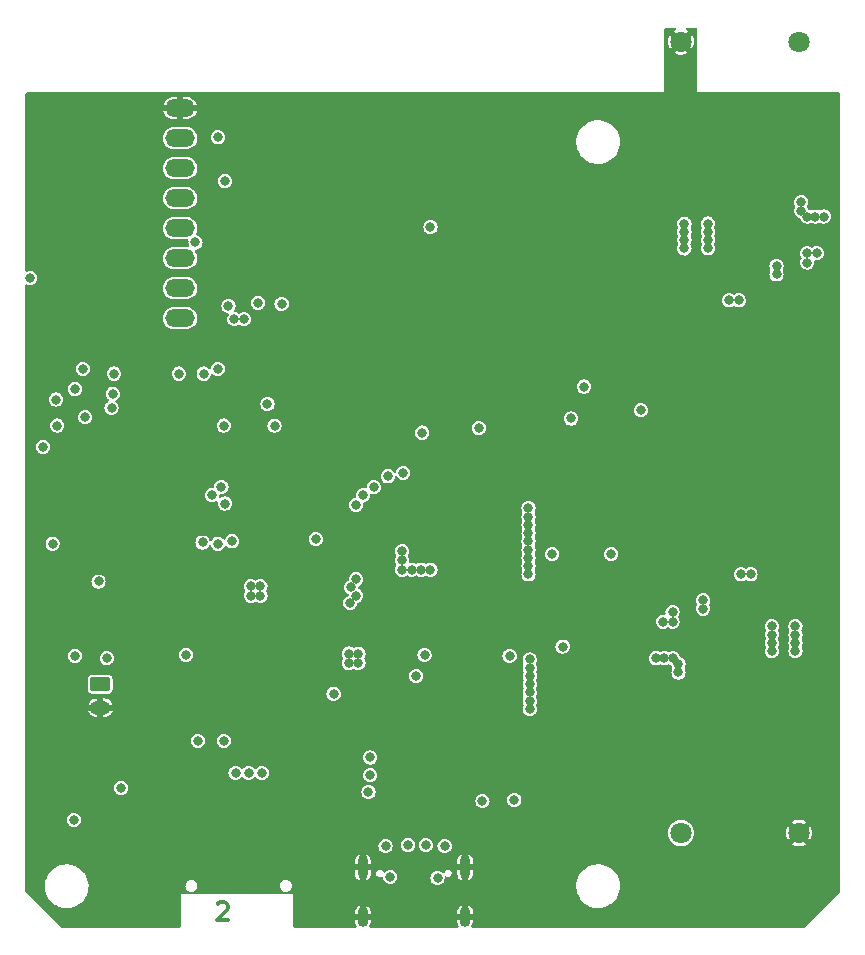
<source format=gbr>
%TF.GenerationSoftware,KiCad,Pcbnew,7.0.10*%
%TF.CreationDate,2024-02-25T13:23:12+01:00*%
%TF.ProjectId,OBSPro,4f425350-726f-42e6-9b69-6361645f7063,rev?*%
%TF.SameCoordinates,PX7270e00PY2255100*%
%TF.FileFunction,Copper,L2,Inr*%
%TF.FilePolarity,Positive*%
%FSLAX46Y46*%
G04 Gerber Fmt 4.6, Leading zero omitted, Abs format (unit mm)*
G04 Created by KiCad (PCBNEW 7.0.10) date 2024-02-25 13:23:12*
%MOMM*%
%LPD*%
G01*
G04 APERTURE LIST*
G04 Aperture macros list*
%AMRoundRect*
0 Rectangle with rounded corners*
0 $1 Rounding radius*
0 $2 $3 $4 $5 $6 $7 $8 $9 X,Y pos of 4 corners*
0 Add a 4 corners polygon primitive as box body*
4,1,4,$2,$3,$4,$5,$6,$7,$8,$9,$2,$3,0*
0 Add four circle primitives for the rounded corners*
1,1,$1+$1,$2,$3*
1,1,$1+$1,$4,$5*
1,1,$1+$1,$6,$7*
1,1,$1+$1,$8,$9*
0 Add four rect primitives between the rounded corners*
20,1,$1+$1,$2,$3,$4,$5,0*
20,1,$1+$1,$4,$5,$6,$7,0*
20,1,$1+$1,$6,$7,$8,$9,0*
20,1,$1+$1,$8,$9,$2,$3,0*%
G04 Aperture macros list end*
%ADD10C,0.300000*%
%TA.AperFunction,NonConductor*%
%ADD11C,0.300000*%
%TD*%
%TA.AperFunction,ComponentPad*%
%ADD12RoundRect,0.250000X-0.625000X0.350000X-0.625000X-0.350000X0.625000X-0.350000X0.625000X0.350000X0*%
%TD*%
%TA.AperFunction,ComponentPad*%
%ADD13O,1.750000X1.200000*%
%TD*%
%TA.AperFunction,ComponentPad*%
%ADD14O,0.900000X2.000000*%
%TD*%
%TA.AperFunction,ComponentPad*%
%ADD15O,0.900000X1.700000*%
%TD*%
%TA.AperFunction,ComponentPad*%
%ADD16O,2.500000X1.500000*%
%TD*%
%TA.AperFunction,HeatsinkPad*%
%ADD17C,0.475000*%
%TD*%
%TA.AperFunction,ComponentPad*%
%ADD18C,1.800000*%
%TD*%
%TA.AperFunction,ViaPad*%
%ADD19C,0.800000*%
%TD*%
%TA.AperFunction,ViaPad*%
%ADD20C,0.700000*%
%TD*%
G04 APERTURE END LIST*
D10*
D11*
X16771429Y-81521185D02*
X16842857Y-81449757D01*
X16842857Y-81449757D02*
X16985715Y-81378328D01*
X16985715Y-81378328D02*
X17342857Y-81378328D01*
X17342857Y-81378328D02*
X17485715Y-81449757D01*
X17485715Y-81449757D02*
X17557143Y-81521185D01*
X17557143Y-81521185D02*
X17628572Y-81664042D01*
X17628572Y-81664042D02*
X17628572Y-81806900D01*
X17628572Y-81806900D02*
X17557143Y-82021185D01*
X17557143Y-82021185D02*
X16700000Y-82878328D01*
X16700000Y-82878328D02*
X17628572Y-82878328D01*
D12*
%TO.N,Net-(J2-Pin_1)*%
%TO.C,J2*%
X6850000Y-62900000D03*
D13*
%TO.N,GND*%
X6850000Y-64900000D03*
%TD*%
D14*
%TO.N,GND*%
%TO.C,J1*%
X29075000Y-78410000D03*
D15*
X29075000Y-82590000D03*
D14*
X37725000Y-78410000D03*
D15*
X37725000Y-82590000D03*
%TD*%
D16*
%TO.N,Net-(J3-Pin_1)*%
%TO.C,J3*%
X13600000Y-31900000D03*
%TO.N,Net-(J3-Pin_2)*%
X13600000Y-29360000D03*
%TO.N,Net-(J3-Pin_3)*%
X13600000Y-26820000D03*
%TO.N,Net-(J3-Pin_4)*%
X13600000Y-24280000D03*
%TO.N,Net-(J3-Pin_5)*%
X13600000Y-21740000D03*
%TO.N,Net-(J3-Pin_6)*%
X13600000Y-19200000D03*
%TO.N,/Controller/BUTTON*%
X13600000Y-16660000D03*
%TO.N,GND*%
X13600000Y-14120000D03*
%TD*%
D17*
%TO.N,GND*%
%TO.C,U6*%
X8142500Y-45825000D03*
X9667500Y-45825000D03*
X7380000Y-45062500D03*
X8905000Y-45062500D03*
X10430000Y-45062500D03*
X8142500Y-44300000D03*
X9667500Y-44300000D03*
X7380000Y-43537500D03*
X8905000Y-43537500D03*
X10430000Y-43537500D03*
X8142500Y-42775000D03*
X9667500Y-42775000D03*
%TD*%
D18*
%TO.N,/Sensors/Ultrasonic1/INP*%
%TO.C,LS1*%
X56000000Y-75500000D03*
%TO.N,GND*%
X66000000Y-75500000D03*
%TD*%
%TO.N,/Sensors/Ultrasonic2/INP*%
%TO.C,LS2*%
X65999999Y-8500000D03*
%TO.N,GND*%
X55999999Y-8500000D03*
%TD*%
D19*
%TO.N,GND*%
X33000000Y-59200000D03*
X64000000Y-33800000D03*
X11000000Y-55900000D03*
X15000000Y-57300000D03*
X29100000Y-17600000D03*
D20*
X45900000Y-57700000D03*
D19*
X14200000Y-57800000D03*
X23700000Y-59000000D03*
X58200000Y-67600000D03*
X31800000Y-55600000D03*
X46100000Y-52300000D03*
X37100000Y-76912500D03*
X58000000Y-39300000D03*
X64000000Y-32400000D03*
X64000000Y-31700000D03*
X15000000Y-58100000D03*
X43100000Y-55700000D03*
X13000000Y-79700000D03*
X42000000Y-35200000D03*
D20*
X47750000Y-57450000D03*
D19*
X18800000Y-28500000D03*
X24700000Y-64500000D03*
X63800000Y-16400000D03*
X11750000Y-71150000D03*
X23900000Y-64500000D03*
X30200000Y-62800000D03*
X29100000Y-14500000D03*
X31000000Y-62000000D03*
X31300000Y-17600000D03*
X40900000Y-67100000D03*
X32600000Y-55600000D03*
X46100000Y-50200000D03*
X58000000Y-53000000D03*
X41900000Y-81300000D03*
X48600000Y-53300000D03*
X58900000Y-30100000D03*
X46400000Y-53100000D03*
X22300000Y-64500000D03*
X20500000Y-59000000D03*
X29700000Y-76612500D03*
X43100000Y-56500000D03*
X58000000Y-50900000D03*
X58000000Y-51600000D03*
X21300000Y-59000000D03*
X56700000Y-30100000D03*
X61300000Y-23700000D03*
X41900000Y-79700000D03*
X31000000Y-60400000D03*
X31300000Y-14500000D03*
X64000000Y-44700000D03*
X33000000Y-26000000D03*
X44700000Y-54900000D03*
X1800000Y-51000000D03*
X51300000Y-57300000D03*
D20*
X44900000Y-56700000D03*
D19*
X68500000Y-18800000D03*
X31000000Y-62800000D03*
X12800000Y-63800000D03*
X23100000Y-64500000D03*
X20900000Y-67500000D03*
X65500000Y-44700000D03*
X66700000Y-16200000D03*
X46900000Y-42400000D03*
X31600000Y-59800000D03*
X34300000Y-67600000D03*
X56500000Y-39300000D03*
X12600000Y-57800000D03*
X62500000Y-44700000D03*
X25000000Y-57300000D03*
X22100000Y-59000000D03*
D20*
X45400000Y-57200000D03*
D19*
X59500000Y-39300000D03*
X46400000Y-60800000D03*
X36100000Y-39200000D03*
X13400000Y-57800000D03*
X31000000Y-61200000D03*
D20*
X45900000Y-56700000D03*
D19*
X16200000Y-67700000D03*
X64000000Y-33100000D03*
X19400000Y-57300000D03*
X38700000Y-22600000D03*
X18600000Y-57300000D03*
X53500000Y-65200000D03*
X32200000Y-59200000D03*
X46400000Y-65300000D03*
X46400000Y-62300000D03*
X4300000Y-56900000D03*
X38240110Y-38299817D03*
X23500000Y-50600000D03*
X39900000Y-76100000D03*
X51300000Y-63900000D03*
X51300000Y-55800000D03*
X26400000Y-71200000D03*
X43100000Y-54900000D03*
X12800000Y-65400000D03*
X25500000Y-64500000D03*
X55700000Y-30100000D03*
X17900000Y-49300000D03*
X58000000Y-52300000D03*
X1900000Y-36200000D03*
X45400000Y-54900000D03*
X22900000Y-59000000D03*
X18600000Y-58900000D03*
X26100000Y-79700000D03*
X22300000Y-27075500D03*
X66300000Y-53900000D03*
X46100000Y-48800000D03*
X27000000Y-28900000D03*
X43900000Y-55700000D03*
X23900000Y-54900000D03*
X65300000Y-53900000D03*
X34300000Y-72200000D03*
X55300000Y-67800000D03*
D20*
X44900000Y-57700000D03*
D19*
X29300000Y-40100000D03*
X18600000Y-58100000D03*
X37000000Y-37800000D03*
X46100000Y-50900000D03*
X34600000Y-59200000D03*
X35844622Y-24055378D03*
X46200000Y-37800000D03*
X60700000Y-60300000D03*
X51300000Y-60300000D03*
X64000000Y-31000000D03*
X41100000Y-76700000D03*
X58000000Y-50200000D03*
X43900000Y-54900000D03*
X63100000Y-53900000D03*
X32700000Y-27500000D03*
X15000000Y-58900000D03*
X12800000Y-64600000D03*
X38500000Y-76300000D03*
X19700000Y-59000000D03*
X31000000Y-55600000D03*
X46100000Y-49500000D03*
X46400000Y-63800000D03*
X38900000Y-67600000D03*
X29800000Y-53200000D03*
X34600000Y-55600000D03*
%TO.N,+BATT*%
X2000000Y-42800000D03*
X7400000Y-60700000D03*
X21600000Y-41000000D03*
X17300000Y-41000000D03*
X900000Y-28500000D03*
%TO.N,+USB*%
X20400000Y-54600000D03*
X19600000Y-54600000D03*
X20400000Y-55400000D03*
X19600000Y-55400000D03*
X31000000Y-76612500D03*
X35400000Y-79312500D03*
X31400000Y-79212500D03*
X39200000Y-72800000D03*
X36000000Y-76612500D03*
%TO.N,+3V3*%
X17700000Y-30900000D03*
X43200000Y-64300000D03*
X18200000Y-32000000D03*
X34000000Y-53200000D03*
X43200000Y-62200000D03*
X33200000Y-53200000D03*
X43200000Y-61500000D03*
X32400000Y-51600000D03*
X18300000Y-70400000D03*
X25100000Y-50600000D03*
X41900000Y-72700000D03*
X43200000Y-63600000D03*
X2800000Y-51000000D03*
X34300000Y-60400000D03*
X34800000Y-53200000D03*
X43200000Y-60800000D03*
X19000000Y-32000000D03*
X43200000Y-65000000D03*
X43200000Y-62900000D03*
X6700000Y-54200000D03*
X32400000Y-52400000D03*
X32400000Y-53200000D03*
%TO.N,+9V*%
X54600000Y-60700000D03*
X53900000Y-60700000D03*
X43100000Y-49400000D03*
X66200000Y-22800000D03*
X43100000Y-52200000D03*
X66200000Y-22100000D03*
X43100000Y-53600000D03*
X43100000Y-50100000D03*
X50100000Y-51900000D03*
X61100000Y-53600000D03*
X45100000Y-51900000D03*
X43100000Y-50800000D03*
X55800000Y-61900000D03*
X60100000Y-30400000D03*
X61900000Y-53600000D03*
X67400000Y-23300000D03*
X66700000Y-23300000D03*
X43100000Y-48000000D03*
X55800000Y-61200000D03*
X55300000Y-60700000D03*
X43100000Y-48700000D03*
X60900000Y-30400000D03*
X43100000Y-52900000D03*
X43100000Y-51500000D03*
X68100000Y-23300000D03*
%TO.N,Net-(T1-PM)*%
X63700000Y-59400000D03*
X57900000Y-56500000D03*
X65700000Y-60100000D03*
X55300000Y-57600000D03*
X57900000Y-55800000D03*
X55300000Y-56800000D03*
X65700000Y-58000000D03*
X65700000Y-59400000D03*
X54500000Y-57600000D03*
X65700000Y-58700000D03*
X63700000Y-60100000D03*
X63700000Y-58700000D03*
X63700000Y-58000000D03*
%TO.N,Net-(T2-PM)*%
X56300000Y-23900000D03*
X56300000Y-26000000D03*
X58300000Y-26000000D03*
X58300000Y-25300000D03*
X66700000Y-27200000D03*
X56300000Y-25300000D03*
X64100000Y-27500000D03*
X64100000Y-28200000D03*
X67500000Y-26400000D03*
X56300000Y-24600000D03*
X58300000Y-24600000D03*
X66700000Y-26400000D03*
X58300000Y-23900000D03*
%TO.N,USB_DP*%
X32900000Y-76512500D03*
X34400000Y-76512500D03*
%TO.N,/Controller/BUTTON*%
X22200000Y-30700000D03*
X16800000Y-16600000D03*
%TO.N,/Controller/SCK*%
X17300000Y-67700000D03*
X7800000Y-39500000D03*
%TO.N,/Controller/MOSI*%
X4700000Y-37900000D03*
X19400000Y-70400000D03*
%TO.N,/Controller/LCD_A0*%
X15500000Y-50900000D03*
X14900000Y-25500000D03*
%TO.N,US1_SCK*%
X28500000Y-47700000D03*
X17400000Y-47600000D03*
%TO.N,/Controller/~USB_DTR*%
X4600000Y-74375000D03*
X8600000Y-71675000D03*
X29550000Y-72050000D03*
%TO.N,/Controller/GPIO0*%
X3200000Y-41000000D03*
X4700000Y-60500000D03*
%TO.N,US1_MOSI*%
X16300000Y-46900000D03*
X29100000Y-46900000D03*
%TO.N,US1_MISO*%
X30000000Y-46200000D03*
X17100000Y-46200000D03*
%TO.N,Net-(U2-VFB)*%
X26600000Y-63700000D03*
X33600000Y-62200000D03*
%TO.N,/Controller/USB_RX*%
X5375000Y-36200000D03*
X29700000Y-69100000D03*
%TO.N,/Controller/USB_TX*%
X3100000Y-38800000D03*
X29700000Y-70600000D03*
%TO.N,IP5306_BTN*%
X14100000Y-60400000D03*
X34100000Y-41600000D03*
%TO.N,/Controller/LCD_RES*%
X16800000Y-36200000D03*
X20200000Y-30600000D03*
%TO.N,US2_SCK*%
X16800000Y-51000000D03*
X31200000Y-45300000D03*
%TO.N,/Power Supply/SW*%
X28700000Y-60300000D03*
X27900000Y-60300000D03*
X28000000Y-56000000D03*
X28700000Y-61100000D03*
X28100000Y-54700000D03*
X28500000Y-54000000D03*
X27900000Y-61100000D03*
X28500000Y-55400000D03*
%TO.N,/Controller/LCD_CS*%
X18000000Y-50800000D03*
X17400000Y-20300000D03*
%TO.N,/Controller/SD_CS*%
X20530378Y-70419622D03*
X5570572Y-40292143D03*
%TO.N,/Controller/MISO*%
X7900000Y-38300000D03*
X15100000Y-67700000D03*
%TO.N,US2_MOSI*%
X21000000Y-39200000D03*
X32500000Y-45000000D03*
%TO.N,US2_MISO*%
X8000000Y-36600000D03*
X52600000Y-39700000D03*
X13500000Y-36600000D03*
X15600000Y-36600000D03*
%TO.N,PWR_EN*%
X45990734Y-59709266D03*
X46700000Y-40400000D03*
X47800000Y-37700000D03*
X34800000Y-24200000D03*
X41500000Y-60500000D03*
X38900000Y-41200000D03*
%TD*%
%TA.AperFunction,Conductor*%
%TO.N,GND*%
G36*
X11000000Y-46400000D02*
G01*
X6800000Y-46400000D01*
X6800000Y-42200000D01*
X11000000Y-42200000D01*
X11000000Y-46400000D01*
G37*
%TD.AperFunction*%
%TD*%
%TA.AperFunction,Conductor*%
%TO.N,GND*%
G36*
X6170725Y-63700499D02*
G01*
X6170727Y-63700500D01*
X6170734Y-63700500D01*
X7529273Y-63700500D01*
X7529273Y-63700499D01*
X7534598Y-63700000D01*
X9100000Y-63700000D01*
X9100000Y-67100000D01*
X4800000Y-67100000D01*
X4800000Y-65150000D01*
X5814918Y-65150000D01*
X5849665Y-65249304D01*
X5945574Y-65401944D01*
X6073055Y-65529425D01*
X6073054Y-65529425D01*
X6225697Y-65625336D01*
X6395850Y-65684875D01*
X6395854Y-65684876D01*
X6530081Y-65699999D01*
X6530084Y-65700000D01*
X6599999Y-65700000D01*
X6600000Y-65699999D01*
X6600000Y-65180617D01*
X6669052Y-65234363D01*
X6787424Y-65275000D01*
X6881073Y-65275000D01*
X6973446Y-65259586D01*
X7083514Y-65200019D01*
X7100000Y-65182110D01*
X7100000Y-65699999D01*
X7100001Y-65700000D01*
X7169916Y-65700000D01*
X7169918Y-65699999D01*
X7304145Y-65684876D01*
X7304149Y-65684875D01*
X7474302Y-65625336D01*
X7626944Y-65529425D01*
X7754425Y-65401944D01*
X7850334Y-65249304D01*
X7885082Y-65150000D01*
X7129560Y-65150000D01*
X7168278Y-65107941D01*
X7218551Y-64993330D01*
X7228886Y-64868605D01*
X7198163Y-64747281D01*
X7134606Y-64650000D01*
X7885082Y-64650000D01*
X7850334Y-64550695D01*
X7754425Y-64398055D01*
X7626944Y-64270574D01*
X7626945Y-64270574D01*
X7474302Y-64174663D01*
X7304149Y-64115124D01*
X7304145Y-64115123D01*
X7169918Y-64100000D01*
X7100001Y-64100000D01*
X7100000Y-64100001D01*
X7100000Y-64619382D01*
X7030948Y-64565637D01*
X6912576Y-64525000D01*
X6818927Y-64525000D01*
X6726554Y-64540414D01*
X6616486Y-64599981D01*
X6600000Y-64617889D01*
X6600000Y-64100001D01*
X6599999Y-64100000D01*
X6530081Y-64100000D01*
X6395854Y-64115123D01*
X6395850Y-64115124D01*
X6225697Y-64174663D01*
X6073055Y-64270574D01*
X5945574Y-64398055D01*
X5849665Y-64550695D01*
X5814918Y-64650000D01*
X6570440Y-64650000D01*
X6531722Y-64692059D01*
X6481449Y-64806670D01*
X6471114Y-64931395D01*
X6501837Y-65052719D01*
X6565394Y-65150000D01*
X5814918Y-65150000D01*
X4800000Y-65150000D01*
X4800000Y-63700000D01*
X6165402Y-63700000D01*
X6170725Y-63700499D01*
G37*
%TD.AperFunction*%
%TD*%
%TA.AperFunction,Conductor*%
%TO.N,GND*%
G36*
X55581090Y-7318907D02*
G01*
X55617054Y-7368407D01*
X55617054Y-7429593D01*
X55581090Y-7479093D01*
X55558661Y-7491315D01*
X55507588Y-7511100D01*
X55507583Y-7511102D01*
X55419311Y-7565757D01*
X55828432Y-7974878D01*
X55711541Y-8025651D01*
X55594260Y-8121066D01*
X55507071Y-8244585D01*
X55476643Y-8330199D01*
X55062532Y-7916087D01*
X55060752Y-7918445D01*
X55060749Y-7918449D01*
X54969886Y-8100929D01*
X54914096Y-8297010D01*
X54895286Y-8500000D01*
X54914096Y-8702989D01*
X54969886Y-8899070D01*
X55060750Y-9081551D01*
X55062531Y-9083911D01*
X55474068Y-8672373D01*
X55476883Y-8685915D01*
X55546441Y-8820156D01*
X55649637Y-8930652D01*
X55778818Y-9009209D01*
X55830001Y-9023550D01*
X55419311Y-9434241D01*
X55507580Y-9488895D01*
X55507585Y-9488898D01*
X55697682Y-9562541D01*
X55898069Y-9600000D01*
X56101929Y-9600000D01*
X56302315Y-9562541D01*
X56492414Y-9488897D01*
X56492415Y-9488897D01*
X56580685Y-9434241D01*
X56171565Y-9025121D01*
X56288457Y-8974349D01*
X56405738Y-8878934D01*
X56492927Y-8755415D01*
X56523354Y-8669800D01*
X56937465Y-9083911D01*
X56939244Y-9081556D01*
X56939248Y-9081549D01*
X57030111Y-8899070D01*
X57085901Y-8702989D01*
X57104711Y-8500000D01*
X57085901Y-8297010D01*
X57030111Y-8100929D01*
X56939248Y-7918450D01*
X56939243Y-7918441D01*
X56937465Y-7916087D01*
X56525928Y-8327623D01*
X56523115Y-8314085D01*
X56453557Y-8179844D01*
X56350361Y-8069348D01*
X56221180Y-7990791D01*
X56169992Y-7976449D01*
X56580685Y-7565757D01*
X56492417Y-7511104D01*
X56492409Y-7511100D01*
X56441337Y-7491315D01*
X56393905Y-7452664D01*
X56378251Y-7393515D01*
X56400353Y-7336461D01*
X56451770Y-7303295D01*
X56477099Y-7300000D01*
X57301000Y-7300000D01*
X57359191Y-7318907D01*
X57395155Y-7368407D01*
X57400000Y-7399000D01*
X57400000Y-12800000D01*
X69401000Y-12800000D01*
X69459191Y-12818907D01*
X69495155Y-12868407D01*
X69500000Y-12899000D01*
X69500000Y-80458992D01*
X69481093Y-80517183D01*
X69471004Y-80528996D01*
X66528996Y-83471004D01*
X66474479Y-83498781D01*
X66458992Y-83500000D01*
X38353774Y-83500000D01*
X38295583Y-83481093D01*
X38259619Y-83431593D01*
X38259619Y-83370407D01*
X38267020Y-83353306D01*
X38334157Y-83231184D01*
X38374999Y-83072116D01*
X38375000Y-83072111D01*
X38375000Y-82840001D01*
X38374999Y-82840000D01*
X38025000Y-82840000D01*
X38025000Y-82340000D01*
X38374999Y-82340000D01*
X38375000Y-82339999D01*
X38375000Y-82149104D01*
X38359584Y-82027072D01*
X38359582Y-82027065D01*
X38299126Y-81874372D01*
X38299126Y-81874371D01*
X38202595Y-81741507D01*
X38076054Y-81636824D01*
X37975000Y-81589272D01*
X37975000Y-82023889D01*
X37950543Y-81984390D01*
X37861038Y-81916799D01*
X37753160Y-81886105D01*
X37641479Y-81896454D01*
X37541078Y-81946448D01*
X37475000Y-82018930D01*
X37475000Y-81587779D01*
X37446044Y-81597188D01*
X37307382Y-81685185D01*
X37307380Y-81685187D01*
X37194959Y-81804902D01*
X37115842Y-81948815D01*
X37075000Y-82107883D01*
X37075000Y-82339999D01*
X37075001Y-82340000D01*
X37425000Y-82340000D01*
X37425000Y-82840000D01*
X37075001Y-82840000D01*
X37075000Y-82840001D01*
X37075000Y-83030895D01*
X37090415Y-83152927D01*
X37090417Y-83152934D01*
X37150873Y-83305627D01*
X37150873Y-83305628D01*
X37177887Y-83342809D01*
X37196794Y-83401000D01*
X37177887Y-83459191D01*
X37128387Y-83495155D01*
X37097794Y-83500000D01*
X29703774Y-83500000D01*
X29645583Y-83481093D01*
X29609619Y-83431593D01*
X29609619Y-83370407D01*
X29617020Y-83353306D01*
X29684157Y-83231184D01*
X29724999Y-83072116D01*
X29725000Y-83072111D01*
X29725000Y-82840001D01*
X29724999Y-82840000D01*
X29375000Y-82840000D01*
X29375000Y-82340000D01*
X29724999Y-82340000D01*
X29725000Y-82339999D01*
X29725000Y-82149104D01*
X29709584Y-82027072D01*
X29709582Y-82027065D01*
X29649126Y-81874372D01*
X29649126Y-81874371D01*
X29552595Y-81741507D01*
X29426054Y-81636824D01*
X29325000Y-81589272D01*
X29325000Y-82023889D01*
X29300543Y-81984390D01*
X29211038Y-81916799D01*
X29103160Y-81886105D01*
X28991479Y-81896454D01*
X28891078Y-81946448D01*
X28825000Y-82018930D01*
X28825000Y-81587779D01*
X28796044Y-81597188D01*
X28657382Y-81685185D01*
X28657380Y-81685187D01*
X28544959Y-81804902D01*
X28465842Y-81948815D01*
X28425000Y-82107883D01*
X28425000Y-82339999D01*
X28425001Y-82340000D01*
X28775000Y-82340000D01*
X28775000Y-82840000D01*
X28425001Y-82840000D01*
X28425000Y-82840001D01*
X28425000Y-83030895D01*
X28440415Y-83152927D01*
X28440417Y-83152934D01*
X28500873Y-83305627D01*
X28500873Y-83305628D01*
X28527887Y-83342809D01*
X28546794Y-83401000D01*
X28527887Y-83459191D01*
X28478387Y-83495155D01*
X28447794Y-83500000D01*
X23299000Y-83500000D01*
X23240809Y-83481093D01*
X23204845Y-83431593D01*
X23200000Y-83401000D01*
X23200000Y-80700001D01*
X23200000Y-80700000D01*
X13700000Y-80700000D01*
X13700000Y-80700001D01*
X13700000Y-83401000D01*
X13681093Y-83459191D01*
X13631593Y-83495155D01*
X13601000Y-83500000D01*
X3541008Y-83500000D01*
X3482817Y-83481093D01*
X3471004Y-83471004D01*
X528996Y-80528996D01*
X501219Y-80474479D01*
X500000Y-80458992D01*
X500000Y-80067765D01*
X2145788Y-80067765D01*
X2175414Y-80337020D01*
X2243927Y-80599085D01*
X2243928Y-80599088D01*
X2349870Y-80848390D01*
X2421999Y-80966577D01*
X2490983Y-81079612D01*
X2580252Y-81186880D01*
X2664255Y-81287820D01*
X2865998Y-81468582D01*
X3048421Y-81589272D01*
X3091913Y-81618046D01*
X3224100Y-81680012D01*
X3337176Y-81733020D01*
X3482628Y-81776780D01*
X3596555Y-81811056D01*
X3596559Y-81811057D01*
X3596569Y-81811060D01*
X3763840Y-81835677D01*
X3864560Y-81850500D01*
X3864561Y-81850500D01*
X4067631Y-81850500D01*
X4270156Y-81835677D01*
X4534553Y-81776780D01*
X4787558Y-81680014D01*
X5023777Y-81547441D01*
X5238177Y-81381888D01*
X5426186Y-81186881D01*
X5583799Y-80966579D01*
X5707656Y-80725675D01*
X5795118Y-80469305D01*
X5844319Y-80202933D01*
X5852558Y-79977492D01*
X14054353Y-79977492D01*
X14061536Y-80027449D01*
X14062544Y-80041539D01*
X14062544Y-80049014D01*
X14063713Y-80052996D01*
X14064650Y-80056188D01*
X14067649Y-80069977D01*
X14074835Y-80119948D01*
X14074836Y-80119951D01*
X14095802Y-80165859D01*
X14100738Y-80179091D01*
X14102845Y-80186267D01*
X14106888Y-80192558D01*
X14113653Y-80204946D01*
X14134623Y-80250864D01*
X14134624Y-80250865D01*
X14167678Y-80289013D01*
X14176141Y-80300318D01*
X14180181Y-80306604D01*
X14180182Y-80306605D01*
X14185825Y-80311495D01*
X14185827Y-80311496D01*
X14195815Y-80321484D01*
X14228872Y-80359634D01*
X14271346Y-80386930D01*
X14282637Y-80395383D01*
X14288290Y-80400281D01*
X14288291Y-80400281D01*
X14288293Y-80400283D01*
X14295081Y-80403383D01*
X14307478Y-80410150D01*
X14349947Y-80437444D01*
X14398380Y-80451665D01*
X14411613Y-80456601D01*
X14418404Y-80459702D01*
X14418405Y-80459702D01*
X14418409Y-80459704D01*
X14425805Y-80460767D01*
X14439599Y-80463767D01*
X14455308Y-80468380D01*
X14488033Y-80477990D01*
X14488038Y-80477990D01*
X14488039Y-80477991D01*
X14488040Y-80477991D01*
X14538517Y-80477991D01*
X14552605Y-80478998D01*
X14560000Y-80480062D01*
X14567394Y-80478998D01*
X14581483Y-80477991D01*
X14631960Y-80477991D01*
X14631961Y-80477991D01*
X14680409Y-80463765D01*
X14694181Y-80460769D01*
X14701591Y-80459704D01*
X14708391Y-80456598D01*
X14721614Y-80451666D01*
X14770053Y-80437444D01*
X14812528Y-80410146D01*
X14824906Y-80403388D01*
X14831710Y-80400281D01*
X14837364Y-80395381D01*
X14848657Y-80386927D01*
X14891128Y-80359634D01*
X14924190Y-80321477D01*
X14934162Y-80311505D01*
X14939818Y-80306605D01*
X14943861Y-80300313D01*
X14952312Y-80289023D01*
X14985377Y-80250864D01*
X15006353Y-80204931D01*
X15013107Y-80192564D01*
X15017155Y-80186267D01*
X15019262Y-80179089D01*
X15024188Y-80165878D01*
X15045165Y-80119948D01*
X15052350Y-80069971D01*
X15055348Y-80056191D01*
X15057456Y-80049014D01*
X15057955Y-80034969D01*
X15058897Y-80024434D01*
X15065647Y-79977492D01*
X22054353Y-79977492D01*
X22061536Y-80027449D01*
X22062544Y-80041539D01*
X22062544Y-80049014D01*
X22063713Y-80052996D01*
X22064650Y-80056188D01*
X22067649Y-80069977D01*
X22074835Y-80119948D01*
X22074836Y-80119951D01*
X22095802Y-80165859D01*
X22100738Y-80179091D01*
X22102845Y-80186267D01*
X22106888Y-80192558D01*
X22113653Y-80204946D01*
X22134623Y-80250864D01*
X22134624Y-80250865D01*
X22167678Y-80289013D01*
X22176141Y-80300318D01*
X22180181Y-80306604D01*
X22180182Y-80306605D01*
X22185825Y-80311495D01*
X22185827Y-80311496D01*
X22195815Y-80321484D01*
X22228872Y-80359634D01*
X22271346Y-80386930D01*
X22282637Y-80395383D01*
X22288290Y-80400281D01*
X22288291Y-80400281D01*
X22288293Y-80400283D01*
X22295081Y-80403383D01*
X22307478Y-80410150D01*
X22349947Y-80437444D01*
X22398380Y-80451665D01*
X22411613Y-80456601D01*
X22418404Y-80459702D01*
X22418405Y-80459702D01*
X22418409Y-80459704D01*
X22425805Y-80460767D01*
X22439599Y-80463767D01*
X22455308Y-80468380D01*
X22488033Y-80477990D01*
X22488038Y-80477990D01*
X22488039Y-80477991D01*
X22488040Y-80477991D01*
X22538517Y-80477991D01*
X22552605Y-80478998D01*
X22560000Y-80480062D01*
X22567394Y-80478998D01*
X22581483Y-80477991D01*
X22631960Y-80477991D01*
X22631961Y-80477991D01*
X22680409Y-80463765D01*
X22694181Y-80460769D01*
X22701591Y-80459704D01*
X22708391Y-80456598D01*
X22721614Y-80451666D01*
X22770053Y-80437444D01*
X22812528Y-80410146D01*
X22824906Y-80403388D01*
X22831710Y-80400281D01*
X22837364Y-80395381D01*
X22848657Y-80386927D01*
X22891128Y-80359634D01*
X22924190Y-80321477D01*
X22934162Y-80311505D01*
X22939818Y-80306605D01*
X22943861Y-80300313D01*
X22952312Y-80289023D01*
X22985377Y-80250864D01*
X23006353Y-80204931D01*
X23013107Y-80192564D01*
X23017155Y-80186267D01*
X23019262Y-80179089D01*
X23024188Y-80165878D01*
X23045165Y-80119948D01*
X23052350Y-80069971D01*
X23052830Y-80067765D01*
X47145788Y-80067765D01*
X47175414Y-80337020D01*
X47243927Y-80599085D01*
X47243928Y-80599088D01*
X47349870Y-80848390D01*
X47421999Y-80966577D01*
X47490983Y-81079612D01*
X47580252Y-81186880D01*
X47664255Y-81287820D01*
X47865998Y-81468582D01*
X48048421Y-81589272D01*
X48091913Y-81618046D01*
X48224100Y-81680012D01*
X48337176Y-81733020D01*
X48482628Y-81776780D01*
X48596555Y-81811056D01*
X48596559Y-81811057D01*
X48596569Y-81811060D01*
X48763840Y-81835677D01*
X48864560Y-81850500D01*
X48864561Y-81850500D01*
X49067631Y-81850500D01*
X49270156Y-81835677D01*
X49534553Y-81776780D01*
X49787558Y-81680014D01*
X50023777Y-81547441D01*
X50238177Y-81381888D01*
X50426186Y-81186881D01*
X50583799Y-80966579D01*
X50707656Y-80725675D01*
X50795118Y-80469305D01*
X50844319Y-80202933D01*
X50854212Y-79932235D01*
X50824586Y-79662982D01*
X50756072Y-79400912D01*
X50650130Y-79151610D01*
X50509018Y-78920390D01*
X50504325Y-78914751D01*
X50335746Y-78712181D01*
X50134007Y-78531422D01*
X50134004Y-78531420D01*
X50134002Y-78531418D01*
X49984489Y-78432501D01*
X49908086Y-78381953D01*
X49662822Y-78266979D01*
X49403444Y-78188943D01*
X49403428Y-78188939D01*
X49135440Y-78149500D01*
X49135439Y-78149500D01*
X48932369Y-78149500D01*
X48729848Y-78164322D01*
X48465450Y-78223219D01*
X48212439Y-78319987D01*
X47976219Y-78452561D01*
X47761826Y-78618108D01*
X47573814Y-78813119D01*
X47416199Y-79033422D01*
X47292342Y-79274328D01*
X47204884Y-79530687D01*
X47204881Y-79530698D01*
X47155680Y-79797069D01*
X47145788Y-80067765D01*
X23052830Y-80067765D01*
X23055348Y-80056191D01*
X23057456Y-80049014D01*
X23057955Y-80034969D01*
X23058897Y-80024434D01*
X23065647Y-79977491D01*
X23058898Y-79930551D01*
X23057955Y-79920010D01*
X23057456Y-79905968D01*
X23055349Y-79898791D01*
X23052349Y-79885000D01*
X23045165Y-79835034D01*
X23024194Y-79789115D01*
X23019260Y-79775884D01*
X23017156Y-79768718D01*
X23017154Y-79768713D01*
X23013118Y-79762434D01*
X23006345Y-79750031D01*
X22985377Y-79704118D01*
X22985375Y-79704116D01*
X22952323Y-79665971D01*
X22943858Y-79654663D01*
X22942367Y-79652343D01*
X22939818Y-79648377D01*
X22934167Y-79643480D01*
X22924184Y-79633497D01*
X22895154Y-79599994D01*
X22891129Y-79595348D01*
X22848662Y-79568057D01*
X22837359Y-79559596D01*
X22831710Y-79554701D01*
X22831708Y-79554700D01*
X22831708Y-79554699D01*
X22824908Y-79551594D01*
X22812516Y-79544827D01*
X22770052Y-79517537D01*
X22770050Y-79517536D01*
X22721615Y-79503314D01*
X22708389Y-79498382D01*
X22701593Y-79495279D01*
X22701591Y-79495278D01*
X22694192Y-79494214D01*
X22680398Y-79491213D01*
X22631963Y-79476991D01*
X22631961Y-79476991D01*
X22581483Y-79476991D01*
X22567394Y-79475983D01*
X22560000Y-79474920D01*
X22552605Y-79475983D01*
X22538517Y-79476991D01*
X22488039Y-79476991D01*
X22488037Y-79476991D01*
X22488033Y-79476992D01*
X22439602Y-79491212D01*
X22425811Y-79494213D01*
X22418406Y-79495278D01*
X22411602Y-79498385D01*
X22398380Y-79503315D01*
X22349950Y-79517536D01*
X22349948Y-79517537D01*
X22307478Y-79544829D01*
X22295095Y-79551592D01*
X22288289Y-79554700D01*
X22288289Y-79554701D01*
X22282639Y-79559596D01*
X22271341Y-79568053D01*
X22228874Y-79595345D01*
X22224846Y-79599994D01*
X22195815Y-79633497D01*
X22185833Y-79643480D01*
X22180182Y-79648376D01*
X22180178Y-79648381D01*
X22176136Y-79654670D01*
X22167678Y-79665968D01*
X22134624Y-79704116D01*
X22113654Y-79750032D01*
X22106889Y-79762421D01*
X22102847Y-79768710D01*
X22102843Y-79768718D01*
X22100738Y-79775889D01*
X22095804Y-79789116D01*
X22074835Y-79835032D01*
X22067650Y-79885000D01*
X22064650Y-79898791D01*
X22062544Y-79905965D01*
X22062544Y-79913441D01*
X22061536Y-79927530D01*
X22054353Y-79977489D01*
X22054353Y-79977492D01*
X15065647Y-79977492D01*
X15065647Y-79977491D01*
X15058898Y-79930551D01*
X15057955Y-79920010D01*
X15057456Y-79905968D01*
X15055349Y-79898791D01*
X15052349Y-79885000D01*
X15045165Y-79835034D01*
X15024194Y-79789115D01*
X15019260Y-79775884D01*
X15017156Y-79768718D01*
X15017154Y-79768713D01*
X15013118Y-79762434D01*
X15006345Y-79750031D01*
X14985377Y-79704118D01*
X14985375Y-79704116D01*
X14952323Y-79665971D01*
X14943858Y-79654663D01*
X14942367Y-79652343D01*
X14939818Y-79648377D01*
X14934167Y-79643480D01*
X14924184Y-79633497D01*
X14895154Y-79599994D01*
X14891129Y-79595348D01*
X14848662Y-79568057D01*
X14837359Y-79559596D01*
X14831710Y-79554701D01*
X14831708Y-79554700D01*
X14831708Y-79554699D01*
X14824908Y-79551594D01*
X14812516Y-79544827D01*
X14770052Y-79517537D01*
X14770050Y-79517536D01*
X14721615Y-79503314D01*
X14708389Y-79498382D01*
X14701593Y-79495279D01*
X14701591Y-79495278D01*
X14694192Y-79494214D01*
X14680398Y-79491213D01*
X14631963Y-79476991D01*
X14631961Y-79476991D01*
X14581483Y-79476991D01*
X14567394Y-79475983D01*
X14560000Y-79474920D01*
X14552605Y-79475983D01*
X14538517Y-79476991D01*
X14488039Y-79476991D01*
X14488037Y-79476991D01*
X14488033Y-79476992D01*
X14439602Y-79491212D01*
X14425811Y-79494213D01*
X14418406Y-79495278D01*
X14411602Y-79498385D01*
X14398380Y-79503315D01*
X14349950Y-79517536D01*
X14349948Y-79517537D01*
X14307478Y-79544829D01*
X14295095Y-79551592D01*
X14288289Y-79554700D01*
X14288289Y-79554701D01*
X14282639Y-79559596D01*
X14271341Y-79568053D01*
X14228874Y-79595345D01*
X14224846Y-79599994D01*
X14195815Y-79633497D01*
X14185833Y-79643480D01*
X14180182Y-79648376D01*
X14180178Y-79648381D01*
X14176136Y-79654670D01*
X14167678Y-79665968D01*
X14134624Y-79704116D01*
X14113654Y-79750032D01*
X14106889Y-79762421D01*
X14102847Y-79768710D01*
X14102843Y-79768718D01*
X14100738Y-79775889D01*
X14095804Y-79789116D01*
X14074835Y-79835032D01*
X14067650Y-79885000D01*
X14064650Y-79898791D01*
X14062544Y-79905965D01*
X14062544Y-79913441D01*
X14061536Y-79927530D01*
X14054353Y-79977489D01*
X14054353Y-79977492D01*
X5852558Y-79977492D01*
X5854212Y-79932235D01*
X5824586Y-79662982D01*
X5756072Y-79400912D01*
X5650130Y-79151610D01*
X5558150Y-79000895D01*
X28425000Y-79000895D01*
X28440415Y-79122927D01*
X28440417Y-79122934D01*
X28500873Y-79275627D01*
X28500873Y-79275628D01*
X28597404Y-79408492D01*
X28723944Y-79513174D01*
X28825000Y-79560726D01*
X28825000Y-79126110D01*
X28849457Y-79165610D01*
X28938962Y-79233201D01*
X29046840Y-79263895D01*
X29158521Y-79253546D01*
X29258922Y-79203552D01*
X29325000Y-79131069D01*
X29325000Y-79562219D01*
X29353955Y-79552811D01*
X29492617Y-79464814D01*
X29492619Y-79464812D01*
X29605040Y-79345097D01*
X29684157Y-79201184D01*
X29724999Y-79042116D01*
X29725000Y-79042111D01*
X29725000Y-78910000D01*
X30204864Y-78910000D01*
X30223265Y-79014361D01*
X30223265Y-79014362D01*
X30223266Y-79014363D01*
X30276251Y-79106137D01*
X30276253Y-79106139D01*
X30355615Y-79172732D01*
X30357432Y-79174256D01*
X30363336Y-79176405D01*
X30368523Y-79178293D01*
X30373391Y-79180382D01*
X30373974Y-79180548D01*
X30380720Y-79182731D01*
X30457014Y-79210500D01*
X30457016Y-79210500D01*
X30468787Y-79210500D01*
X30477923Y-79210922D01*
X30482073Y-79211306D01*
X30482080Y-79211308D01*
X30485975Y-79210946D01*
X30486246Y-79210922D01*
X30495379Y-79210500D01*
X30562985Y-79210500D01*
X30562986Y-79210500D01*
X30575633Y-79205896D01*
X30584104Y-79203996D01*
X30583980Y-79203559D01*
X30592807Y-79201047D01*
X30592810Y-79201047D01*
X30598265Y-79198330D01*
X30608525Y-79193925D01*
X30639255Y-79182741D01*
X30667578Y-79172433D01*
X30728726Y-79170299D01*
X30779450Y-79204514D01*
X30799589Y-79252541D01*
X30814955Y-79369258D01*
X30814957Y-79369266D01*
X30875462Y-79515338D01*
X30875462Y-79515339D01*
X30966125Y-79633493D01*
X30971718Y-79640782D01*
X31097159Y-79737036D01*
X31097160Y-79737036D01*
X31097161Y-79737037D01*
X31173634Y-79768713D01*
X31243238Y-79797544D01*
X31360809Y-79813022D01*
X31399999Y-79818182D01*
X31400000Y-79818182D01*
X31400001Y-79818182D01*
X31431352Y-79814054D01*
X31556762Y-79797544D01*
X31702841Y-79737036D01*
X31828282Y-79640782D01*
X31924536Y-79515341D01*
X31985044Y-79369262D01*
X31992517Y-79312500D01*
X34794318Y-79312500D01*
X34814955Y-79469258D01*
X34814957Y-79469266D01*
X34875462Y-79615338D01*
X34875462Y-79615339D01*
X34968844Y-79737037D01*
X34971718Y-79740782D01*
X34971722Y-79740785D01*
X34971723Y-79740786D01*
X34983773Y-79750032D01*
X35097159Y-79837036D01*
X35243238Y-79897544D01*
X35360809Y-79913022D01*
X35399999Y-79918182D01*
X35400000Y-79918182D01*
X35400001Y-79918182D01*
X35436012Y-79913441D01*
X35556762Y-79897544D01*
X35702841Y-79837036D01*
X35828282Y-79740782D01*
X35924536Y-79615341D01*
X35985044Y-79469262D01*
X36005682Y-79312500D01*
X36001229Y-79278680D01*
X36012378Y-79218523D01*
X36056760Y-79176405D01*
X36117421Y-79168417D01*
X36133247Y-79172732D01*
X36137430Y-79174255D01*
X36137432Y-79174256D01*
X36145384Y-79177150D01*
X36148526Y-79178294D01*
X36153392Y-79180382D01*
X36153974Y-79180548D01*
X36160720Y-79182731D01*
X36237014Y-79210500D01*
X36237016Y-79210500D01*
X36248787Y-79210500D01*
X36257923Y-79210922D01*
X36262073Y-79211306D01*
X36262080Y-79211308D01*
X36265975Y-79210946D01*
X36266246Y-79210922D01*
X36275379Y-79210500D01*
X36342985Y-79210500D01*
X36342986Y-79210500D01*
X36355633Y-79205896D01*
X36364104Y-79203996D01*
X36363980Y-79203559D01*
X36372807Y-79201047D01*
X36372810Y-79201047D01*
X36378265Y-79198330D01*
X36388525Y-79193925D01*
X36442568Y-79174256D01*
X36456859Y-79162264D01*
X36466039Y-79156250D01*
X36472349Y-79151484D01*
X36472351Y-79151481D01*
X36472356Y-79151479D01*
X36476515Y-79146916D01*
X36486011Y-79137802D01*
X36523748Y-79106138D01*
X36535764Y-79085325D01*
X36546110Y-79071178D01*
X36547271Y-79069303D01*
X36547272Y-79069300D01*
X36547274Y-79069298D01*
X36549120Y-79064531D01*
X36555690Y-79050811D01*
X36576734Y-79014363D01*
X36579109Y-79000895D01*
X37075000Y-79000895D01*
X37090415Y-79122927D01*
X37090417Y-79122934D01*
X37150873Y-79275627D01*
X37150873Y-79275628D01*
X37247404Y-79408492D01*
X37373944Y-79513174D01*
X37475000Y-79560726D01*
X37475000Y-79126110D01*
X37499457Y-79165610D01*
X37588962Y-79233201D01*
X37696840Y-79263895D01*
X37808521Y-79253546D01*
X37908922Y-79203552D01*
X37975000Y-79131069D01*
X37975000Y-79562219D01*
X38003955Y-79552811D01*
X38142617Y-79464814D01*
X38142619Y-79464812D01*
X38255040Y-79345097D01*
X38334157Y-79201184D01*
X38374999Y-79042116D01*
X38375000Y-79042111D01*
X38375000Y-78660001D01*
X38374999Y-78660000D01*
X38025000Y-78660000D01*
X38025000Y-78160000D01*
X38374999Y-78160000D01*
X38375000Y-78159999D01*
X38375000Y-77819104D01*
X38359584Y-77697072D01*
X38359582Y-77697065D01*
X38299126Y-77544372D01*
X38299126Y-77544371D01*
X38202595Y-77411507D01*
X38076054Y-77306824D01*
X37975000Y-77259272D01*
X37975000Y-77693889D01*
X37950543Y-77654390D01*
X37861038Y-77586799D01*
X37753160Y-77556105D01*
X37641479Y-77566454D01*
X37541078Y-77616448D01*
X37475000Y-77688930D01*
X37475000Y-77257779D01*
X37446044Y-77267188D01*
X37307382Y-77355185D01*
X37307380Y-77355187D01*
X37194959Y-77474902D01*
X37115842Y-77618815D01*
X37075000Y-77777883D01*
X37075000Y-78159999D01*
X37075001Y-78160000D01*
X37425000Y-78160000D01*
X37425000Y-78660000D01*
X37075001Y-78660000D01*
X37075000Y-78660001D01*
X37075000Y-79000895D01*
X36579109Y-79000895D01*
X36581884Y-78985155D01*
X36587064Y-78966586D01*
X36587446Y-78965602D01*
X36587898Y-78955753D01*
X36589297Y-78943113D01*
X36593304Y-78920390D01*
X36595136Y-78910002D01*
X36591244Y-78887930D01*
X36589295Y-78876875D01*
X36587898Y-78864244D01*
X36587446Y-78854398D01*
X36587064Y-78853411D01*
X36581883Y-78834841D01*
X36576734Y-78805637D01*
X36576734Y-78805636D01*
X36576733Y-78805634D01*
X36555696Y-78769197D01*
X36549117Y-78755459D01*
X36548793Y-78754623D01*
X36547274Y-78750702D01*
X36547272Y-78750700D01*
X36546120Y-78748837D01*
X36535762Y-78734671D01*
X36523749Y-78713863D01*
X36523748Y-78713862D01*
X36486021Y-78682205D01*
X36476502Y-78673069D01*
X36472356Y-78668521D01*
X36466046Y-78663756D01*
X36456859Y-78657735D01*
X36442571Y-78645746D01*
X36442569Y-78645744D01*
X36442568Y-78645744D01*
X36442566Y-78645743D01*
X36442564Y-78645742D01*
X36388527Y-78626074D01*
X36378261Y-78621667D01*
X36372810Y-78618953D01*
X36363988Y-78616443D01*
X36364111Y-78616007D01*
X36355642Y-78614106D01*
X36342986Y-78609500D01*
X36275379Y-78609500D01*
X36266246Y-78609078D01*
X36262083Y-78608692D01*
X36262081Y-78608692D01*
X36262080Y-78608692D01*
X36262078Y-78608692D01*
X36257923Y-78609078D01*
X36248787Y-78609500D01*
X36237012Y-78609500D01*
X36160732Y-78637262D01*
X36154011Y-78639440D01*
X36153411Y-78639610D01*
X36148544Y-78641699D01*
X36137431Y-78645744D01*
X36137430Y-78645745D01*
X36056253Y-78713860D01*
X36003265Y-78805638D01*
X35998281Y-78833907D01*
X35969555Y-78887930D01*
X35914562Y-78914751D01*
X35854306Y-78904125D01*
X35830781Y-78886718D01*
X35828285Y-78884222D01*
X35828282Y-78884218D01*
X35828277Y-78884214D01*
X35828276Y-78884213D01*
X35735624Y-78813119D01*
X35702841Y-78787964D01*
X35702840Y-78787963D01*
X35702838Y-78787962D01*
X35556766Y-78727457D01*
X35556758Y-78727455D01*
X35400001Y-78706818D01*
X35399999Y-78706818D01*
X35243241Y-78727455D01*
X35243233Y-78727457D01*
X35097161Y-78787962D01*
X35097160Y-78787962D01*
X34971723Y-78884213D01*
X34971713Y-78884223D01*
X34875462Y-79009660D01*
X34875462Y-79009661D01*
X34814957Y-79155733D01*
X34814955Y-79155741D01*
X34794318Y-79312499D01*
X34794318Y-79312500D01*
X31992517Y-79312500D01*
X32005682Y-79212500D01*
X32005477Y-79210946D01*
X31998209Y-79155738D01*
X31985044Y-79055738D01*
X31965958Y-79009660D01*
X31924537Y-78909661D01*
X31924537Y-78909660D01*
X31828286Y-78784223D01*
X31828285Y-78784222D01*
X31828282Y-78784218D01*
X31828277Y-78784214D01*
X31828276Y-78784213D01*
X31702838Y-78687962D01*
X31556766Y-78627457D01*
X31556758Y-78627455D01*
X31400001Y-78606818D01*
X31399999Y-78606818D01*
X31243241Y-78627455D01*
X31243233Y-78627457D01*
X31097161Y-78687962D01*
X31097160Y-78687962D01*
X30971723Y-78784213D01*
X30971712Y-78784224D01*
X30955004Y-78805999D01*
X30904580Y-78840654D01*
X30843415Y-78839052D01*
X30794874Y-78801804D01*
X30790727Y-78795232D01*
X30775696Y-78769198D01*
X30769117Y-78755459D01*
X30768793Y-78754623D01*
X30767274Y-78750702D01*
X30767272Y-78750700D01*
X30766120Y-78748837D01*
X30755762Y-78734671D01*
X30743749Y-78713863D01*
X30743748Y-78713862D01*
X30706021Y-78682205D01*
X30696502Y-78673069D01*
X30692356Y-78668521D01*
X30686046Y-78663756D01*
X30676859Y-78657735D01*
X30662571Y-78645746D01*
X30662569Y-78645744D01*
X30662568Y-78645744D01*
X30662566Y-78645743D01*
X30662564Y-78645742D01*
X30608527Y-78626074D01*
X30598261Y-78621667D01*
X30592810Y-78618953D01*
X30583988Y-78616443D01*
X30584111Y-78616007D01*
X30575642Y-78614106D01*
X30562986Y-78609500D01*
X30495379Y-78609500D01*
X30486246Y-78609078D01*
X30482083Y-78608692D01*
X30482081Y-78608692D01*
X30482080Y-78608692D01*
X30482078Y-78608692D01*
X30477923Y-78609078D01*
X30468787Y-78609500D01*
X30457012Y-78609500D01*
X30380732Y-78637262D01*
X30374011Y-78639440D01*
X30373411Y-78639610D01*
X30368544Y-78641699D01*
X30357431Y-78645744D01*
X30357430Y-78645745D01*
X30276253Y-78713860D01*
X30223265Y-78805638D01*
X30204864Y-78910000D01*
X29725000Y-78910000D01*
X29725000Y-78660001D01*
X29724999Y-78660000D01*
X29375000Y-78660000D01*
X29375000Y-78160000D01*
X29724999Y-78160000D01*
X29725000Y-78159999D01*
X29725000Y-77819104D01*
X29709584Y-77697072D01*
X29709582Y-77697065D01*
X29649126Y-77544372D01*
X29649126Y-77544371D01*
X29552595Y-77411507D01*
X29426054Y-77306824D01*
X29325000Y-77259272D01*
X29325000Y-77693889D01*
X29300543Y-77654390D01*
X29211038Y-77586799D01*
X29103160Y-77556105D01*
X28991479Y-77566454D01*
X28891078Y-77616448D01*
X28825000Y-77688930D01*
X28825000Y-77257779D01*
X28796044Y-77267188D01*
X28657382Y-77355185D01*
X28657380Y-77355187D01*
X28544959Y-77474902D01*
X28465842Y-77618815D01*
X28425000Y-77777883D01*
X28425000Y-78159999D01*
X28425001Y-78160000D01*
X28775000Y-78160000D01*
X28775000Y-78660000D01*
X28425001Y-78660000D01*
X28425000Y-78660001D01*
X28425000Y-79000895D01*
X5558150Y-79000895D01*
X5509018Y-78920390D01*
X5504325Y-78914751D01*
X5335746Y-78712181D01*
X5134007Y-78531422D01*
X5134004Y-78531420D01*
X5134002Y-78531418D01*
X4984489Y-78432501D01*
X4908086Y-78381953D01*
X4662822Y-78266979D01*
X4403444Y-78188943D01*
X4403428Y-78188939D01*
X4135440Y-78149500D01*
X4135439Y-78149500D01*
X3932369Y-78149500D01*
X3729848Y-78164322D01*
X3465450Y-78223219D01*
X3212439Y-78319987D01*
X2976219Y-78452561D01*
X2761826Y-78618108D01*
X2573814Y-78813119D01*
X2416199Y-79033422D01*
X2292342Y-79274328D01*
X2204884Y-79530687D01*
X2204881Y-79530698D01*
X2155680Y-79797069D01*
X2145788Y-80067765D01*
X500000Y-80067765D01*
X500000Y-76612500D01*
X30394318Y-76612500D01*
X30414955Y-76769258D01*
X30414957Y-76769266D01*
X30475462Y-76915338D01*
X30475462Y-76915339D01*
X30568844Y-77037037D01*
X30571718Y-77040782D01*
X30697159Y-77137036D01*
X30843238Y-77197544D01*
X30960809Y-77213022D01*
X30999999Y-77218182D01*
X31000000Y-77218182D01*
X31000001Y-77218182D01*
X31031352Y-77214054D01*
X31156762Y-77197544D01*
X31302841Y-77137036D01*
X31428282Y-77040782D01*
X31524536Y-76915341D01*
X31585044Y-76769262D01*
X31605682Y-76612500D01*
X31592517Y-76512500D01*
X32294318Y-76512500D01*
X32314955Y-76669258D01*
X32314957Y-76669266D01*
X32375462Y-76815338D01*
X32375462Y-76815339D01*
X32375464Y-76815341D01*
X32471718Y-76940782D01*
X32597159Y-77037036D01*
X32597160Y-77037036D01*
X32597161Y-77037037D01*
X32606212Y-77040786D01*
X32743238Y-77097544D01*
X32860809Y-77113022D01*
X32899999Y-77118182D01*
X32900000Y-77118182D01*
X32900001Y-77118182D01*
X32931352Y-77114054D01*
X33056762Y-77097544D01*
X33202841Y-77037036D01*
X33328282Y-76940782D01*
X33424536Y-76815341D01*
X33485044Y-76669262D01*
X33505682Y-76512500D01*
X33794318Y-76512500D01*
X33814955Y-76669258D01*
X33814957Y-76669266D01*
X33875462Y-76815338D01*
X33875462Y-76815339D01*
X33875464Y-76815341D01*
X33971718Y-76940782D01*
X34097159Y-77037036D01*
X34097160Y-77037036D01*
X34097161Y-77037037D01*
X34106212Y-77040786D01*
X34243238Y-77097544D01*
X34360809Y-77113022D01*
X34399999Y-77118182D01*
X34400000Y-77118182D01*
X34400001Y-77118182D01*
X34431352Y-77114054D01*
X34556762Y-77097544D01*
X34702841Y-77037036D01*
X34828282Y-76940782D01*
X34924536Y-76815341D01*
X34985044Y-76669262D01*
X34992517Y-76612500D01*
X35394318Y-76612500D01*
X35414955Y-76769258D01*
X35414957Y-76769266D01*
X35475462Y-76915338D01*
X35475462Y-76915339D01*
X35568844Y-77037037D01*
X35571718Y-77040782D01*
X35697159Y-77137036D01*
X35843238Y-77197544D01*
X35960809Y-77213022D01*
X35999999Y-77218182D01*
X36000000Y-77218182D01*
X36000001Y-77218182D01*
X36031352Y-77214054D01*
X36156762Y-77197544D01*
X36302841Y-77137036D01*
X36428282Y-77040782D01*
X36524536Y-76915341D01*
X36585044Y-76769262D01*
X36605682Y-76612500D01*
X36585044Y-76455738D01*
X36554493Y-76381981D01*
X36524537Y-76309661D01*
X36524537Y-76309660D01*
X36428286Y-76184223D01*
X36428285Y-76184222D01*
X36428282Y-76184218D01*
X36428277Y-76184214D01*
X36428276Y-76184213D01*
X36302838Y-76087962D01*
X36156766Y-76027457D01*
X36156758Y-76027455D01*
X36000001Y-76006818D01*
X35999999Y-76006818D01*
X35843241Y-76027455D01*
X35843233Y-76027457D01*
X35697161Y-76087962D01*
X35697160Y-76087962D01*
X35571723Y-76184213D01*
X35571713Y-76184223D01*
X35475462Y-76309660D01*
X35475462Y-76309661D01*
X35414957Y-76455733D01*
X35414955Y-76455741D01*
X35394318Y-76612499D01*
X35394318Y-76612500D01*
X34992517Y-76612500D01*
X35005682Y-76512500D01*
X34985044Y-76355738D01*
X34965958Y-76309660D01*
X34924537Y-76209661D01*
X34924537Y-76209660D01*
X34828286Y-76084223D01*
X34828285Y-76084222D01*
X34828282Y-76084218D01*
X34828277Y-76084214D01*
X34828276Y-76084213D01*
X34702838Y-75987962D01*
X34556766Y-75927457D01*
X34556758Y-75927455D01*
X34400001Y-75906818D01*
X34399999Y-75906818D01*
X34243241Y-75927455D01*
X34243233Y-75927457D01*
X34097161Y-75987962D01*
X34097160Y-75987962D01*
X33971723Y-76084213D01*
X33971713Y-76084223D01*
X33875462Y-76209660D01*
X33875462Y-76209661D01*
X33814957Y-76355733D01*
X33814955Y-76355741D01*
X33794318Y-76512499D01*
X33794318Y-76512500D01*
X33505682Y-76512500D01*
X33485044Y-76355738D01*
X33465958Y-76309660D01*
X33424537Y-76209661D01*
X33424537Y-76209660D01*
X33328286Y-76084223D01*
X33328285Y-76084222D01*
X33328282Y-76084218D01*
X33328277Y-76084214D01*
X33328276Y-76084213D01*
X33202838Y-75987962D01*
X33056766Y-75927457D01*
X33056758Y-75927455D01*
X32900001Y-75906818D01*
X32899999Y-75906818D01*
X32743241Y-75927455D01*
X32743233Y-75927457D01*
X32597161Y-75987962D01*
X32597160Y-75987962D01*
X32471723Y-76084213D01*
X32471713Y-76084223D01*
X32375462Y-76209660D01*
X32375462Y-76209661D01*
X32314957Y-76355733D01*
X32314955Y-76355741D01*
X32294318Y-76512499D01*
X32294318Y-76512500D01*
X31592517Y-76512500D01*
X31585044Y-76455738D01*
X31554493Y-76381981D01*
X31524537Y-76309661D01*
X31524537Y-76309660D01*
X31428286Y-76184223D01*
X31428285Y-76184222D01*
X31428282Y-76184218D01*
X31428277Y-76184214D01*
X31428276Y-76184213D01*
X31302838Y-76087962D01*
X31156766Y-76027457D01*
X31156758Y-76027455D01*
X31000001Y-76006818D01*
X30999999Y-76006818D01*
X30843241Y-76027455D01*
X30843233Y-76027457D01*
X30697161Y-76087962D01*
X30697160Y-76087962D01*
X30571723Y-76184213D01*
X30571713Y-76184223D01*
X30475462Y-76309660D01*
X30475462Y-76309661D01*
X30414957Y-76455733D01*
X30414955Y-76455741D01*
X30394318Y-76612499D01*
X30394318Y-76612500D01*
X500000Y-76612500D01*
X500000Y-75500000D01*
X54894785Y-75500000D01*
X54913603Y-75703083D01*
X54969418Y-75899250D01*
X55060327Y-76081821D01*
X55183236Y-76244579D01*
X55333959Y-76381981D01*
X55507363Y-76489348D01*
X55697544Y-76563024D01*
X55898024Y-76600500D01*
X56101976Y-76600500D01*
X56302456Y-76563024D01*
X56492637Y-76489348D01*
X56666041Y-76381981D01*
X56816764Y-76244579D01*
X56939673Y-76081821D01*
X57030582Y-75899250D01*
X57086397Y-75703083D01*
X57105215Y-75500000D01*
X64895287Y-75500000D01*
X64914097Y-75702989D01*
X64969887Y-75899070D01*
X65060751Y-76081551D01*
X65062532Y-76083911D01*
X65474069Y-75672373D01*
X65476884Y-75685915D01*
X65546442Y-75820156D01*
X65649638Y-75930652D01*
X65778819Y-76009209D01*
X65830002Y-76023550D01*
X65419312Y-76434241D01*
X65507581Y-76488895D01*
X65507586Y-76488898D01*
X65697683Y-76562541D01*
X65898070Y-76600000D01*
X66101930Y-76600000D01*
X66302316Y-76562541D01*
X66492415Y-76488897D01*
X66492416Y-76488897D01*
X66580686Y-76434241D01*
X66171566Y-76025121D01*
X66288458Y-75974349D01*
X66405739Y-75878934D01*
X66492928Y-75755415D01*
X66523355Y-75669800D01*
X66937466Y-76083911D01*
X66939245Y-76081556D01*
X66939249Y-76081549D01*
X67030112Y-75899070D01*
X67085902Y-75702989D01*
X67104712Y-75500000D01*
X67085902Y-75297010D01*
X67030112Y-75100929D01*
X66939249Y-74918450D01*
X66939244Y-74918441D01*
X66937466Y-74916087D01*
X66525929Y-75327623D01*
X66523116Y-75314085D01*
X66453558Y-75179844D01*
X66350362Y-75069348D01*
X66221181Y-74990791D01*
X66169993Y-74976449D01*
X66580686Y-74565757D01*
X66492418Y-74511104D01*
X66492413Y-74511101D01*
X66302316Y-74437458D01*
X66101930Y-74400000D01*
X65898070Y-74400000D01*
X65697683Y-74437458D01*
X65507586Y-74511101D01*
X65507584Y-74511102D01*
X65419312Y-74565757D01*
X65828433Y-74974878D01*
X65711542Y-75025651D01*
X65594261Y-75121066D01*
X65507072Y-75244585D01*
X65476644Y-75330199D01*
X65062533Y-74916087D01*
X65060753Y-74918445D01*
X65060750Y-74918449D01*
X64969887Y-75100929D01*
X64914097Y-75297010D01*
X64895287Y-75500000D01*
X57105215Y-75500000D01*
X57086397Y-75296917D01*
X57030582Y-75100750D01*
X56939673Y-74918179D01*
X56816764Y-74755421D01*
X56666041Y-74618019D01*
X56492637Y-74510652D01*
X56302456Y-74436976D01*
X56302455Y-74436975D01*
X56302453Y-74436975D01*
X56101976Y-74399500D01*
X55898024Y-74399500D01*
X55697546Y-74436975D01*
X55627632Y-74464059D01*
X55507363Y-74510652D01*
X55333959Y-74618019D01*
X55183237Y-74755420D01*
X55060328Y-74918177D01*
X55060323Y-74918186D01*
X54985054Y-75069348D01*
X54969418Y-75100750D01*
X54913603Y-75296917D01*
X54894785Y-75500000D01*
X500000Y-75500000D01*
X500000Y-74375000D01*
X3994318Y-74375000D01*
X4014955Y-74531758D01*
X4014957Y-74531766D01*
X4075462Y-74677838D01*
X4075462Y-74677839D01*
X4075464Y-74677841D01*
X4171718Y-74803282D01*
X4297159Y-74899536D01*
X4297160Y-74899536D01*
X4297161Y-74899537D01*
X4443233Y-74960042D01*
X4443238Y-74960044D01*
X4560809Y-74975522D01*
X4599999Y-74980682D01*
X4600000Y-74980682D01*
X4600001Y-74980682D01*
X4631352Y-74976554D01*
X4756762Y-74960044D01*
X4902841Y-74899536D01*
X5028282Y-74803282D01*
X5124536Y-74677841D01*
X5185044Y-74531762D01*
X5205682Y-74375000D01*
X5185044Y-74218238D01*
X5124537Y-74072161D01*
X5124537Y-74072160D01*
X5028286Y-73946723D01*
X5028285Y-73946722D01*
X5028282Y-73946718D01*
X5028277Y-73946714D01*
X5028276Y-73946713D01*
X4902838Y-73850462D01*
X4756766Y-73789957D01*
X4756758Y-73789955D01*
X4600001Y-73769318D01*
X4599999Y-73769318D01*
X4443241Y-73789955D01*
X4443233Y-73789957D01*
X4297161Y-73850462D01*
X4297160Y-73850462D01*
X4171723Y-73946713D01*
X4171713Y-73946723D01*
X4075462Y-74072160D01*
X4075462Y-74072161D01*
X4014957Y-74218233D01*
X4014955Y-74218241D01*
X3994318Y-74374999D01*
X3994318Y-74375000D01*
X500000Y-74375000D01*
X500000Y-72800000D01*
X38594318Y-72800000D01*
X38614955Y-72956758D01*
X38614957Y-72956766D01*
X38675462Y-73102838D01*
X38675462Y-73102839D01*
X38768844Y-73224537D01*
X38771718Y-73228282D01*
X38897159Y-73324536D01*
X39043238Y-73385044D01*
X39160809Y-73400522D01*
X39199999Y-73405682D01*
X39200000Y-73405682D01*
X39200001Y-73405682D01*
X39231352Y-73401554D01*
X39356762Y-73385044D01*
X39502841Y-73324536D01*
X39628282Y-73228282D01*
X39724536Y-73102841D01*
X39785044Y-72956762D01*
X39805682Y-72800000D01*
X39792517Y-72700000D01*
X41294318Y-72700000D01*
X41314955Y-72856758D01*
X41314957Y-72856766D01*
X41375462Y-73002838D01*
X41375462Y-73002839D01*
X41375464Y-73002841D01*
X41471718Y-73128282D01*
X41597159Y-73224536D01*
X41597160Y-73224536D01*
X41597161Y-73224537D01*
X41606212Y-73228286D01*
X41743238Y-73285044D01*
X41860809Y-73300522D01*
X41899999Y-73305682D01*
X41900000Y-73305682D01*
X41900001Y-73305682D01*
X41931352Y-73301554D01*
X42056762Y-73285044D01*
X42202841Y-73224536D01*
X42328282Y-73128282D01*
X42424536Y-73002841D01*
X42485044Y-72856762D01*
X42505682Y-72700000D01*
X42485044Y-72543238D01*
X42465958Y-72497160D01*
X42424537Y-72397161D01*
X42424537Y-72397160D01*
X42328286Y-72271723D01*
X42328285Y-72271722D01*
X42328282Y-72271718D01*
X42328277Y-72271714D01*
X42328276Y-72271713D01*
X42243624Y-72206758D01*
X42202841Y-72175464D01*
X42202840Y-72175463D01*
X42202838Y-72175462D01*
X42056766Y-72114957D01*
X42056758Y-72114955D01*
X41900001Y-72094318D01*
X41899999Y-72094318D01*
X41743241Y-72114955D01*
X41743233Y-72114957D01*
X41597161Y-72175462D01*
X41597160Y-72175462D01*
X41471723Y-72271713D01*
X41471713Y-72271723D01*
X41375462Y-72397160D01*
X41375462Y-72397161D01*
X41314957Y-72543233D01*
X41314955Y-72543241D01*
X41294318Y-72699999D01*
X41294318Y-72700000D01*
X39792517Y-72700000D01*
X39785044Y-72643238D01*
X39724537Y-72497161D01*
X39724537Y-72497160D01*
X39628286Y-72371723D01*
X39628285Y-72371722D01*
X39628282Y-72371718D01*
X39628277Y-72371714D01*
X39628276Y-72371713D01*
X39502838Y-72275462D01*
X39356766Y-72214957D01*
X39356758Y-72214955D01*
X39200001Y-72194318D01*
X39199999Y-72194318D01*
X39043241Y-72214955D01*
X39043233Y-72214957D01*
X38897161Y-72275462D01*
X38897160Y-72275462D01*
X38771723Y-72371713D01*
X38771713Y-72371723D01*
X38675462Y-72497160D01*
X38675462Y-72497161D01*
X38614957Y-72643233D01*
X38614955Y-72643241D01*
X38594318Y-72799999D01*
X38594318Y-72800000D01*
X500000Y-72800000D01*
X500000Y-71675000D01*
X7994318Y-71675000D01*
X8014955Y-71831758D01*
X8014957Y-71831766D01*
X8075462Y-71977838D01*
X8075462Y-71977839D01*
X8171713Y-72103276D01*
X8171718Y-72103282D01*
X8171722Y-72103285D01*
X8171723Y-72103286D01*
X8186932Y-72114956D01*
X8297159Y-72199536D01*
X8297160Y-72199536D01*
X8297161Y-72199537D01*
X8443233Y-72260042D01*
X8443238Y-72260044D01*
X8560350Y-72275462D01*
X8599999Y-72280682D01*
X8600000Y-72280682D01*
X8600001Y-72280682D01*
X8639650Y-72275462D01*
X8756762Y-72260044D01*
X8902841Y-72199536D01*
X9028282Y-72103282D01*
X9069167Y-72050000D01*
X28944318Y-72050000D01*
X28964955Y-72206758D01*
X28964957Y-72206766D01*
X29025462Y-72352838D01*
X29025462Y-72352839D01*
X29121713Y-72478276D01*
X29121718Y-72478282D01*
X29247159Y-72574536D01*
X29393238Y-72635044D01*
X29510809Y-72650522D01*
X29549999Y-72655682D01*
X29550000Y-72655682D01*
X29550001Y-72655682D01*
X29581352Y-72651554D01*
X29706762Y-72635044D01*
X29852841Y-72574536D01*
X29978282Y-72478282D01*
X30074536Y-72352841D01*
X30135044Y-72206762D01*
X30155682Y-72050000D01*
X30135044Y-71893238D01*
X30135042Y-71893233D01*
X30074537Y-71747161D01*
X30074537Y-71747160D01*
X29978286Y-71621723D01*
X29978285Y-71621722D01*
X29978282Y-71621718D01*
X29978277Y-71621714D01*
X29978276Y-71621713D01*
X29852838Y-71525462D01*
X29706766Y-71464957D01*
X29706758Y-71464955D01*
X29550001Y-71444318D01*
X29549999Y-71444318D01*
X29393241Y-71464955D01*
X29393233Y-71464957D01*
X29247161Y-71525462D01*
X29247160Y-71525462D01*
X29121723Y-71621713D01*
X29121713Y-71621723D01*
X29025462Y-71747160D01*
X29025462Y-71747161D01*
X28964957Y-71893233D01*
X28964955Y-71893241D01*
X28944318Y-72049999D01*
X28944318Y-72050000D01*
X9069167Y-72050000D01*
X9124536Y-71977841D01*
X9185044Y-71831762D01*
X9205682Y-71675000D01*
X9185044Y-71518238D01*
X9162974Y-71464956D01*
X9124537Y-71372161D01*
X9124537Y-71372160D01*
X9028286Y-71246723D01*
X9028285Y-71246722D01*
X9028282Y-71246718D01*
X9028277Y-71246714D01*
X9028276Y-71246713D01*
X8902838Y-71150462D01*
X8756766Y-71089957D01*
X8756758Y-71089955D01*
X8600001Y-71069318D01*
X8599999Y-71069318D01*
X8443241Y-71089955D01*
X8443233Y-71089957D01*
X8297161Y-71150462D01*
X8297160Y-71150462D01*
X8171723Y-71246713D01*
X8171713Y-71246723D01*
X8075462Y-71372160D01*
X8075462Y-71372161D01*
X8014957Y-71518233D01*
X8014955Y-71518241D01*
X7994318Y-71674999D01*
X7994318Y-71675000D01*
X500000Y-71675000D01*
X500000Y-70400000D01*
X17694318Y-70400000D01*
X17714955Y-70556758D01*
X17714957Y-70556766D01*
X17775462Y-70702838D01*
X17775462Y-70702839D01*
X17816842Y-70756766D01*
X17871718Y-70828282D01*
X17997159Y-70924536D01*
X17997160Y-70924536D01*
X17997161Y-70924537D01*
X18044533Y-70944159D01*
X18143238Y-70985044D01*
X18260809Y-71000522D01*
X18299999Y-71005682D01*
X18300000Y-71005682D01*
X18300001Y-71005682D01*
X18331352Y-71001554D01*
X18456762Y-70985044D01*
X18602841Y-70924536D01*
X18728282Y-70828282D01*
X18771460Y-70772010D01*
X18821882Y-70737357D01*
X18883046Y-70738958D01*
X18928539Y-70772010D01*
X18971718Y-70828282D01*
X19097159Y-70924536D01*
X19097160Y-70924536D01*
X19097161Y-70924537D01*
X19144533Y-70944159D01*
X19243238Y-70985044D01*
X19360809Y-71000522D01*
X19399999Y-71005682D01*
X19400000Y-71005682D01*
X19400001Y-71005682D01*
X19431352Y-71001554D01*
X19556762Y-70985044D01*
X19702841Y-70924536D01*
X19828282Y-70828282D01*
X19879120Y-70762027D01*
X19929541Y-70727373D01*
X19990705Y-70728974D01*
X20036202Y-70762029D01*
X20087042Y-70828286D01*
X20102096Y-70847904D01*
X20227537Y-70944158D01*
X20227538Y-70944158D01*
X20227539Y-70944159D01*
X20326244Y-70985044D01*
X20373616Y-71004666D01*
X20491187Y-71020144D01*
X20530377Y-71025304D01*
X20530378Y-71025304D01*
X20530379Y-71025304D01*
X20561730Y-71021176D01*
X20687140Y-71004666D01*
X20833219Y-70944158D01*
X20958660Y-70847904D01*
X21054914Y-70722463D01*
X21105640Y-70600000D01*
X29094318Y-70600000D01*
X29114955Y-70756758D01*
X29114957Y-70756766D01*
X29175462Y-70902838D01*
X29175462Y-70902839D01*
X29254376Y-71005682D01*
X29271718Y-71028282D01*
X29397159Y-71124536D01*
X29397160Y-71124536D01*
X29397161Y-71124537D01*
X29543233Y-71185042D01*
X29543238Y-71185044D01*
X29660809Y-71200522D01*
X29699999Y-71205682D01*
X29700000Y-71205682D01*
X29700001Y-71205682D01*
X29731352Y-71201554D01*
X29856762Y-71185044D01*
X30002841Y-71124536D01*
X30128282Y-71028282D01*
X30224536Y-70902841D01*
X30285044Y-70756762D01*
X30305682Y-70600000D01*
X30285044Y-70443238D01*
X30224537Y-70297161D01*
X30224537Y-70297160D01*
X30128286Y-70171723D01*
X30128285Y-70171722D01*
X30128282Y-70171718D01*
X30128277Y-70171714D01*
X30128276Y-70171713D01*
X30031116Y-70097160D01*
X30002841Y-70075464D01*
X30002840Y-70075463D01*
X30002838Y-70075462D01*
X29856766Y-70014957D01*
X29856758Y-70014955D01*
X29700001Y-69994318D01*
X29699999Y-69994318D01*
X29543241Y-70014955D01*
X29543233Y-70014957D01*
X29397161Y-70075462D01*
X29397160Y-70075462D01*
X29271723Y-70171713D01*
X29271713Y-70171723D01*
X29175462Y-70297160D01*
X29175462Y-70297161D01*
X29114957Y-70443233D01*
X29114955Y-70443241D01*
X29094318Y-70599999D01*
X29094318Y-70600000D01*
X21105640Y-70600000D01*
X21115422Y-70576384D01*
X21136060Y-70419622D01*
X21115422Y-70262860D01*
X21054915Y-70116783D01*
X21054915Y-70116782D01*
X20958664Y-69991345D01*
X20958662Y-69991343D01*
X20958660Y-69991340D01*
X20958655Y-69991336D01*
X20958654Y-69991335D01*
X20833216Y-69895084D01*
X20687144Y-69834579D01*
X20687136Y-69834577D01*
X20530379Y-69813940D01*
X20530377Y-69813940D01*
X20373619Y-69834577D01*
X20373611Y-69834579D01*
X20227539Y-69895084D01*
X20227538Y-69895084D01*
X20102101Y-69991335D01*
X20102093Y-69991343D01*
X20051257Y-70057593D01*
X20000832Y-70092248D01*
X19939668Y-70090645D01*
X19894174Y-70057591D01*
X19871457Y-70027986D01*
X19828282Y-69971718D01*
X19828277Y-69971714D01*
X19828276Y-69971713D01*
X19702838Y-69875462D01*
X19556766Y-69814957D01*
X19556758Y-69814955D01*
X19400001Y-69794318D01*
X19399999Y-69794318D01*
X19243241Y-69814955D01*
X19243233Y-69814957D01*
X19097161Y-69875462D01*
X19097160Y-69875462D01*
X18971723Y-69971713D01*
X18971713Y-69971723D01*
X18928542Y-70027986D01*
X18878118Y-70062642D01*
X18816953Y-70061041D01*
X18771458Y-70027986D01*
X18728286Y-69971723D01*
X18728285Y-69971722D01*
X18728282Y-69971718D01*
X18728277Y-69971714D01*
X18728276Y-69971713D01*
X18602838Y-69875462D01*
X18456766Y-69814957D01*
X18456758Y-69814955D01*
X18300001Y-69794318D01*
X18299999Y-69794318D01*
X18143241Y-69814955D01*
X18143233Y-69814957D01*
X17997161Y-69875462D01*
X17997160Y-69875462D01*
X17871723Y-69971713D01*
X17871713Y-69971723D01*
X17775462Y-70097160D01*
X17775462Y-70097161D01*
X17714957Y-70243233D01*
X17714955Y-70243241D01*
X17694318Y-70399999D01*
X17694318Y-70400000D01*
X500000Y-70400000D01*
X500000Y-69100000D01*
X29094318Y-69100000D01*
X29114955Y-69256758D01*
X29114957Y-69256766D01*
X29175462Y-69402838D01*
X29175462Y-69402839D01*
X29175464Y-69402841D01*
X29271718Y-69528282D01*
X29397159Y-69624536D01*
X29543238Y-69685044D01*
X29660809Y-69700522D01*
X29699999Y-69705682D01*
X29700000Y-69705682D01*
X29700001Y-69705682D01*
X29731352Y-69701554D01*
X29856762Y-69685044D01*
X30002841Y-69624536D01*
X30128282Y-69528282D01*
X30224536Y-69402841D01*
X30285044Y-69256762D01*
X30305682Y-69100000D01*
X30285044Y-68943238D01*
X30224537Y-68797161D01*
X30224537Y-68797160D01*
X30128286Y-68671723D01*
X30128285Y-68671722D01*
X30128282Y-68671718D01*
X30128277Y-68671714D01*
X30128276Y-68671713D01*
X30002838Y-68575462D01*
X29856766Y-68514957D01*
X29856758Y-68514955D01*
X29700001Y-68494318D01*
X29699999Y-68494318D01*
X29543241Y-68514955D01*
X29543233Y-68514957D01*
X29397161Y-68575462D01*
X29397160Y-68575462D01*
X29271723Y-68671713D01*
X29271713Y-68671723D01*
X29175462Y-68797160D01*
X29175462Y-68797161D01*
X29114957Y-68943233D01*
X29114955Y-68943241D01*
X29094318Y-69099999D01*
X29094318Y-69100000D01*
X500000Y-69100000D01*
X500000Y-67700000D01*
X14494318Y-67700000D01*
X14514955Y-67856758D01*
X14514957Y-67856766D01*
X14575462Y-68002838D01*
X14575462Y-68002839D01*
X14575464Y-68002841D01*
X14671718Y-68128282D01*
X14797159Y-68224536D01*
X14943238Y-68285044D01*
X15060809Y-68300522D01*
X15099999Y-68305682D01*
X15100000Y-68305682D01*
X15100001Y-68305682D01*
X15131352Y-68301554D01*
X15256762Y-68285044D01*
X15402841Y-68224536D01*
X15528282Y-68128282D01*
X15624536Y-68002841D01*
X15685044Y-67856762D01*
X15705682Y-67700000D01*
X16694318Y-67700000D01*
X16714955Y-67856758D01*
X16714957Y-67856766D01*
X16775462Y-68002838D01*
X16775462Y-68002839D01*
X16775464Y-68002841D01*
X16871718Y-68128282D01*
X16997159Y-68224536D01*
X17143238Y-68285044D01*
X17260809Y-68300522D01*
X17299999Y-68305682D01*
X17300000Y-68305682D01*
X17300001Y-68305682D01*
X17331352Y-68301554D01*
X17456762Y-68285044D01*
X17602841Y-68224536D01*
X17728282Y-68128282D01*
X17824536Y-68002841D01*
X17885044Y-67856762D01*
X17905682Y-67700000D01*
X17885044Y-67543238D01*
X17824537Y-67397161D01*
X17824537Y-67397160D01*
X17728286Y-67271723D01*
X17728285Y-67271722D01*
X17728282Y-67271718D01*
X17728277Y-67271714D01*
X17728276Y-67271713D01*
X17602838Y-67175462D01*
X17456766Y-67114957D01*
X17456758Y-67114955D01*
X17300001Y-67094318D01*
X17299999Y-67094318D01*
X17143241Y-67114955D01*
X17143233Y-67114957D01*
X16997161Y-67175462D01*
X16997160Y-67175462D01*
X16871723Y-67271713D01*
X16871713Y-67271723D01*
X16775462Y-67397160D01*
X16775462Y-67397161D01*
X16714957Y-67543233D01*
X16714955Y-67543241D01*
X16694318Y-67699999D01*
X16694318Y-67700000D01*
X15705682Y-67700000D01*
X15685044Y-67543238D01*
X15624537Y-67397161D01*
X15624537Y-67397160D01*
X15528286Y-67271723D01*
X15528285Y-67271722D01*
X15528282Y-67271718D01*
X15528277Y-67271714D01*
X15528276Y-67271713D01*
X15402838Y-67175462D01*
X15256766Y-67114957D01*
X15256758Y-67114955D01*
X15100001Y-67094318D01*
X15099999Y-67094318D01*
X14943241Y-67114955D01*
X14943233Y-67114957D01*
X14797161Y-67175462D01*
X14797160Y-67175462D01*
X14671723Y-67271713D01*
X14671713Y-67271723D01*
X14575462Y-67397160D01*
X14575462Y-67397161D01*
X14514957Y-67543233D01*
X14514955Y-67543241D01*
X14494318Y-67699999D01*
X14494318Y-67700000D01*
X500000Y-67700000D01*
X500000Y-67100000D01*
X4800000Y-67100000D01*
X9100000Y-67100000D01*
X9100000Y-65000000D01*
X42594318Y-65000000D01*
X42614955Y-65156758D01*
X42614957Y-65156766D01*
X42675462Y-65302838D01*
X42675462Y-65302839D01*
X42675464Y-65302841D01*
X42771718Y-65428282D01*
X42897159Y-65524536D01*
X43043238Y-65585044D01*
X43160809Y-65600522D01*
X43199999Y-65605682D01*
X43200000Y-65605682D01*
X43200001Y-65605682D01*
X43231352Y-65601554D01*
X43356762Y-65585044D01*
X43502841Y-65524536D01*
X43628282Y-65428282D01*
X43724536Y-65302841D01*
X43785044Y-65156762D01*
X43805682Y-65000000D01*
X43785044Y-64843238D01*
X43769897Y-64806670D01*
X43722053Y-64691163D01*
X43723950Y-64690376D01*
X43713165Y-64639662D01*
X43723047Y-64609248D01*
X43722053Y-64608837D01*
X43785042Y-64456766D01*
X43785044Y-64456762D01*
X43805682Y-64300000D01*
X43785044Y-64143238D01*
X43773399Y-64115124D01*
X43722053Y-63991163D01*
X43723950Y-63990376D01*
X43713165Y-63939662D01*
X43723047Y-63909248D01*
X43722053Y-63908837D01*
X43785042Y-63756766D01*
X43785044Y-63756762D01*
X43805682Y-63600000D01*
X43802015Y-63572150D01*
X43798209Y-63543238D01*
X43785044Y-63443238D01*
X43765958Y-63397160D01*
X43722053Y-63291163D01*
X43723950Y-63290376D01*
X43713165Y-63239662D01*
X43723047Y-63209248D01*
X43722053Y-63208837D01*
X43785042Y-63056766D01*
X43785044Y-63056762D01*
X43805682Y-62900000D01*
X43785044Y-62743238D01*
X43777298Y-62724537D01*
X43722053Y-62591163D01*
X43723950Y-62590376D01*
X43713165Y-62539662D01*
X43723047Y-62509248D01*
X43722053Y-62508837D01*
X43785042Y-62356766D01*
X43785044Y-62356762D01*
X43805682Y-62200000D01*
X43785044Y-62043238D01*
X43725713Y-61900000D01*
X43722053Y-61891163D01*
X43723950Y-61890376D01*
X43713165Y-61839662D01*
X43723047Y-61809248D01*
X43722053Y-61808837D01*
X43785042Y-61656766D01*
X43785044Y-61656762D01*
X43805682Y-61500000D01*
X43785044Y-61343238D01*
X43761088Y-61285403D01*
X43722053Y-61191163D01*
X43723950Y-61190376D01*
X43713165Y-61139662D01*
X43723047Y-61109248D01*
X43722053Y-61108837D01*
X43785042Y-60956766D01*
X43785044Y-60956762D01*
X43805682Y-60800000D01*
X43792517Y-60700000D01*
X53294318Y-60700000D01*
X53314955Y-60856758D01*
X53314957Y-60856766D01*
X53375462Y-61002838D01*
X53375462Y-61002839D01*
X53457398Y-61109620D01*
X53471718Y-61128282D01*
X53597159Y-61224536D01*
X53597160Y-61224536D01*
X53597161Y-61224537D01*
X53674959Y-61256762D01*
X53743238Y-61285044D01*
X53860809Y-61300522D01*
X53899999Y-61305682D01*
X53900000Y-61305682D01*
X53900001Y-61305682D01*
X53931352Y-61301554D01*
X54056762Y-61285044D01*
X54125041Y-61256762D01*
X54208837Y-61222053D01*
X54209623Y-61223950D01*
X54260338Y-61213165D01*
X54290751Y-61223047D01*
X54291163Y-61222053D01*
X54443231Y-61285041D01*
X54443238Y-61285044D01*
X54560809Y-61300522D01*
X54599999Y-61305682D01*
X54600000Y-61305682D01*
X54600001Y-61305682D01*
X54631352Y-61301554D01*
X54756762Y-61285044D01*
X54825041Y-61256762D01*
X54908837Y-61222053D01*
X54909623Y-61223950D01*
X54960338Y-61213165D01*
X54990751Y-61223047D01*
X54991163Y-61222053D01*
X55122266Y-61276357D01*
X55143238Y-61285044D01*
X55143246Y-61285045D01*
X55144581Y-61285403D01*
X55145421Y-61285948D01*
X55149232Y-61287527D01*
X55148939Y-61288232D01*
X55195899Y-61318722D01*
X55212271Y-61350850D01*
X55212473Y-61350767D01*
X55213534Y-61353330D01*
X55214594Y-61355409D01*
X55214955Y-61356758D01*
X55214956Y-61356762D01*
X55234041Y-61402838D01*
X55277947Y-61508835D01*
X55276051Y-61509620D01*
X55286833Y-61560351D01*
X55276954Y-61590753D01*
X55277947Y-61591165D01*
X55214957Y-61743236D01*
X55214955Y-61743241D01*
X55194318Y-61899999D01*
X55194318Y-61900000D01*
X55214955Y-62056758D01*
X55214957Y-62056766D01*
X55275462Y-62202838D01*
X55275462Y-62202839D01*
X55371713Y-62328276D01*
X55371718Y-62328282D01*
X55497159Y-62424536D01*
X55643238Y-62485044D01*
X55760809Y-62500522D01*
X55799999Y-62505682D01*
X55800000Y-62505682D01*
X55800001Y-62505682D01*
X55831352Y-62501554D01*
X55956762Y-62485044D01*
X56102841Y-62424536D01*
X56228282Y-62328282D01*
X56324536Y-62202841D01*
X56385044Y-62056762D01*
X56405682Y-61900000D01*
X56385044Y-61743238D01*
X56369488Y-61705682D01*
X56322053Y-61591163D01*
X56323950Y-61590376D01*
X56313165Y-61539662D01*
X56323047Y-61509248D01*
X56322053Y-61508837D01*
X56385042Y-61356766D01*
X56385044Y-61356762D01*
X56405682Y-61200000D01*
X56385044Y-61043238D01*
X56349225Y-60956763D01*
X56324537Y-60897161D01*
X56324537Y-60897160D01*
X56228286Y-60771723D01*
X56228285Y-60771722D01*
X56228282Y-60771718D01*
X56228277Y-60771714D01*
X56228276Y-60771713D01*
X56138517Y-60702839D01*
X56102841Y-60675464D01*
X56102840Y-60675463D01*
X56102838Y-60675462D01*
X55956767Y-60614957D01*
X55955409Y-60614594D01*
X55954564Y-60614045D01*
X55950768Y-60612473D01*
X55951059Y-60611769D01*
X55904095Y-60581270D01*
X55887729Y-60549148D01*
X55887527Y-60549232D01*
X55886459Y-60546654D01*
X55885403Y-60544581D01*
X55885044Y-60543241D01*
X55885044Y-60543238D01*
X55825713Y-60400000D01*
X55824537Y-60397161D01*
X55824537Y-60397160D01*
X55728286Y-60271723D01*
X55728285Y-60271722D01*
X55728282Y-60271718D01*
X55728277Y-60271714D01*
X55728276Y-60271713D01*
X55631116Y-60197160D01*
X55602841Y-60175464D01*
X55602840Y-60175463D01*
X55602838Y-60175462D01*
X55456766Y-60114957D01*
X55456758Y-60114955D01*
X55343161Y-60100000D01*
X63094318Y-60100000D01*
X63114955Y-60256758D01*
X63114957Y-60256766D01*
X63175462Y-60402838D01*
X63175462Y-60402839D01*
X63271713Y-60528276D01*
X63271718Y-60528282D01*
X63397159Y-60624536D01*
X63397160Y-60624536D01*
X63397161Y-60624537D01*
X63474959Y-60656762D01*
X63543238Y-60685044D01*
X63656833Y-60699999D01*
X63699999Y-60705682D01*
X63700000Y-60705682D01*
X63700001Y-60705682D01*
X63743167Y-60699999D01*
X63856762Y-60685044D01*
X64002841Y-60624536D01*
X64128282Y-60528282D01*
X64224536Y-60402841D01*
X64285044Y-60256762D01*
X64305682Y-60100000D01*
X65094318Y-60100000D01*
X65114955Y-60256758D01*
X65114957Y-60256766D01*
X65175462Y-60402838D01*
X65175462Y-60402839D01*
X65271713Y-60528276D01*
X65271718Y-60528282D01*
X65397159Y-60624536D01*
X65397160Y-60624536D01*
X65397161Y-60624537D01*
X65474959Y-60656762D01*
X65543238Y-60685044D01*
X65656833Y-60699999D01*
X65699999Y-60705682D01*
X65700000Y-60705682D01*
X65700001Y-60705682D01*
X65743167Y-60699999D01*
X65856762Y-60685044D01*
X66002841Y-60624536D01*
X66128282Y-60528282D01*
X66224536Y-60402841D01*
X66285044Y-60256762D01*
X66305682Y-60100000D01*
X66285044Y-59943238D01*
X66256971Y-59875464D01*
X66222053Y-59791163D01*
X66223950Y-59790376D01*
X66213165Y-59739662D01*
X66223047Y-59709248D01*
X66222053Y-59708837D01*
X66285042Y-59556766D01*
X66285044Y-59556762D01*
X66305682Y-59400000D01*
X66285044Y-59243238D01*
X66260809Y-59184730D01*
X66222053Y-59091163D01*
X66223950Y-59090376D01*
X66213165Y-59039662D01*
X66223047Y-59009248D01*
X66222053Y-59008837D01*
X66285042Y-58856766D01*
X66285044Y-58856762D01*
X66305682Y-58700000D01*
X66285044Y-58543238D01*
X66285042Y-58543233D01*
X66222053Y-58391163D01*
X66223950Y-58390376D01*
X66213165Y-58339662D01*
X66223047Y-58309248D01*
X66222053Y-58308837D01*
X66285042Y-58156766D01*
X66285044Y-58156762D01*
X66305682Y-58000000D01*
X66285044Y-57843238D01*
X66249226Y-57756766D01*
X66224537Y-57697161D01*
X66224537Y-57697160D01*
X66128286Y-57571723D01*
X66128285Y-57571722D01*
X66128282Y-57571718D01*
X66128277Y-57571714D01*
X66128276Y-57571713D01*
X66002838Y-57475462D01*
X65856766Y-57414957D01*
X65856758Y-57414955D01*
X65700001Y-57394318D01*
X65699999Y-57394318D01*
X65543241Y-57414955D01*
X65543233Y-57414957D01*
X65397161Y-57475462D01*
X65397160Y-57475462D01*
X65271723Y-57571713D01*
X65271713Y-57571723D01*
X65175462Y-57697160D01*
X65175462Y-57697161D01*
X65114957Y-57843233D01*
X65114955Y-57843241D01*
X65094318Y-57999999D01*
X65094318Y-58000000D01*
X65110713Y-58124537D01*
X65114956Y-58156762D01*
X65175464Y-58302841D01*
X65177947Y-58308835D01*
X65176051Y-58309620D01*
X65186833Y-58360351D01*
X65176954Y-58390753D01*
X65177947Y-58391165D01*
X65114957Y-58543236D01*
X65114955Y-58543241D01*
X65094318Y-58699999D01*
X65094318Y-58700000D01*
X65114956Y-58856762D01*
X65114958Y-58856766D01*
X65177947Y-59008835D01*
X65176051Y-59009620D01*
X65186833Y-59060351D01*
X65176954Y-59090753D01*
X65177947Y-59091165D01*
X65114957Y-59243236D01*
X65114955Y-59243241D01*
X65094318Y-59399999D01*
X65094318Y-59400000D01*
X65114395Y-59552507D01*
X65114956Y-59556762D01*
X65114958Y-59556766D01*
X65177947Y-59708835D01*
X65176051Y-59709620D01*
X65186833Y-59760351D01*
X65176954Y-59790753D01*
X65177947Y-59791165D01*
X65175464Y-59797158D01*
X65175464Y-59797159D01*
X65114958Y-59943233D01*
X65114957Y-59943236D01*
X65114955Y-59943241D01*
X65094318Y-60099999D01*
X65094318Y-60100000D01*
X64305682Y-60100000D01*
X64285044Y-59943238D01*
X64256971Y-59875464D01*
X64222053Y-59791163D01*
X64223950Y-59790376D01*
X64213165Y-59739662D01*
X64223047Y-59709248D01*
X64222053Y-59708837D01*
X64285042Y-59556766D01*
X64285044Y-59556762D01*
X64305682Y-59400000D01*
X64285044Y-59243238D01*
X64260809Y-59184730D01*
X64222053Y-59091163D01*
X64223950Y-59090376D01*
X64213165Y-59039662D01*
X64223047Y-59009248D01*
X64222053Y-59008837D01*
X64285042Y-58856766D01*
X64285044Y-58856762D01*
X64305682Y-58700000D01*
X64285044Y-58543238D01*
X64285042Y-58543233D01*
X64222053Y-58391163D01*
X64223950Y-58390376D01*
X64213165Y-58339662D01*
X64223047Y-58309248D01*
X64222053Y-58308837D01*
X64285042Y-58156766D01*
X64285044Y-58156762D01*
X64305682Y-58000000D01*
X64285044Y-57843238D01*
X64249226Y-57756766D01*
X64224537Y-57697161D01*
X64224537Y-57697160D01*
X64128286Y-57571723D01*
X64128285Y-57571722D01*
X64128282Y-57571718D01*
X64128277Y-57571714D01*
X64128276Y-57571713D01*
X64002838Y-57475462D01*
X63856766Y-57414957D01*
X63856758Y-57414955D01*
X63700001Y-57394318D01*
X63699999Y-57394318D01*
X63543241Y-57414955D01*
X63543233Y-57414957D01*
X63397161Y-57475462D01*
X63397160Y-57475462D01*
X63271723Y-57571713D01*
X63271713Y-57571723D01*
X63175462Y-57697160D01*
X63175462Y-57697161D01*
X63114957Y-57843233D01*
X63114955Y-57843241D01*
X63094318Y-57999999D01*
X63094318Y-58000000D01*
X63110713Y-58124537D01*
X63114956Y-58156762D01*
X63175464Y-58302841D01*
X63177947Y-58308835D01*
X63176051Y-58309620D01*
X63186833Y-58360351D01*
X63176954Y-58390753D01*
X63177947Y-58391165D01*
X63114957Y-58543236D01*
X63114955Y-58543241D01*
X63094318Y-58699999D01*
X63094318Y-58700000D01*
X63114956Y-58856762D01*
X63114958Y-58856766D01*
X63177947Y-59008835D01*
X63176051Y-59009620D01*
X63186833Y-59060351D01*
X63176954Y-59090753D01*
X63177947Y-59091165D01*
X63114957Y-59243236D01*
X63114955Y-59243241D01*
X63094318Y-59399999D01*
X63094318Y-59400000D01*
X63114395Y-59552507D01*
X63114956Y-59556762D01*
X63114958Y-59556766D01*
X63177947Y-59708835D01*
X63176051Y-59709620D01*
X63186833Y-59760351D01*
X63176954Y-59790753D01*
X63177947Y-59791165D01*
X63175464Y-59797158D01*
X63175464Y-59797159D01*
X63114958Y-59943233D01*
X63114957Y-59943236D01*
X63114955Y-59943241D01*
X63094318Y-60099999D01*
X63094318Y-60100000D01*
X55343161Y-60100000D01*
X55300001Y-60094318D01*
X55299999Y-60094318D01*
X55143241Y-60114955D01*
X55143238Y-60114955D01*
X55143238Y-60114956D01*
X55074953Y-60143241D01*
X54991165Y-60177947D01*
X54990379Y-60176051D01*
X54939649Y-60186833D01*
X54909246Y-60176954D01*
X54908835Y-60177947D01*
X54902841Y-60175464D01*
X54756762Y-60114956D01*
X54756759Y-60114955D01*
X54756758Y-60114955D01*
X54600001Y-60094318D01*
X54599999Y-60094318D01*
X54443241Y-60114955D01*
X54443238Y-60114955D01*
X54443238Y-60114956D01*
X54374953Y-60143241D01*
X54291165Y-60177947D01*
X54290379Y-60176051D01*
X54239649Y-60186833D01*
X54209246Y-60176954D01*
X54208835Y-60177947D01*
X54202841Y-60175464D01*
X54056762Y-60114956D01*
X54056759Y-60114955D01*
X54056758Y-60114955D01*
X53900001Y-60094318D01*
X53899999Y-60094318D01*
X53743241Y-60114955D01*
X53743233Y-60114957D01*
X53597161Y-60175462D01*
X53597160Y-60175462D01*
X53471723Y-60271713D01*
X53471713Y-60271723D01*
X53375462Y-60397160D01*
X53375462Y-60397161D01*
X53314957Y-60543233D01*
X53314955Y-60543241D01*
X53294318Y-60699999D01*
X53294318Y-60700000D01*
X43792517Y-60700000D01*
X43785044Y-60643238D01*
X43769873Y-60606612D01*
X43724537Y-60497161D01*
X43724537Y-60497160D01*
X43628286Y-60371723D01*
X43628285Y-60371722D01*
X43628282Y-60371718D01*
X43628277Y-60371714D01*
X43628276Y-60371713D01*
X43534816Y-60299999D01*
X43502841Y-60275464D01*
X43502840Y-60275463D01*
X43502838Y-60275462D01*
X43356766Y-60214957D01*
X43356758Y-60214955D01*
X43200001Y-60194318D01*
X43199999Y-60194318D01*
X43043241Y-60214955D01*
X43043233Y-60214957D01*
X42897161Y-60275462D01*
X42897160Y-60275462D01*
X42771723Y-60371713D01*
X42771713Y-60371723D01*
X42675462Y-60497160D01*
X42675462Y-60497161D01*
X42614957Y-60643233D01*
X42614955Y-60643241D01*
X42594318Y-60799999D01*
X42594318Y-60800000D01*
X42613175Y-60943238D01*
X42614956Y-60956762D01*
X42668092Y-61085044D01*
X42677947Y-61108835D01*
X42676051Y-61109620D01*
X42686833Y-61160351D01*
X42676954Y-61190753D01*
X42677947Y-61191165D01*
X42675464Y-61197158D01*
X42675464Y-61197159D01*
X42638032Y-61287527D01*
X42614957Y-61343236D01*
X42614955Y-61343241D01*
X42594318Y-61499999D01*
X42594318Y-61500000D01*
X42610713Y-61624537D01*
X42614956Y-61656762D01*
X42675464Y-61802841D01*
X42677947Y-61808835D01*
X42676051Y-61809620D01*
X42686833Y-61860351D01*
X42676954Y-61890753D01*
X42677947Y-61891165D01*
X42614957Y-62043236D01*
X42614955Y-62043241D01*
X42594318Y-62199999D01*
X42594318Y-62200000D01*
X42612369Y-62337118D01*
X42614956Y-62356762D01*
X42672520Y-62495734D01*
X42677947Y-62508835D01*
X42676051Y-62509620D01*
X42686833Y-62560351D01*
X42676954Y-62590753D01*
X42677947Y-62591165D01*
X42675464Y-62597158D01*
X42675464Y-62597159D01*
X42662571Y-62628286D01*
X42614957Y-62743236D01*
X42614955Y-62743241D01*
X42609452Y-62785042D01*
X42594318Y-62900000D01*
X42614956Y-63056762D01*
X42664124Y-63175464D01*
X42677947Y-63208835D01*
X42676051Y-63209620D01*
X42686833Y-63260351D01*
X42676954Y-63290753D01*
X42677947Y-63291165D01*
X42675464Y-63297158D01*
X42675464Y-63297159D01*
X42659913Y-63334703D01*
X42614957Y-63443236D01*
X42614955Y-63443241D01*
X42597984Y-63572154D01*
X42594318Y-63600000D01*
X42614956Y-63756762D01*
X42656379Y-63856766D01*
X42677947Y-63908835D01*
X42676051Y-63909620D01*
X42686833Y-63960351D01*
X42676954Y-63990753D01*
X42677947Y-63991165D01*
X42675464Y-63997158D01*
X42675464Y-63997159D01*
X42614958Y-64143233D01*
X42614957Y-64143236D01*
X42614955Y-64143241D01*
X42598192Y-64270574D01*
X42594318Y-64300000D01*
X42614956Y-64456762D01*
X42675464Y-64602841D01*
X42677947Y-64608835D01*
X42676051Y-64609620D01*
X42686833Y-64660351D01*
X42676954Y-64690753D01*
X42677947Y-64691165D01*
X42614957Y-64843236D01*
X42614955Y-64843241D01*
X42594318Y-64999999D01*
X42594318Y-65000000D01*
X9100000Y-65000000D01*
X9100000Y-63700000D01*
X25994318Y-63700000D01*
X26014955Y-63856758D01*
X26014957Y-63856766D01*
X26075462Y-64002838D01*
X26075462Y-64002839D01*
X26171713Y-64128276D01*
X26171718Y-64128282D01*
X26297159Y-64224536D01*
X26443238Y-64285044D01*
X26556833Y-64299999D01*
X26599999Y-64305682D01*
X26600000Y-64305682D01*
X26600001Y-64305682D01*
X26643167Y-64299999D01*
X26756762Y-64285044D01*
X26902841Y-64224536D01*
X27028282Y-64128282D01*
X27124536Y-64002841D01*
X27185044Y-63856762D01*
X27205682Y-63700000D01*
X27185044Y-63543238D01*
X27151760Y-63462883D01*
X27124537Y-63397161D01*
X27124537Y-63397160D01*
X27028286Y-63271723D01*
X27028285Y-63271722D01*
X27028282Y-63271718D01*
X27028277Y-63271714D01*
X27028276Y-63271713D01*
X26902838Y-63175462D01*
X26756766Y-63114957D01*
X26756758Y-63114955D01*
X26600001Y-63094318D01*
X26599999Y-63094318D01*
X26443241Y-63114955D01*
X26443233Y-63114957D01*
X26297161Y-63175462D01*
X26297160Y-63175462D01*
X26171723Y-63271713D01*
X26171713Y-63271723D01*
X26075462Y-63397160D01*
X26075462Y-63397161D01*
X26014957Y-63543233D01*
X26014955Y-63543241D01*
X25994318Y-63699999D01*
X25994318Y-63700000D01*
X9100000Y-63700000D01*
X7534595Y-63700000D01*
X7559699Y-63697646D01*
X7687882Y-63652793D01*
X7797150Y-63572150D01*
X7877793Y-63462882D01*
X7922646Y-63334699D01*
X7925499Y-63304273D01*
X7925500Y-63304273D01*
X7925500Y-62495727D01*
X7925499Y-62495725D01*
X7922646Y-62465305D01*
X7922646Y-62465301D01*
X7877793Y-62337118D01*
X7871267Y-62328276D01*
X7797154Y-62227855D01*
X7797152Y-62227853D01*
X7797150Y-62227850D01*
X7797146Y-62227847D01*
X7797144Y-62227845D01*
X7759415Y-62200000D01*
X32994318Y-62200000D01*
X33014955Y-62356758D01*
X33014957Y-62356766D01*
X33075462Y-62502838D01*
X33075462Y-62502839D01*
X33171713Y-62628276D01*
X33171718Y-62628282D01*
X33297159Y-62724536D01*
X33297160Y-62724536D01*
X33297161Y-62724537D01*
X33443233Y-62785042D01*
X33443238Y-62785044D01*
X33560809Y-62800522D01*
X33599999Y-62805682D01*
X33600000Y-62805682D01*
X33600001Y-62805682D01*
X33631352Y-62801554D01*
X33756762Y-62785044D01*
X33902841Y-62724536D01*
X34028282Y-62628282D01*
X34124536Y-62502841D01*
X34185044Y-62356762D01*
X34205682Y-62200000D01*
X34185044Y-62043238D01*
X34125713Y-61900000D01*
X34124537Y-61897161D01*
X34124537Y-61897160D01*
X34028286Y-61771723D01*
X34028285Y-61771722D01*
X34028282Y-61771718D01*
X34028277Y-61771714D01*
X34028276Y-61771713D01*
X33902838Y-61675462D01*
X33756766Y-61614957D01*
X33756758Y-61614955D01*
X33600001Y-61594318D01*
X33599999Y-61594318D01*
X33443241Y-61614955D01*
X33443233Y-61614957D01*
X33297161Y-61675462D01*
X33297160Y-61675462D01*
X33171723Y-61771713D01*
X33171713Y-61771723D01*
X33075462Y-61897160D01*
X33075462Y-61897161D01*
X33014957Y-62043233D01*
X33014955Y-62043241D01*
X32994318Y-62199999D01*
X32994318Y-62200000D01*
X7759415Y-62200000D01*
X7687883Y-62147207D01*
X7559703Y-62102355D01*
X7559694Y-62102353D01*
X7529274Y-62099500D01*
X7529266Y-62099500D01*
X6170734Y-62099500D01*
X6170725Y-62099500D01*
X6140305Y-62102353D01*
X6140296Y-62102355D01*
X6012116Y-62147207D01*
X5902855Y-62227845D01*
X5902845Y-62227855D01*
X5822207Y-62337116D01*
X5777355Y-62465296D01*
X5777353Y-62465305D01*
X5774500Y-62495725D01*
X5774500Y-63304274D01*
X5777353Y-63334694D01*
X5777355Y-63334703D01*
X5822207Y-63462883D01*
X5902845Y-63572144D01*
X5902847Y-63572146D01*
X5902850Y-63572150D01*
X5902853Y-63572152D01*
X5902855Y-63572154D01*
X6012116Y-63652792D01*
X6012117Y-63652792D01*
X6012118Y-63652793D01*
X6140301Y-63697646D01*
X6165404Y-63700000D01*
X4800000Y-63700000D01*
X4800000Y-67100000D01*
X500000Y-67100000D01*
X500000Y-60500000D01*
X4094318Y-60500000D01*
X4114955Y-60656758D01*
X4114957Y-60656766D01*
X4175462Y-60802838D01*
X4175462Y-60802839D01*
X4268844Y-60924537D01*
X4271718Y-60928282D01*
X4397159Y-61024536D01*
X4397160Y-61024536D01*
X4397161Y-61024537D01*
X4543233Y-61085042D01*
X4543238Y-61085044D01*
X4656833Y-61099999D01*
X4699999Y-61105682D01*
X4700000Y-61105682D01*
X4700001Y-61105682D01*
X4743167Y-61099999D01*
X4856762Y-61085044D01*
X5002841Y-61024536D01*
X5128282Y-60928282D01*
X5224536Y-60802841D01*
X5267134Y-60700000D01*
X6794318Y-60700000D01*
X6814955Y-60856758D01*
X6814957Y-60856766D01*
X6875462Y-61002838D01*
X6875462Y-61002839D01*
X6957398Y-61109620D01*
X6971718Y-61128282D01*
X7097159Y-61224536D01*
X7097160Y-61224536D01*
X7097161Y-61224537D01*
X7174959Y-61256762D01*
X7243238Y-61285044D01*
X7360809Y-61300522D01*
X7399999Y-61305682D01*
X7400000Y-61305682D01*
X7400001Y-61305682D01*
X7431352Y-61301554D01*
X7556762Y-61285044D01*
X7702841Y-61224536D01*
X7828282Y-61128282D01*
X7849983Y-61100000D01*
X27294318Y-61100000D01*
X27314955Y-61256758D01*
X27314957Y-61256766D01*
X27375462Y-61402838D01*
X27375462Y-61402839D01*
X27457398Y-61509620D01*
X27471718Y-61528282D01*
X27597159Y-61624536D01*
X27597160Y-61624536D01*
X27597161Y-61624537D01*
X27674969Y-61656766D01*
X27743238Y-61685044D01*
X27860809Y-61700522D01*
X27899999Y-61705682D01*
X27900000Y-61705682D01*
X27900001Y-61705682D01*
X27931352Y-61701554D01*
X28056762Y-61685044D01*
X28202841Y-61624536D01*
X28239733Y-61596227D01*
X28297408Y-61575804D01*
X28356074Y-61593181D01*
X28360257Y-61596220D01*
X28397159Y-61624536D01*
X28397160Y-61624536D01*
X28397161Y-61624537D01*
X28474969Y-61656766D01*
X28543238Y-61685044D01*
X28660809Y-61700522D01*
X28699999Y-61705682D01*
X28700000Y-61705682D01*
X28700001Y-61705682D01*
X28731352Y-61701554D01*
X28856762Y-61685044D01*
X29002841Y-61624536D01*
X29128282Y-61528282D01*
X29224536Y-61402841D01*
X29285044Y-61256762D01*
X29305682Y-61100000D01*
X29285044Y-60943238D01*
X29265958Y-60897160D01*
X29224537Y-60797161D01*
X29224536Y-60797160D01*
X29224536Y-60797159D01*
X29196227Y-60760266D01*
X29175804Y-60702592D01*
X29193181Y-60643926D01*
X29196220Y-60639742D01*
X29224536Y-60602841D01*
X29285044Y-60456762D01*
X29292517Y-60400000D01*
X33694318Y-60400000D01*
X33714955Y-60556758D01*
X33714957Y-60556766D01*
X33775462Y-60702838D01*
X33775462Y-60702839D01*
X33852194Y-60802838D01*
X33871718Y-60828282D01*
X33997159Y-60924536D01*
X33997160Y-60924536D01*
X33997161Y-60924537D01*
X34074969Y-60956766D01*
X34143238Y-60985044D01*
X34260809Y-61000522D01*
X34299999Y-61005682D01*
X34300000Y-61005682D01*
X34300001Y-61005682D01*
X34331352Y-61001554D01*
X34456762Y-60985044D01*
X34602841Y-60924536D01*
X34728282Y-60828282D01*
X34824536Y-60702841D01*
X34885044Y-60556762D01*
X34892517Y-60500000D01*
X40894318Y-60500000D01*
X40914955Y-60656758D01*
X40914957Y-60656766D01*
X40975462Y-60802838D01*
X40975462Y-60802839D01*
X41068844Y-60924537D01*
X41071718Y-60928282D01*
X41197159Y-61024536D01*
X41197160Y-61024536D01*
X41197161Y-61024537D01*
X41343233Y-61085042D01*
X41343238Y-61085044D01*
X41456833Y-61099999D01*
X41499999Y-61105682D01*
X41500000Y-61105682D01*
X41500001Y-61105682D01*
X41543167Y-61099999D01*
X41656762Y-61085044D01*
X41802841Y-61024536D01*
X41928282Y-60928282D01*
X42024536Y-60802841D01*
X42085044Y-60656762D01*
X42105682Y-60500000D01*
X42085044Y-60343238D01*
X42064777Y-60294310D01*
X42024537Y-60197161D01*
X42024537Y-60197160D01*
X41928286Y-60071723D01*
X41928285Y-60071722D01*
X41928282Y-60071718D01*
X41928277Y-60071714D01*
X41928276Y-60071713D01*
X41831116Y-59997160D01*
X41802841Y-59975464D01*
X41802840Y-59975463D01*
X41802838Y-59975462D01*
X41656766Y-59914957D01*
X41656758Y-59914955D01*
X41500001Y-59894318D01*
X41499999Y-59894318D01*
X41343241Y-59914955D01*
X41343233Y-59914957D01*
X41197161Y-59975462D01*
X41197160Y-59975462D01*
X41071723Y-60071713D01*
X41071713Y-60071723D01*
X40975462Y-60197160D01*
X40975462Y-60197161D01*
X40914957Y-60343233D01*
X40914955Y-60343241D01*
X40894318Y-60499999D01*
X40894318Y-60500000D01*
X34892517Y-60500000D01*
X34905682Y-60400000D01*
X34885044Y-60243238D01*
X34881136Y-60233803D01*
X34824537Y-60097161D01*
X34824537Y-60097160D01*
X34728286Y-59971723D01*
X34728285Y-59971722D01*
X34728282Y-59971718D01*
X34728277Y-59971714D01*
X34728276Y-59971713D01*
X34602838Y-59875462D01*
X34456766Y-59814957D01*
X34456758Y-59814955D01*
X34300001Y-59794318D01*
X34299999Y-59794318D01*
X34143241Y-59814955D01*
X34143233Y-59814957D01*
X33997161Y-59875462D01*
X33997160Y-59875462D01*
X33871723Y-59971713D01*
X33871713Y-59971723D01*
X33775462Y-60097160D01*
X33775462Y-60097161D01*
X33714957Y-60243233D01*
X33714955Y-60243241D01*
X33694318Y-60399999D01*
X33694318Y-60400000D01*
X29292517Y-60400000D01*
X29305682Y-60300000D01*
X29285044Y-60143238D01*
X29265958Y-60097160D01*
X29224537Y-59997161D01*
X29224537Y-59997160D01*
X29128286Y-59871723D01*
X29128285Y-59871722D01*
X29128282Y-59871718D01*
X29128277Y-59871714D01*
X29128276Y-59871713D01*
X29039733Y-59803772D01*
X29002841Y-59775464D01*
X29002840Y-59775463D01*
X29002838Y-59775462D01*
X28856766Y-59714957D01*
X28856758Y-59714955D01*
X28813545Y-59709266D01*
X45385052Y-59709266D01*
X45405689Y-59866024D01*
X45405691Y-59866032D01*
X45466196Y-60012104D01*
X45466196Y-60012105D01*
X45545117Y-60114957D01*
X45562452Y-60137548D01*
X45687893Y-60233802D01*
X45687894Y-60233802D01*
X45687895Y-60233803D01*
X45743323Y-60256762D01*
X45833972Y-60294310D01*
X45951543Y-60309788D01*
X45990733Y-60314948D01*
X45990734Y-60314948D01*
X45990735Y-60314948D01*
X46022086Y-60310820D01*
X46147496Y-60294310D01*
X46293575Y-60233802D01*
X46419016Y-60137548D01*
X46515270Y-60012107D01*
X46575778Y-59866028D01*
X46596416Y-59709266D01*
X46575778Y-59552504D01*
X46515271Y-59406427D01*
X46515271Y-59406426D01*
X46419020Y-59280989D01*
X46419019Y-59280988D01*
X46419016Y-59280984D01*
X46419011Y-59280980D01*
X46419010Y-59280979D01*
X46293572Y-59184728D01*
X46147500Y-59124223D01*
X46147492Y-59124221D01*
X45990735Y-59103584D01*
X45990733Y-59103584D01*
X45833975Y-59124221D01*
X45833967Y-59124223D01*
X45687895Y-59184728D01*
X45687894Y-59184728D01*
X45562457Y-59280979D01*
X45562447Y-59280989D01*
X45466196Y-59406426D01*
X45466196Y-59406427D01*
X45405691Y-59552499D01*
X45405689Y-59552507D01*
X45385052Y-59709265D01*
X45385052Y-59709266D01*
X28813545Y-59709266D01*
X28700001Y-59694318D01*
X28699999Y-59694318D01*
X28543241Y-59714955D01*
X28543236Y-59714957D01*
X28397160Y-59775463D01*
X28397157Y-59775465D01*
X28360267Y-59803772D01*
X28302591Y-59824196D01*
X28243925Y-59806818D01*
X28239733Y-59803772D01*
X28223303Y-59791165D01*
X28202841Y-59775464D01*
X28202836Y-59775462D01*
X28166355Y-59760351D01*
X28056762Y-59714956D01*
X28056759Y-59714955D01*
X28056758Y-59714955D01*
X27900001Y-59694318D01*
X27899999Y-59694318D01*
X27743241Y-59714955D01*
X27743233Y-59714957D01*
X27597161Y-59775462D01*
X27597160Y-59775462D01*
X27471723Y-59871713D01*
X27471713Y-59871723D01*
X27375462Y-59997160D01*
X27375462Y-59997161D01*
X27314957Y-60143233D01*
X27314955Y-60143241D01*
X27294318Y-60299999D01*
X27294318Y-60300000D01*
X27307856Y-60402838D01*
X27314956Y-60456762D01*
X27332866Y-60500000D01*
X27375463Y-60602839D01*
X27375465Y-60602842D01*
X27403772Y-60639733D01*
X27424196Y-60697409D01*
X27406818Y-60756075D01*
X27403772Y-60760267D01*
X27375465Y-60797157D01*
X27375463Y-60797160D01*
X27350774Y-60856766D01*
X27321154Y-60928276D01*
X27314957Y-60943236D01*
X27314955Y-60943241D01*
X27294318Y-61099999D01*
X27294318Y-61100000D01*
X7849983Y-61100000D01*
X7924536Y-61002841D01*
X7985044Y-60856762D01*
X8005682Y-60700000D01*
X7985044Y-60543238D01*
X7965958Y-60497160D01*
X7925713Y-60400000D01*
X13494318Y-60400000D01*
X13514955Y-60556758D01*
X13514957Y-60556766D01*
X13575462Y-60702838D01*
X13575462Y-60702839D01*
X13652194Y-60802838D01*
X13671718Y-60828282D01*
X13797159Y-60924536D01*
X13797160Y-60924536D01*
X13797161Y-60924537D01*
X13874969Y-60956766D01*
X13943238Y-60985044D01*
X14060809Y-61000522D01*
X14099999Y-61005682D01*
X14100000Y-61005682D01*
X14100001Y-61005682D01*
X14131352Y-61001554D01*
X14256762Y-60985044D01*
X14402841Y-60924536D01*
X14528282Y-60828282D01*
X14624536Y-60702841D01*
X14685044Y-60556762D01*
X14705682Y-60400000D01*
X14685044Y-60243238D01*
X14681136Y-60233803D01*
X14624537Y-60097161D01*
X14624537Y-60097160D01*
X14528286Y-59971723D01*
X14528285Y-59971722D01*
X14528282Y-59971718D01*
X14528277Y-59971714D01*
X14528276Y-59971713D01*
X14402838Y-59875462D01*
X14256766Y-59814957D01*
X14256758Y-59814955D01*
X14100001Y-59794318D01*
X14099999Y-59794318D01*
X13943241Y-59814955D01*
X13943233Y-59814957D01*
X13797161Y-59875462D01*
X13797160Y-59875462D01*
X13671723Y-59971713D01*
X13671713Y-59971723D01*
X13575462Y-60097160D01*
X13575462Y-60097161D01*
X13514957Y-60243233D01*
X13514955Y-60243241D01*
X13494318Y-60399999D01*
X13494318Y-60400000D01*
X7925713Y-60400000D01*
X7924537Y-60397161D01*
X7924537Y-60397160D01*
X7828286Y-60271723D01*
X7828285Y-60271722D01*
X7828282Y-60271718D01*
X7828277Y-60271714D01*
X7828276Y-60271713D01*
X7731116Y-60197160D01*
X7702841Y-60175464D01*
X7702840Y-60175463D01*
X7702838Y-60175462D01*
X7556766Y-60114957D01*
X7556758Y-60114955D01*
X7400001Y-60094318D01*
X7399999Y-60094318D01*
X7243241Y-60114955D01*
X7243233Y-60114957D01*
X7097161Y-60175462D01*
X7097160Y-60175462D01*
X6971723Y-60271713D01*
X6971713Y-60271723D01*
X6875462Y-60397160D01*
X6875462Y-60397161D01*
X6814957Y-60543233D01*
X6814955Y-60543241D01*
X6794318Y-60699999D01*
X6794318Y-60700000D01*
X5267134Y-60700000D01*
X5285044Y-60656762D01*
X5305682Y-60500000D01*
X5285044Y-60343238D01*
X5264777Y-60294310D01*
X5224537Y-60197161D01*
X5224537Y-60197160D01*
X5128286Y-60071723D01*
X5128285Y-60071722D01*
X5128282Y-60071718D01*
X5128277Y-60071714D01*
X5128276Y-60071713D01*
X5031116Y-59997160D01*
X5002841Y-59975464D01*
X5002840Y-59975463D01*
X5002838Y-59975462D01*
X4856766Y-59914957D01*
X4856758Y-59914955D01*
X4700001Y-59894318D01*
X4699999Y-59894318D01*
X4543241Y-59914955D01*
X4543233Y-59914957D01*
X4397161Y-59975462D01*
X4397160Y-59975462D01*
X4271723Y-60071713D01*
X4271713Y-60071723D01*
X4175462Y-60197160D01*
X4175462Y-60197161D01*
X4114957Y-60343233D01*
X4114955Y-60343241D01*
X4094318Y-60499999D01*
X4094318Y-60500000D01*
X500000Y-60500000D01*
X500000Y-57600000D01*
X53894318Y-57600000D01*
X53914955Y-57756758D01*
X53914957Y-57756766D01*
X53975462Y-57902838D01*
X53975462Y-57902839D01*
X54071713Y-58028276D01*
X54071718Y-58028282D01*
X54197159Y-58124536D01*
X54197160Y-58124536D01*
X54197161Y-58124537D01*
X54274969Y-58156766D01*
X54343238Y-58185044D01*
X54460809Y-58200522D01*
X54499999Y-58205682D01*
X54500000Y-58205682D01*
X54500001Y-58205682D01*
X54531352Y-58201554D01*
X54656762Y-58185044D01*
X54802841Y-58124536D01*
X54839733Y-58096227D01*
X54897408Y-58075804D01*
X54956074Y-58093181D01*
X54960257Y-58096220D01*
X54997159Y-58124536D01*
X54997160Y-58124536D01*
X54997161Y-58124537D01*
X55074969Y-58156766D01*
X55143238Y-58185044D01*
X55260809Y-58200522D01*
X55299999Y-58205682D01*
X55300000Y-58205682D01*
X55300001Y-58205682D01*
X55331352Y-58201554D01*
X55456762Y-58185044D01*
X55602841Y-58124536D01*
X55728282Y-58028282D01*
X55824536Y-57902841D01*
X55885044Y-57756762D01*
X55905682Y-57600000D01*
X55885044Y-57443238D01*
X55824536Y-57297159D01*
X55796227Y-57260266D01*
X55775804Y-57202592D01*
X55793181Y-57143926D01*
X55796228Y-57139732D01*
X55824536Y-57102841D01*
X55885044Y-56956762D01*
X55905682Y-56800000D01*
X55885044Y-56643238D01*
X55860938Y-56585042D01*
X55825713Y-56500000D01*
X57294318Y-56500000D01*
X57314955Y-56656758D01*
X57314957Y-56656766D01*
X57375462Y-56802838D01*
X57375462Y-56802839D01*
X57375464Y-56802841D01*
X57471718Y-56928282D01*
X57597159Y-57024536D01*
X57743238Y-57085044D01*
X57860809Y-57100522D01*
X57899999Y-57105682D01*
X57900000Y-57105682D01*
X57900001Y-57105682D01*
X57931352Y-57101554D01*
X58056762Y-57085044D01*
X58202841Y-57024536D01*
X58328282Y-56928282D01*
X58424536Y-56802841D01*
X58485044Y-56656762D01*
X58505682Y-56500000D01*
X58485044Y-56343238D01*
X58456971Y-56275464D01*
X58422053Y-56191163D01*
X58423950Y-56190376D01*
X58413165Y-56139662D01*
X58423047Y-56109248D01*
X58422053Y-56108837D01*
X58467135Y-55999999D01*
X58485044Y-55956762D01*
X58505682Y-55800000D01*
X58485044Y-55643238D01*
X58485042Y-55643233D01*
X58424537Y-55497161D01*
X58424537Y-55497160D01*
X58328286Y-55371723D01*
X58328285Y-55371722D01*
X58328282Y-55371718D01*
X58328277Y-55371714D01*
X58328276Y-55371713D01*
X58257104Y-55317101D01*
X58202841Y-55275464D01*
X58202840Y-55275463D01*
X58202838Y-55275462D01*
X58056766Y-55214957D01*
X58056758Y-55214955D01*
X57900001Y-55194318D01*
X57899999Y-55194318D01*
X57743241Y-55214955D01*
X57743233Y-55214957D01*
X57597161Y-55275462D01*
X57597160Y-55275462D01*
X57471723Y-55371713D01*
X57471713Y-55371723D01*
X57375462Y-55497160D01*
X57375462Y-55497161D01*
X57314957Y-55643233D01*
X57314955Y-55643241D01*
X57294318Y-55799999D01*
X57294318Y-55800000D01*
X57310713Y-55924537D01*
X57314956Y-55956762D01*
X57359056Y-56063229D01*
X57377947Y-56108835D01*
X57376051Y-56109620D01*
X57386833Y-56160351D01*
X57376954Y-56190753D01*
X57377947Y-56191165D01*
X57314957Y-56343236D01*
X57314955Y-56343241D01*
X57294318Y-56499999D01*
X57294318Y-56500000D01*
X55825713Y-56500000D01*
X55824537Y-56497161D01*
X55824537Y-56497160D01*
X55728286Y-56371723D01*
X55728285Y-56371722D01*
X55728282Y-56371718D01*
X55728277Y-56371714D01*
X55728276Y-56371713D01*
X55638517Y-56302839D01*
X55602841Y-56275464D01*
X55602840Y-56275463D01*
X55602838Y-56275462D01*
X55456766Y-56214957D01*
X55456758Y-56214955D01*
X55300001Y-56194318D01*
X55299999Y-56194318D01*
X55143241Y-56214955D01*
X55143233Y-56214957D01*
X54997161Y-56275462D01*
X54997160Y-56275462D01*
X54871723Y-56371713D01*
X54871713Y-56371723D01*
X54775462Y-56497160D01*
X54775462Y-56497161D01*
X54714957Y-56643233D01*
X54714955Y-56643241D01*
X54694318Y-56799999D01*
X54694318Y-56800000D01*
X54706938Y-56895863D01*
X54695788Y-56956024D01*
X54651405Y-56998141D01*
X54595863Y-57006938D01*
X54500001Y-56994318D01*
X54499999Y-56994318D01*
X54343241Y-57014955D01*
X54343233Y-57014957D01*
X54197161Y-57075462D01*
X54197160Y-57075462D01*
X54071723Y-57171713D01*
X54071713Y-57171723D01*
X53975462Y-57297160D01*
X53975462Y-57297161D01*
X53914957Y-57443233D01*
X53914955Y-57443241D01*
X53894318Y-57599999D01*
X53894318Y-57600000D01*
X500000Y-57600000D01*
X500000Y-55400000D01*
X18994318Y-55400000D01*
X19014955Y-55556758D01*
X19014957Y-55556766D01*
X19075462Y-55702838D01*
X19075462Y-55702839D01*
X19171713Y-55828276D01*
X19171718Y-55828282D01*
X19297159Y-55924536D01*
X19297160Y-55924536D01*
X19297161Y-55924537D01*
X19374969Y-55956766D01*
X19443238Y-55985044D01*
X19556833Y-55999999D01*
X19599999Y-56005682D01*
X19600000Y-56005682D01*
X19600001Y-56005682D01*
X19643167Y-55999999D01*
X19756762Y-55985044D01*
X19902841Y-55924536D01*
X19939733Y-55896227D01*
X19997408Y-55875804D01*
X20056074Y-55893181D01*
X20060257Y-55896220D01*
X20097159Y-55924536D01*
X20097160Y-55924536D01*
X20097161Y-55924537D01*
X20174969Y-55956766D01*
X20243238Y-55985044D01*
X20356833Y-55999999D01*
X20399999Y-56005682D01*
X20400000Y-56005682D01*
X20400001Y-56005682D01*
X20443159Y-56000000D01*
X27394318Y-56000000D01*
X27414955Y-56156758D01*
X27414957Y-56156766D01*
X27475462Y-56302838D01*
X27475462Y-56302839D01*
X27571713Y-56428276D01*
X27571718Y-56428282D01*
X27697159Y-56524536D01*
X27843238Y-56585044D01*
X27960809Y-56600522D01*
X27999999Y-56605682D01*
X28000000Y-56605682D01*
X28000001Y-56605682D01*
X28031352Y-56601554D01*
X28156762Y-56585044D01*
X28302841Y-56524536D01*
X28428282Y-56428282D01*
X28524536Y-56302841D01*
X28585044Y-56156762D01*
X28597358Y-56063226D01*
X28623697Y-56008004D01*
X28657623Y-55984687D01*
X28802841Y-55924536D01*
X28928282Y-55828282D01*
X29024536Y-55702841D01*
X29085044Y-55556762D01*
X29105682Y-55400000D01*
X29085044Y-55243238D01*
X29024537Y-55097161D01*
X29024537Y-55097160D01*
X28928286Y-54971723D01*
X28928285Y-54971722D01*
X28928282Y-54971718D01*
X28928277Y-54971714D01*
X28928276Y-54971713D01*
X28885573Y-54938946D01*
X28802841Y-54875464D01*
X28778592Y-54865419D01*
X28758981Y-54857296D01*
X28712456Y-54817558D01*
X28698173Y-54758063D01*
X28698710Y-54752954D01*
X28705682Y-54700000D01*
X28698715Y-54647086D01*
X28709864Y-54586929D01*
X28754246Y-54544811D01*
X28758950Y-54542715D01*
X28802841Y-54524536D01*
X28928282Y-54428282D01*
X29024536Y-54302841D01*
X29085044Y-54156762D01*
X29105682Y-54000000D01*
X29085044Y-53843238D01*
X29060938Y-53785042D01*
X29024537Y-53697161D01*
X29024537Y-53697160D01*
X28928286Y-53571723D01*
X28928285Y-53571722D01*
X28928282Y-53571718D01*
X28928277Y-53571714D01*
X28928276Y-53571713D01*
X28838517Y-53502839D01*
X28802841Y-53475464D01*
X28802840Y-53475463D01*
X28802838Y-53475462D01*
X28656766Y-53414957D01*
X28656758Y-53414955D01*
X28500001Y-53394318D01*
X28499999Y-53394318D01*
X28343241Y-53414955D01*
X28343233Y-53414957D01*
X28197161Y-53475462D01*
X28197160Y-53475462D01*
X28071723Y-53571713D01*
X28071713Y-53571723D01*
X27975462Y-53697160D01*
X27975462Y-53697161D01*
X27914957Y-53843233D01*
X27914955Y-53843241D01*
X27894318Y-53999999D01*
X27894318Y-54000002D01*
X27901283Y-54052911D01*
X27890132Y-54113072D01*
X27845750Y-54155188D01*
X27841018Y-54157295D01*
X27797161Y-54175462D01*
X27797157Y-54175464D01*
X27671723Y-54271713D01*
X27671713Y-54271723D01*
X27575462Y-54397160D01*
X27575462Y-54397161D01*
X27514957Y-54543233D01*
X27514955Y-54543241D01*
X27494318Y-54699999D01*
X27494318Y-54700000D01*
X27514955Y-54856758D01*
X27514957Y-54856766D01*
X27575462Y-55002838D01*
X27575462Y-55002839D01*
X27647837Y-55097160D01*
X27671718Y-55128282D01*
X27797159Y-55224536D01*
X27797160Y-55224536D01*
X27797161Y-55224537D01*
X27829241Y-55237825D01*
X27875767Y-55277561D01*
X27890051Y-55337056D01*
X27866637Y-55393584D01*
X27829242Y-55420753D01*
X27697160Y-55475463D01*
X27571723Y-55571713D01*
X27571713Y-55571723D01*
X27475462Y-55697160D01*
X27475462Y-55697161D01*
X27414957Y-55843233D01*
X27414955Y-55843241D01*
X27394318Y-55999999D01*
X27394318Y-56000000D01*
X20443159Y-56000000D01*
X20443167Y-55999999D01*
X20556762Y-55985044D01*
X20702841Y-55924536D01*
X20828282Y-55828282D01*
X20924536Y-55702841D01*
X20985044Y-55556762D01*
X21005682Y-55400000D01*
X20985044Y-55243238D01*
X20924536Y-55097159D01*
X20896227Y-55060266D01*
X20875804Y-55002592D01*
X20893181Y-54943926D01*
X20896220Y-54939742D01*
X20924536Y-54902841D01*
X20985044Y-54756762D01*
X21005682Y-54600000D01*
X20985044Y-54443238D01*
X20965958Y-54397160D01*
X20924537Y-54297161D01*
X20924537Y-54297160D01*
X20828286Y-54171723D01*
X20828285Y-54171722D01*
X20828282Y-54171718D01*
X20828277Y-54171714D01*
X20828276Y-54171713D01*
X20702838Y-54075462D01*
X20556766Y-54014957D01*
X20556758Y-54014955D01*
X20400001Y-53994318D01*
X20399999Y-53994318D01*
X20243241Y-54014955D01*
X20243236Y-54014957D01*
X20097160Y-54075463D01*
X20097157Y-54075465D01*
X20060267Y-54103772D01*
X20002591Y-54124196D01*
X19943925Y-54106818D01*
X19939733Y-54103772D01*
X19902842Y-54075465D01*
X19902841Y-54075464D01*
X19902836Y-54075462D01*
X19848393Y-54052911D01*
X19756762Y-54014956D01*
X19756759Y-54014955D01*
X19756758Y-54014955D01*
X19600001Y-53994318D01*
X19599999Y-53994318D01*
X19443241Y-54014955D01*
X19443233Y-54014957D01*
X19297161Y-54075462D01*
X19297160Y-54075462D01*
X19171723Y-54171713D01*
X19171713Y-54171723D01*
X19075462Y-54297160D01*
X19075462Y-54297161D01*
X19014957Y-54443233D01*
X19014955Y-54443241D01*
X18994318Y-54599999D01*
X18994318Y-54600000D01*
X19014448Y-54752908D01*
X19014956Y-54756762D01*
X19056376Y-54856758D01*
X19075463Y-54902839D01*
X19075465Y-54902842D01*
X19103772Y-54939733D01*
X19124196Y-54997409D01*
X19106818Y-55056075D01*
X19103772Y-55060267D01*
X19075465Y-55097157D01*
X19075463Y-55097160D01*
X19014957Y-55243236D01*
X19014955Y-55243241D01*
X18994318Y-55399999D01*
X18994318Y-55400000D01*
X500000Y-55400000D01*
X500000Y-54200000D01*
X6094318Y-54200000D01*
X6114955Y-54356758D01*
X6114957Y-54356766D01*
X6175462Y-54502838D01*
X6175462Y-54502839D01*
X6271713Y-54628276D01*
X6271718Y-54628282D01*
X6397159Y-54724536D01*
X6397160Y-54724536D01*
X6397161Y-54724537D01*
X6474969Y-54756766D01*
X6543238Y-54785044D01*
X6660809Y-54800522D01*
X6699999Y-54805682D01*
X6700000Y-54805682D01*
X6700001Y-54805682D01*
X6731352Y-54801554D01*
X6856762Y-54785044D01*
X7002841Y-54724536D01*
X7128282Y-54628282D01*
X7224536Y-54502841D01*
X7285044Y-54356762D01*
X7305682Y-54200000D01*
X7285044Y-54043238D01*
X7224537Y-53897161D01*
X7224537Y-53897160D01*
X7128286Y-53771723D01*
X7128285Y-53771722D01*
X7128282Y-53771718D01*
X7128277Y-53771714D01*
X7128276Y-53771713D01*
X7031116Y-53697160D01*
X7002841Y-53675464D01*
X7002840Y-53675463D01*
X7002838Y-53675462D01*
X6856766Y-53614957D01*
X6856758Y-53614955D01*
X6700001Y-53594318D01*
X6699999Y-53594318D01*
X6543241Y-53614955D01*
X6543233Y-53614957D01*
X6397161Y-53675462D01*
X6397160Y-53675462D01*
X6271723Y-53771713D01*
X6271713Y-53771723D01*
X6175462Y-53897160D01*
X6175462Y-53897161D01*
X6114957Y-54043233D01*
X6114955Y-54043241D01*
X6094318Y-54199999D01*
X6094318Y-54200000D01*
X500000Y-54200000D01*
X500000Y-53200000D01*
X31794318Y-53200000D01*
X31814955Y-53356758D01*
X31814957Y-53356766D01*
X31875462Y-53502838D01*
X31875462Y-53502839D01*
X31961493Y-53614957D01*
X31971718Y-53628282D01*
X32097159Y-53724536D01*
X32097160Y-53724536D01*
X32097161Y-53724537D01*
X32174959Y-53756762D01*
X32243238Y-53785044D01*
X32360809Y-53800522D01*
X32399999Y-53805682D01*
X32400000Y-53805682D01*
X32400001Y-53805682D01*
X32431352Y-53801554D01*
X32556762Y-53785044D01*
X32702841Y-53724536D01*
X32739733Y-53696227D01*
X32797408Y-53675804D01*
X32856074Y-53693181D01*
X32860257Y-53696220D01*
X32897159Y-53724536D01*
X32897160Y-53724536D01*
X32897161Y-53724537D01*
X32974959Y-53756762D01*
X33043238Y-53785044D01*
X33160809Y-53800522D01*
X33199999Y-53805682D01*
X33200000Y-53805682D01*
X33200001Y-53805682D01*
X33231352Y-53801554D01*
X33356762Y-53785044D01*
X33502841Y-53724536D01*
X33539733Y-53696227D01*
X33597408Y-53675804D01*
X33656074Y-53693181D01*
X33660257Y-53696220D01*
X33697159Y-53724536D01*
X33697160Y-53724536D01*
X33697161Y-53724537D01*
X33774959Y-53756762D01*
X33843238Y-53785044D01*
X33960809Y-53800522D01*
X33999999Y-53805682D01*
X34000000Y-53805682D01*
X34000001Y-53805682D01*
X34031352Y-53801554D01*
X34156762Y-53785044D01*
X34302841Y-53724536D01*
X34339733Y-53696227D01*
X34397408Y-53675804D01*
X34456074Y-53693181D01*
X34460257Y-53696220D01*
X34497159Y-53724536D01*
X34497160Y-53724536D01*
X34497161Y-53724537D01*
X34574959Y-53756762D01*
X34643238Y-53785044D01*
X34760809Y-53800522D01*
X34799999Y-53805682D01*
X34800000Y-53805682D01*
X34800001Y-53805682D01*
X34831352Y-53801554D01*
X34956762Y-53785044D01*
X35102841Y-53724536D01*
X35228282Y-53628282D01*
X35249983Y-53600000D01*
X42494318Y-53600000D01*
X42514955Y-53756758D01*
X42514957Y-53756766D01*
X42575462Y-53902838D01*
X42575462Y-53902839D01*
X42661493Y-54014957D01*
X42671718Y-54028282D01*
X42797159Y-54124536D01*
X42797160Y-54124536D01*
X42797161Y-54124537D01*
X42874959Y-54156762D01*
X42943238Y-54185044D01*
X43056833Y-54199999D01*
X43099999Y-54205682D01*
X43100000Y-54205682D01*
X43100001Y-54205682D01*
X43143167Y-54199999D01*
X43256762Y-54185044D01*
X43402841Y-54124536D01*
X43528282Y-54028282D01*
X43624536Y-53902841D01*
X43685044Y-53756762D01*
X43705682Y-53600000D01*
X60494318Y-53600000D01*
X60514955Y-53756758D01*
X60514957Y-53756766D01*
X60575462Y-53902838D01*
X60575462Y-53902839D01*
X60661493Y-54014957D01*
X60671718Y-54028282D01*
X60797159Y-54124536D01*
X60797160Y-54124536D01*
X60797161Y-54124537D01*
X60874959Y-54156762D01*
X60943238Y-54185044D01*
X61056833Y-54199999D01*
X61099999Y-54205682D01*
X61100000Y-54205682D01*
X61100001Y-54205682D01*
X61143167Y-54199999D01*
X61256762Y-54185044D01*
X61402841Y-54124536D01*
X61439733Y-54096227D01*
X61497408Y-54075804D01*
X61556074Y-54093181D01*
X61560257Y-54096220D01*
X61597159Y-54124536D01*
X61597160Y-54124536D01*
X61597161Y-54124537D01*
X61674959Y-54156762D01*
X61743238Y-54185044D01*
X61856833Y-54199999D01*
X61899999Y-54205682D01*
X61900000Y-54205682D01*
X61900001Y-54205682D01*
X61943167Y-54199999D01*
X62056762Y-54185044D01*
X62202841Y-54124536D01*
X62328282Y-54028282D01*
X62424536Y-53902841D01*
X62485044Y-53756762D01*
X62505682Y-53600000D01*
X62485044Y-53443238D01*
X62449226Y-53356766D01*
X62424537Y-53297161D01*
X62424537Y-53297160D01*
X62328286Y-53171723D01*
X62328285Y-53171722D01*
X62328282Y-53171718D01*
X62328277Y-53171714D01*
X62328276Y-53171713D01*
X62202838Y-53075462D01*
X62056766Y-53014957D01*
X62056758Y-53014955D01*
X61900001Y-52994318D01*
X61899999Y-52994318D01*
X61743241Y-53014955D01*
X61743236Y-53014957D01*
X61597160Y-53075463D01*
X61597157Y-53075465D01*
X61560267Y-53103772D01*
X61502591Y-53124196D01*
X61443925Y-53106818D01*
X61439733Y-53103772D01*
X61402842Y-53075465D01*
X61402841Y-53075464D01*
X61402836Y-53075462D01*
X61357681Y-53056758D01*
X61256762Y-53014956D01*
X61256759Y-53014955D01*
X61256758Y-53014955D01*
X61100001Y-52994318D01*
X61099999Y-52994318D01*
X60943241Y-53014955D01*
X60943233Y-53014957D01*
X60797161Y-53075462D01*
X60797160Y-53075462D01*
X60671723Y-53171713D01*
X60671713Y-53171723D01*
X60575462Y-53297160D01*
X60575462Y-53297161D01*
X60514957Y-53443233D01*
X60514955Y-53443241D01*
X60494318Y-53599999D01*
X60494318Y-53600000D01*
X43705682Y-53600000D01*
X43685044Y-53443238D01*
X43649226Y-53356766D01*
X43622053Y-53291163D01*
X43623950Y-53290376D01*
X43613165Y-53239662D01*
X43623047Y-53209248D01*
X43622053Y-53208837D01*
X43685042Y-53056766D01*
X43685044Y-53056762D01*
X43705682Y-52900000D01*
X43685044Y-52743238D01*
X43677157Y-52724196D01*
X43622053Y-52591163D01*
X43623950Y-52590376D01*
X43613165Y-52539662D01*
X43623047Y-52509248D01*
X43622053Y-52508837D01*
X43685042Y-52356766D01*
X43685044Y-52356762D01*
X43705682Y-52200000D01*
X43685044Y-52043238D01*
X43642171Y-51939733D01*
X43625713Y-51900000D01*
X44494318Y-51900000D01*
X44514955Y-52056758D01*
X44514957Y-52056766D01*
X44575462Y-52202838D01*
X44575462Y-52202839D01*
X44671713Y-52328276D01*
X44671718Y-52328282D01*
X44797159Y-52424536D01*
X44943238Y-52485044D01*
X45060809Y-52500522D01*
X45099999Y-52505682D01*
X45100000Y-52505682D01*
X45100001Y-52505682D01*
X45131352Y-52501554D01*
X45256762Y-52485044D01*
X45402841Y-52424536D01*
X45528282Y-52328282D01*
X45624536Y-52202841D01*
X45685044Y-52056762D01*
X45705682Y-51900000D01*
X49494318Y-51900000D01*
X49514955Y-52056758D01*
X49514957Y-52056766D01*
X49575462Y-52202838D01*
X49575462Y-52202839D01*
X49671713Y-52328276D01*
X49671718Y-52328282D01*
X49797159Y-52424536D01*
X49943238Y-52485044D01*
X50060809Y-52500522D01*
X50099999Y-52505682D01*
X50100000Y-52505682D01*
X50100001Y-52505682D01*
X50131352Y-52501554D01*
X50256762Y-52485044D01*
X50402841Y-52424536D01*
X50528282Y-52328282D01*
X50624536Y-52202841D01*
X50685044Y-52056762D01*
X50705682Y-51900000D01*
X50685044Y-51743238D01*
X50649225Y-51656763D01*
X50624537Y-51597161D01*
X50624537Y-51597160D01*
X50528286Y-51471723D01*
X50528285Y-51471722D01*
X50528282Y-51471718D01*
X50528277Y-51471714D01*
X50528276Y-51471713D01*
X50402838Y-51375462D01*
X50256766Y-51314957D01*
X50256758Y-51314955D01*
X50100001Y-51294318D01*
X50099999Y-51294318D01*
X49943241Y-51314955D01*
X49943233Y-51314957D01*
X49797161Y-51375462D01*
X49797160Y-51375462D01*
X49671723Y-51471713D01*
X49671713Y-51471723D01*
X49575462Y-51597160D01*
X49575462Y-51597161D01*
X49514957Y-51743233D01*
X49514955Y-51743241D01*
X49494318Y-51899999D01*
X49494318Y-51900000D01*
X45705682Y-51900000D01*
X45685044Y-51743238D01*
X45649225Y-51656763D01*
X45624537Y-51597161D01*
X45624537Y-51597160D01*
X45528286Y-51471723D01*
X45528285Y-51471722D01*
X45528282Y-51471718D01*
X45528277Y-51471714D01*
X45528276Y-51471713D01*
X45402838Y-51375462D01*
X45256766Y-51314957D01*
X45256758Y-51314955D01*
X45100001Y-51294318D01*
X45099999Y-51294318D01*
X44943241Y-51314955D01*
X44943233Y-51314957D01*
X44797161Y-51375462D01*
X44797160Y-51375462D01*
X44671723Y-51471713D01*
X44671713Y-51471723D01*
X44575462Y-51597160D01*
X44575462Y-51597161D01*
X44514957Y-51743233D01*
X44514955Y-51743241D01*
X44494318Y-51899999D01*
X44494318Y-51900000D01*
X43625713Y-51900000D01*
X43622053Y-51891163D01*
X43623950Y-51890376D01*
X43613165Y-51839662D01*
X43623047Y-51809248D01*
X43622053Y-51808837D01*
X43685042Y-51656766D01*
X43685044Y-51656762D01*
X43705682Y-51500000D01*
X43685044Y-51343238D01*
X43677298Y-51324537D01*
X43622053Y-51191163D01*
X43623950Y-51190376D01*
X43613165Y-51139662D01*
X43623047Y-51109248D01*
X43622053Y-51108837D01*
X43685042Y-50956766D01*
X43685044Y-50956762D01*
X43705682Y-50800000D01*
X43685044Y-50643238D01*
X43665958Y-50597160D01*
X43622053Y-50491163D01*
X43623950Y-50490376D01*
X43613165Y-50439662D01*
X43623047Y-50409248D01*
X43622053Y-50408837D01*
X43668310Y-50297161D01*
X43685044Y-50256762D01*
X43705682Y-50100000D01*
X43685044Y-49943238D01*
X43685042Y-49943233D01*
X43622053Y-49791163D01*
X43623950Y-49790376D01*
X43613165Y-49739662D01*
X43623047Y-49709248D01*
X43622053Y-49708837D01*
X43685042Y-49556766D01*
X43685044Y-49556762D01*
X43705682Y-49400000D01*
X43685044Y-49243238D01*
X43685042Y-49243233D01*
X43622053Y-49091163D01*
X43623950Y-49090376D01*
X43613165Y-49039662D01*
X43623047Y-49009248D01*
X43622053Y-49008837D01*
X43685042Y-48856766D01*
X43685044Y-48856762D01*
X43705682Y-48700000D01*
X43685044Y-48543238D01*
X43685042Y-48543233D01*
X43622053Y-48391163D01*
X43623950Y-48390376D01*
X43613165Y-48339662D01*
X43623047Y-48309248D01*
X43622053Y-48308837D01*
X43685042Y-48156766D01*
X43685044Y-48156762D01*
X43705682Y-48000000D01*
X43685044Y-47843238D01*
X43649226Y-47756766D01*
X43624537Y-47697161D01*
X43624537Y-47697160D01*
X43528286Y-47571723D01*
X43528285Y-47571722D01*
X43528282Y-47571718D01*
X43528277Y-47571714D01*
X43528276Y-47571713D01*
X43440202Y-47504132D01*
X43402841Y-47475464D01*
X43402840Y-47475463D01*
X43402838Y-47475462D01*
X43256766Y-47414957D01*
X43256758Y-47414955D01*
X43100001Y-47394318D01*
X43099999Y-47394318D01*
X42943241Y-47414955D01*
X42943233Y-47414957D01*
X42797161Y-47475462D01*
X42797160Y-47475462D01*
X42671723Y-47571713D01*
X42671713Y-47571723D01*
X42575462Y-47697160D01*
X42575462Y-47697161D01*
X42514957Y-47843233D01*
X42514955Y-47843241D01*
X42494318Y-47999999D01*
X42494318Y-48000000D01*
X42511206Y-48128282D01*
X42514956Y-48156762D01*
X42568092Y-48285044D01*
X42577947Y-48308835D01*
X42576051Y-48309620D01*
X42586833Y-48360351D01*
X42576954Y-48390753D01*
X42577947Y-48391165D01*
X42514957Y-48543236D01*
X42514955Y-48543241D01*
X42494318Y-48699999D01*
X42494318Y-48700000D01*
X42514956Y-48856762D01*
X42514958Y-48856766D01*
X42577947Y-49008835D01*
X42576051Y-49009620D01*
X42586833Y-49060351D01*
X42576954Y-49090753D01*
X42577947Y-49091165D01*
X42514957Y-49243236D01*
X42514955Y-49243241D01*
X42494318Y-49399999D01*
X42494318Y-49400000D01*
X42514956Y-49556762D01*
X42514958Y-49556766D01*
X42577947Y-49708835D01*
X42576051Y-49709620D01*
X42586833Y-49760351D01*
X42576954Y-49790753D01*
X42577947Y-49791165D01*
X42514957Y-49943236D01*
X42514955Y-49943241D01*
X42508231Y-49994318D01*
X42494318Y-50100000D01*
X42514956Y-50256762D01*
X42564124Y-50375464D01*
X42577947Y-50408835D01*
X42576051Y-50409620D01*
X42586833Y-50460351D01*
X42576954Y-50490753D01*
X42577947Y-50491165D01*
X42514957Y-50643236D01*
X42514955Y-50643241D01*
X42494318Y-50799999D01*
X42494318Y-50800000D01*
X42507856Y-50902838D01*
X42514956Y-50956762D01*
X42564124Y-51075464D01*
X42577947Y-51108835D01*
X42576051Y-51109620D01*
X42586833Y-51160351D01*
X42576954Y-51190753D01*
X42577947Y-51191165D01*
X42575464Y-51197158D01*
X42575464Y-51197159D01*
X42514958Y-51343233D01*
X42514957Y-51343236D01*
X42514955Y-51343241D01*
X42503759Y-51428286D01*
X42494318Y-51500000D01*
X42514956Y-51656762D01*
X42556378Y-51756763D01*
X42577947Y-51808835D01*
X42576051Y-51809620D01*
X42586833Y-51860351D01*
X42576954Y-51890753D01*
X42577947Y-51891165D01*
X42575464Y-51897158D01*
X42575464Y-51897159D01*
X42533939Y-51997409D01*
X42514957Y-52043236D01*
X42514955Y-52043241D01*
X42494318Y-52199999D01*
X42494318Y-52200000D01*
X42511206Y-52328282D01*
X42514956Y-52356762D01*
X42568092Y-52485044D01*
X42577947Y-52508835D01*
X42576051Y-52509620D01*
X42586833Y-52560351D01*
X42576954Y-52590753D01*
X42577947Y-52591165D01*
X42575464Y-52597158D01*
X42575464Y-52597159D01*
X42516408Y-52739733D01*
X42514957Y-52743236D01*
X42514955Y-52743241D01*
X42494318Y-52899999D01*
X42494318Y-52900000D01*
X42513175Y-53043238D01*
X42514956Y-53056762D01*
X42574287Y-53199999D01*
X42577947Y-53208835D01*
X42576051Y-53209620D01*
X42586833Y-53260351D01*
X42576954Y-53290753D01*
X42577947Y-53291165D01*
X42575464Y-53297158D01*
X42575464Y-53297159D01*
X42514958Y-53443233D01*
X42514957Y-53443236D01*
X42514955Y-53443241D01*
X42494318Y-53599999D01*
X42494318Y-53600000D01*
X35249983Y-53600000D01*
X35324536Y-53502841D01*
X35385044Y-53356762D01*
X35405682Y-53200000D01*
X35385044Y-53043238D01*
X35325713Y-52900000D01*
X35324537Y-52897161D01*
X35324537Y-52897160D01*
X35228286Y-52771723D01*
X35228285Y-52771722D01*
X35228282Y-52771718D01*
X35228277Y-52771714D01*
X35228276Y-52771713D01*
X35102838Y-52675462D01*
X34956766Y-52614957D01*
X34956758Y-52614955D01*
X34800001Y-52594318D01*
X34799999Y-52594318D01*
X34643241Y-52614955D01*
X34643236Y-52614957D01*
X34497160Y-52675463D01*
X34497157Y-52675465D01*
X34460267Y-52703772D01*
X34402591Y-52724196D01*
X34343925Y-52706818D01*
X34339733Y-52703772D01*
X34302842Y-52675465D01*
X34302841Y-52675464D01*
X34302836Y-52675462D01*
X34256104Y-52656105D01*
X34156762Y-52614956D01*
X34156759Y-52614955D01*
X34156758Y-52614955D01*
X34000001Y-52594318D01*
X33999999Y-52594318D01*
X33843241Y-52614955D01*
X33843236Y-52614957D01*
X33697160Y-52675463D01*
X33697157Y-52675465D01*
X33660267Y-52703772D01*
X33602591Y-52724196D01*
X33543925Y-52706818D01*
X33539733Y-52703772D01*
X33502842Y-52675465D01*
X33502841Y-52675464D01*
X33502836Y-52675462D01*
X33456104Y-52656105D01*
X33356762Y-52614956D01*
X33356759Y-52614955D01*
X33356758Y-52614955D01*
X33200001Y-52594318D01*
X33199998Y-52594318D01*
X33104135Y-52606938D01*
X33043975Y-52595788D01*
X33001858Y-52551405D01*
X32993061Y-52495864D01*
X33005682Y-52400000D01*
X32985044Y-52243238D01*
X32924536Y-52097159D01*
X32896227Y-52060266D01*
X32875804Y-52002592D01*
X32893181Y-51943926D01*
X32896220Y-51939742D01*
X32924536Y-51902841D01*
X32985044Y-51756762D01*
X33005682Y-51600000D01*
X32985044Y-51443238D01*
X32937425Y-51328276D01*
X32924537Y-51297161D01*
X32924537Y-51297160D01*
X32828286Y-51171723D01*
X32828285Y-51171722D01*
X32828282Y-51171718D01*
X32828277Y-51171714D01*
X32828276Y-51171713D01*
X32757104Y-51117101D01*
X32702841Y-51075464D01*
X32702840Y-51075463D01*
X32702838Y-51075462D01*
X32556766Y-51014957D01*
X32556758Y-51014955D01*
X32400001Y-50994318D01*
X32399999Y-50994318D01*
X32243241Y-51014955D01*
X32243233Y-51014957D01*
X32097161Y-51075462D01*
X32097160Y-51075462D01*
X31971723Y-51171713D01*
X31971713Y-51171723D01*
X31875462Y-51297160D01*
X31875462Y-51297161D01*
X31814957Y-51443233D01*
X31814955Y-51443241D01*
X31794318Y-51599999D01*
X31794318Y-51600000D01*
X31813175Y-51743238D01*
X31814956Y-51756762D01*
X31853577Y-51850000D01*
X31875463Y-51902839D01*
X31875465Y-51902842D01*
X31903772Y-51939733D01*
X31924196Y-51997409D01*
X31906818Y-52056075D01*
X31903772Y-52060267D01*
X31875465Y-52097157D01*
X31875463Y-52097160D01*
X31814957Y-52243236D01*
X31814955Y-52243241D01*
X31794318Y-52399999D01*
X31794318Y-52400000D01*
X31814250Y-52551405D01*
X31814956Y-52556762D01*
X31875464Y-52702841D01*
X31878516Y-52706818D01*
X31903772Y-52739733D01*
X31924196Y-52797409D01*
X31906818Y-52856075D01*
X31903772Y-52860267D01*
X31875465Y-52897157D01*
X31875463Y-52897160D01*
X31814957Y-53043236D01*
X31814955Y-53043241D01*
X31794318Y-53199999D01*
X31794318Y-53200000D01*
X500000Y-53200000D01*
X500000Y-51000000D01*
X2194318Y-51000000D01*
X2214955Y-51156758D01*
X2214957Y-51156766D01*
X2275462Y-51302838D01*
X2275462Y-51302839D01*
X2368844Y-51424537D01*
X2371718Y-51428282D01*
X2497159Y-51524536D01*
X2643238Y-51585044D01*
X2756833Y-51599999D01*
X2799999Y-51605682D01*
X2800000Y-51605682D01*
X2800001Y-51605682D01*
X2843167Y-51599999D01*
X2956762Y-51585044D01*
X3102841Y-51524536D01*
X3228282Y-51428282D01*
X3324536Y-51302841D01*
X3385044Y-51156762D01*
X3405682Y-51000000D01*
X3392517Y-50900000D01*
X14894318Y-50900000D01*
X14914955Y-51056758D01*
X14914957Y-51056766D01*
X14975462Y-51202838D01*
X14975462Y-51202839D01*
X15068844Y-51324537D01*
X15071718Y-51328282D01*
X15197159Y-51424536D01*
X15197160Y-51424536D01*
X15197161Y-51424537D01*
X15311054Y-51471713D01*
X15343238Y-51485044D01*
X15456833Y-51499999D01*
X15499999Y-51505682D01*
X15500000Y-51505682D01*
X15500001Y-51505682D01*
X15543167Y-51499999D01*
X15656762Y-51485044D01*
X15802841Y-51424536D01*
X15928282Y-51328282D01*
X16024536Y-51202841D01*
X16037825Y-51170757D01*
X16077560Y-51124233D01*
X16137055Y-51109948D01*
X16193583Y-51133362D01*
X16220753Y-51170757D01*
X16271933Y-51294318D01*
X16275464Y-51302841D01*
X16284761Y-51314957D01*
X16368843Y-51424536D01*
X16371718Y-51428282D01*
X16497159Y-51524536D01*
X16643238Y-51585044D01*
X16756833Y-51599999D01*
X16799999Y-51605682D01*
X16800000Y-51605682D01*
X16800001Y-51605682D01*
X16843167Y-51599999D01*
X16956762Y-51585044D01*
X17102841Y-51524536D01*
X17228282Y-51428282D01*
X17324536Y-51302841D01*
X17365628Y-51203635D01*
X17405363Y-51157111D01*
X17464857Y-51142827D01*
X17521386Y-51166241D01*
X17535633Y-51181255D01*
X17547836Y-51197159D01*
X17571718Y-51228282D01*
X17697159Y-51324536D01*
X17697160Y-51324536D01*
X17697161Y-51324537D01*
X17820105Y-51375462D01*
X17843238Y-51385044D01*
X17960809Y-51400522D01*
X17999999Y-51405682D01*
X18000000Y-51405682D01*
X18000001Y-51405682D01*
X18031352Y-51401554D01*
X18156762Y-51385044D01*
X18302841Y-51324536D01*
X18428282Y-51228282D01*
X18524536Y-51102841D01*
X18585044Y-50956762D01*
X18605682Y-50800000D01*
X18585044Y-50643238D01*
X18567134Y-50600000D01*
X24494318Y-50600000D01*
X24514955Y-50756758D01*
X24514957Y-50756766D01*
X24575462Y-50902838D01*
X24575462Y-50902839D01*
X24661493Y-51014957D01*
X24671718Y-51028282D01*
X24797159Y-51124536D01*
X24797160Y-51124536D01*
X24797161Y-51124537D01*
X24943233Y-51185042D01*
X24943238Y-51185044D01*
X25060809Y-51200522D01*
X25099999Y-51205682D01*
X25100000Y-51205682D01*
X25100001Y-51205682D01*
X25131352Y-51201554D01*
X25256762Y-51185044D01*
X25402841Y-51124536D01*
X25528282Y-51028282D01*
X25624536Y-50902841D01*
X25685044Y-50756762D01*
X25705682Y-50600000D01*
X25685044Y-50443238D01*
X25656970Y-50375462D01*
X25624537Y-50297161D01*
X25624537Y-50297160D01*
X25528286Y-50171723D01*
X25528285Y-50171722D01*
X25528282Y-50171718D01*
X25528277Y-50171714D01*
X25528276Y-50171713D01*
X25402838Y-50075462D01*
X25256766Y-50014957D01*
X25256758Y-50014955D01*
X25100001Y-49994318D01*
X25099999Y-49994318D01*
X24943241Y-50014955D01*
X24943233Y-50014957D01*
X24797161Y-50075462D01*
X24797160Y-50075462D01*
X24671723Y-50171713D01*
X24671713Y-50171723D01*
X24575462Y-50297160D01*
X24575462Y-50297161D01*
X24514957Y-50443233D01*
X24514955Y-50443241D01*
X24494318Y-50599999D01*
X24494318Y-50600000D01*
X18567134Y-50600000D01*
X18565958Y-50597160D01*
X18524537Y-50497161D01*
X18524537Y-50497160D01*
X18428286Y-50371723D01*
X18428285Y-50371722D01*
X18428282Y-50371718D01*
X18428277Y-50371714D01*
X18428276Y-50371713D01*
X18331116Y-50297160D01*
X18302841Y-50275464D01*
X18302840Y-50275463D01*
X18302838Y-50275462D01*
X18156766Y-50214957D01*
X18156758Y-50214955D01*
X18000001Y-50194318D01*
X17999999Y-50194318D01*
X17843241Y-50214955D01*
X17843233Y-50214957D01*
X17697161Y-50275462D01*
X17697160Y-50275462D01*
X17571723Y-50371713D01*
X17571713Y-50371723D01*
X17475463Y-50497160D01*
X17434372Y-50596363D01*
X17394635Y-50642888D01*
X17335140Y-50657172D01*
X17278613Y-50633757D01*
X17264366Y-50618744D01*
X17247803Y-50597159D01*
X17228282Y-50571718D01*
X17228277Y-50571714D01*
X17228276Y-50571713D01*
X17131116Y-50497160D01*
X17102841Y-50475464D01*
X17102840Y-50475463D01*
X17102838Y-50475462D01*
X16956766Y-50414957D01*
X16956758Y-50414955D01*
X16800001Y-50394318D01*
X16799999Y-50394318D01*
X16643241Y-50414955D01*
X16643233Y-50414957D01*
X16497161Y-50475462D01*
X16497160Y-50475462D01*
X16371723Y-50571713D01*
X16371713Y-50571723D01*
X16275464Y-50697159D01*
X16262174Y-50729243D01*
X16222436Y-50775768D01*
X16162941Y-50790051D01*
X16106414Y-50766635D01*
X16079246Y-50729241D01*
X16024537Y-50597161D01*
X16024537Y-50597160D01*
X15928286Y-50471723D01*
X15928285Y-50471722D01*
X15928282Y-50471718D01*
X15928277Y-50471714D01*
X15928276Y-50471713D01*
X15802838Y-50375462D01*
X15656766Y-50314957D01*
X15656758Y-50314955D01*
X15500001Y-50294318D01*
X15499999Y-50294318D01*
X15343241Y-50314955D01*
X15343233Y-50314957D01*
X15197161Y-50375462D01*
X15197160Y-50375462D01*
X15071723Y-50471713D01*
X15071713Y-50471723D01*
X14975462Y-50597160D01*
X14975462Y-50597161D01*
X14914957Y-50743233D01*
X14914955Y-50743241D01*
X14894318Y-50899999D01*
X14894318Y-50900000D01*
X3392517Y-50900000D01*
X3385044Y-50843238D01*
X3349226Y-50756766D01*
X3324537Y-50697161D01*
X3324537Y-50697160D01*
X3228286Y-50571723D01*
X3228285Y-50571722D01*
X3228282Y-50571718D01*
X3228277Y-50571714D01*
X3228276Y-50571713D01*
X3131116Y-50497160D01*
X3102841Y-50475464D01*
X3102840Y-50475463D01*
X3102838Y-50475462D01*
X2956766Y-50414957D01*
X2956758Y-50414955D01*
X2800001Y-50394318D01*
X2799999Y-50394318D01*
X2643241Y-50414955D01*
X2643233Y-50414957D01*
X2497161Y-50475462D01*
X2497160Y-50475462D01*
X2371723Y-50571713D01*
X2371713Y-50571723D01*
X2275462Y-50697160D01*
X2275462Y-50697161D01*
X2214957Y-50843233D01*
X2214955Y-50843241D01*
X2194318Y-50999999D01*
X2194318Y-51000000D01*
X500000Y-51000000D01*
X500000Y-46900000D01*
X15694318Y-46900000D01*
X15714955Y-47056758D01*
X15714957Y-47056766D01*
X15775462Y-47202838D01*
X15775462Y-47202839D01*
X15847837Y-47297160D01*
X15871718Y-47328282D01*
X15997159Y-47424536D01*
X15997160Y-47424536D01*
X15997161Y-47424537D01*
X16120105Y-47475462D01*
X16143238Y-47485044D01*
X16260809Y-47500522D01*
X16299999Y-47505682D01*
X16300000Y-47505682D01*
X16300001Y-47505682D01*
X16332275Y-47501433D01*
X16456762Y-47485044D01*
X16602841Y-47424536D01*
X16651915Y-47386880D01*
X16709589Y-47366456D01*
X16768254Y-47383833D01*
X16805502Y-47432374D01*
X16810334Y-47478344D01*
X16794318Y-47599999D01*
X16794318Y-47600000D01*
X16814955Y-47756758D01*
X16814957Y-47756766D01*
X16875462Y-47902838D01*
X16875462Y-47902839D01*
X16952194Y-48002838D01*
X16971718Y-48028282D01*
X17097159Y-48124536D01*
X17097160Y-48124536D01*
X17097161Y-48124537D01*
X17174969Y-48156766D01*
X17243238Y-48185044D01*
X17360809Y-48200522D01*
X17399999Y-48205682D01*
X17400000Y-48205682D01*
X17400001Y-48205682D01*
X17431352Y-48201554D01*
X17556762Y-48185044D01*
X17702841Y-48124536D01*
X17828282Y-48028282D01*
X17924536Y-47902841D01*
X17985044Y-47756762D01*
X17992517Y-47700000D01*
X27894318Y-47700000D01*
X27914955Y-47856758D01*
X27914957Y-47856766D01*
X27975462Y-48002838D01*
X27975462Y-48002839D01*
X28068844Y-48124537D01*
X28071718Y-48128282D01*
X28197159Y-48224536D01*
X28343238Y-48285044D01*
X28460809Y-48300522D01*
X28499999Y-48305682D01*
X28500000Y-48305682D01*
X28500001Y-48305682D01*
X28531352Y-48301554D01*
X28656762Y-48285044D01*
X28802841Y-48224536D01*
X28928282Y-48128282D01*
X29024536Y-48002841D01*
X29085044Y-47856762D01*
X29105682Y-47700000D01*
X29093360Y-47606408D01*
X29104510Y-47546250D01*
X29148892Y-47504132D01*
X29178588Y-47495335D01*
X29256762Y-47485044D01*
X29402841Y-47424536D01*
X29528282Y-47328282D01*
X29624536Y-47202841D01*
X29685044Y-47056762D01*
X29705682Y-46900000D01*
X29704122Y-46888155D01*
X29715270Y-46827997D01*
X29759651Y-46785879D01*
X29820313Y-46777890D01*
X29840160Y-46783769D01*
X29843238Y-46785044D01*
X29960809Y-46800522D01*
X29999999Y-46805682D01*
X30000000Y-46805682D01*
X30000001Y-46805682D01*
X30031352Y-46801554D01*
X30156762Y-46785044D01*
X30302841Y-46724536D01*
X30428282Y-46628282D01*
X30524536Y-46502841D01*
X30585044Y-46356762D01*
X30605682Y-46200000D01*
X30585044Y-46043238D01*
X30529882Y-45910065D01*
X30524537Y-45897161D01*
X30524537Y-45897160D01*
X30428286Y-45771723D01*
X30428285Y-45771722D01*
X30428282Y-45771718D01*
X30428277Y-45771714D01*
X30428276Y-45771713D01*
X30302838Y-45675462D01*
X30156766Y-45614957D01*
X30156758Y-45614955D01*
X30000001Y-45594318D01*
X29999999Y-45594318D01*
X29843241Y-45614955D01*
X29843233Y-45614957D01*
X29697161Y-45675462D01*
X29697160Y-45675462D01*
X29571723Y-45771713D01*
X29571713Y-45771723D01*
X29475462Y-45897160D01*
X29475462Y-45897161D01*
X29414957Y-46043233D01*
X29414955Y-46043241D01*
X29394318Y-46199999D01*
X29394318Y-46200002D01*
X29395877Y-46211845D01*
X29384726Y-46272006D01*
X29340344Y-46314122D01*
X29279682Y-46322108D01*
X29259841Y-46316231D01*
X29256767Y-46314957D01*
X29256758Y-46314955D01*
X29100001Y-46294318D01*
X29099999Y-46294318D01*
X28943241Y-46314955D01*
X28943233Y-46314957D01*
X28797161Y-46375462D01*
X28797160Y-46375462D01*
X28671723Y-46471713D01*
X28671713Y-46471723D01*
X28575462Y-46597160D01*
X28575462Y-46597161D01*
X28514957Y-46743233D01*
X28514955Y-46743241D01*
X28494318Y-46899999D01*
X28494318Y-46900000D01*
X28506639Y-46993589D01*
X28495489Y-47053750D01*
X28451106Y-47095867D01*
X28421409Y-47104664D01*
X28343240Y-47114955D01*
X28343233Y-47114957D01*
X28197161Y-47175462D01*
X28197160Y-47175462D01*
X28071723Y-47271713D01*
X28071713Y-47271723D01*
X27975462Y-47397160D01*
X27975462Y-47397161D01*
X27914957Y-47543233D01*
X27914955Y-47543241D01*
X27894318Y-47699999D01*
X27894318Y-47700000D01*
X17992517Y-47700000D01*
X18005682Y-47600000D01*
X17985044Y-47443238D01*
X17965958Y-47397160D01*
X17924537Y-47297161D01*
X17924537Y-47297160D01*
X17828286Y-47171723D01*
X17828285Y-47171722D01*
X17828282Y-47171718D01*
X17828277Y-47171714D01*
X17828276Y-47171713D01*
X17702838Y-47075462D01*
X17556766Y-47014957D01*
X17556758Y-47014955D01*
X17400001Y-46994318D01*
X17399999Y-46994318D01*
X17243241Y-47014955D01*
X17243233Y-47014957D01*
X17097161Y-47075462D01*
X17048084Y-47113120D01*
X16990408Y-47133543D01*
X16931743Y-47116165D01*
X16894496Y-47067623D01*
X16889665Y-47021658D01*
X16905682Y-46900000D01*
X16905682Y-46899999D01*
X16905682Y-46893511D01*
X16908782Y-46893511D01*
X16917536Y-46845872D01*
X16961854Y-46803687D01*
X17017532Y-46794825D01*
X17046354Y-46798619D01*
X17099999Y-46805682D01*
X17100000Y-46805682D01*
X17100001Y-46805682D01*
X17131352Y-46801554D01*
X17256762Y-46785044D01*
X17402841Y-46724536D01*
X17528282Y-46628282D01*
X17624536Y-46502841D01*
X17685044Y-46356762D01*
X17705682Y-46200000D01*
X17685044Y-46043238D01*
X17629882Y-45910065D01*
X17624537Y-45897161D01*
X17624537Y-45897160D01*
X17528286Y-45771723D01*
X17528285Y-45771722D01*
X17528282Y-45771718D01*
X17528277Y-45771714D01*
X17528276Y-45771713D01*
X17402838Y-45675462D01*
X17256766Y-45614957D01*
X17256758Y-45614955D01*
X17100001Y-45594318D01*
X17099999Y-45594318D01*
X16943241Y-45614955D01*
X16943233Y-45614957D01*
X16797161Y-45675462D01*
X16797160Y-45675462D01*
X16671723Y-45771713D01*
X16671713Y-45771723D01*
X16575462Y-45897160D01*
X16575462Y-45897161D01*
X16514957Y-46043233D01*
X16514955Y-46043241D01*
X16494318Y-46199999D01*
X16494318Y-46206489D01*
X16491246Y-46206489D01*
X16482387Y-46254266D01*
X16438002Y-46296380D01*
X16382467Y-46305174D01*
X16300002Y-46294318D01*
X16299999Y-46294318D01*
X16143241Y-46314955D01*
X16143233Y-46314957D01*
X15997161Y-46375462D01*
X15997160Y-46375462D01*
X15871723Y-46471713D01*
X15871713Y-46471723D01*
X15775462Y-46597160D01*
X15775462Y-46597161D01*
X15714957Y-46743233D01*
X15714955Y-46743241D01*
X15694318Y-46899999D01*
X15694318Y-46900000D01*
X500000Y-46900000D01*
X500000Y-42800000D01*
X1394318Y-42800000D01*
X1414955Y-42956758D01*
X1414957Y-42956766D01*
X1475462Y-43102838D01*
X1475462Y-43102839D01*
X1552863Y-43203710D01*
X1571718Y-43228282D01*
X1697159Y-43324536D01*
X1843238Y-43385044D01*
X1960809Y-43400522D01*
X1999999Y-43405682D01*
X2000000Y-43405682D01*
X2000001Y-43405682D01*
X2031352Y-43401554D01*
X2156762Y-43385044D01*
X2302841Y-43324536D01*
X2428282Y-43228282D01*
X2524536Y-43102841D01*
X2585044Y-42956762D01*
X2605682Y-42800000D01*
X2585044Y-42643238D01*
X2524537Y-42497161D01*
X2524537Y-42497160D01*
X2428286Y-42371723D01*
X2428285Y-42371722D01*
X2428282Y-42371718D01*
X2428277Y-42371714D01*
X2428276Y-42371713D01*
X2302838Y-42275462D01*
X2156766Y-42214957D01*
X2156758Y-42214955D01*
X2043161Y-42200000D01*
X6800000Y-42200000D01*
X6800000Y-46400000D01*
X11000000Y-46400000D01*
X11000000Y-45300000D01*
X30594318Y-45300000D01*
X30614955Y-45456758D01*
X30614957Y-45456766D01*
X30675462Y-45602838D01*
X30675462Y-45602839D01*
X30771713Y-45728276D01*
X30771718Y-45728282D01*
X30771722Y-45728285D01*
X30771723Y-45728286D01*
X30801082Y-45750813D01*
X30897159Y-45824536D01*
X30897160Y-45824536D01*
X30897161Y-45824537D01*
X31043233Y-45885042D01*
X31043238Y-45885044D01*
X31160809Y-45900522D01*
X31199999Y-45905682D01*
X31200000Y-45905682D01*
X31200001Y-45905682D01*
X31231352Y-45901554D01*
X31356762Y-45885044D01*
X31502841Y-45824536D01*
X31628282Y-45728282D01*
X31724536Y-45602841D01*
X31785044Y-45456762D01*
X31799030Y-45350525D01*
X31825371Y-45295301D01*
X31879142Y-45266106D01*
X31939803Y-45274092D01*
X31975724Y-45303180D01*
X32071718Y-45428282D01*
X32197159Y-45524536D01*
X32343238Y-45585044D01*
X32460809Y-45600522D01*
X32499999Y-45605682D01*
X32500000Y-45605682D01*
X32500001Y-45605682D01*
X32531352Y-45601554D01*
X32656762Y-45585044D01*
X32802841Y-45524536D01*
X32928282Y-45428282D01*
X33024536Y-45302841D01*
X33085044Y-45156762D01*
X33105682Y-45000000D01*
X33085044Y-44843238D01*
X33041246Y-44737500D01*
X33024537Y-44697161D01*
X33024537Y-44697160D01*
X32928286Y-44571723D01*
X32928285Y-44571722D01*
X32928282Y-44571718D01*
X32928277Y-44571714D01*
X32928276Y-44571713D01*
X32802838Y-44475462D01*
X32656766Y-44414957D01*
X32656758Y-44414955D01*
X32500001Y-44394318D01*
X32499999Y-44394318D01*
X32343241Y-44414955D01*
X32343233Y-44414957D01*
X32197161Y-44475462D01*
X32197160Y-44475462D01*
X32071723Y-44571713D01*
X32071713Y-44571723D01*
X31975462Y-44697160D01*
X31975462Y-44697161D01*
X31914957Y-44843233D01*
X31914955Y-44843240D01*
X31900969Y-44949474D01*
X31874627Y-45004699D01*
X31820856Y-45033893D01*
X31760195Y-45025907D01*
X31724274Y-44996818D01*
X31628286Y-44871723D01*
X31628285Y-44871722D01*
X31628282Y-44871718D01*
X31628277Y-44871714D01*
X31628276Y-44871713D01*
X31502838Y-44775462D01*
X31356766Y-44714957D01*
X31356758Y-44714955D01*
X31200001Y-44694318D01*
X31199999Y-44694318D01*
X31043241Y-44714955D01*
X31043233Y-44714957D01*
X30897161Y-44775462D01*
X30897160Y-44775462D01*
X30771723Y-44871713D01*
X30771713Y-44871723D01*
X30675462Y-44997160D01*
X30675462Y-44997161D01*
X30614957Y-45143233D01*
X30614955Y-45143241D01*
X30594318Y-45299999D01*
X30594318Y-45300000D01*
X11000000Y-45300000D01*
X11000000Y-42200000D01*
X6800000Y-42200000D01*
X2043161Y-42200000D01*
X2000001Y-42194318D01*
X1999999Y-42194318D01*
X1843241Y-42214955D01*
X1843233Y-42214957D01*
X1697161Y-42275462D01*
X1697160Y-42275462D01*
X1571723Y-42371713D01*
X1571713Y-42371723D01*
X1475462Y-42497160D01*
X1475462Y-42497161D01*
X1414957Y-42643233D01*
X1414955Y-42643241D01*
X1394318Y-42799999D01*
X1394318Y-42800000D01*
X500000Y-42800000D01*
X500000Y-41000000D01*
X2594318Y-41000000D01*
X2614955Y-41156758D01*
X2614957Y-41156766D01*
X2675462Y-41302838D01*
X2675462Y-41302839D01*
X2716842Y-41356766D01*
X2771718Y-41428282D01*
X2897159Y-41524536D01*
X3043238Y-41585044D01*
X3156833Y-41599999D01*
X3199999Y-41605682D01*
X3200000Y-41605682D01*
X3200001Y-41605682D01*
X3243167Y-41599999D01*
X3356762Y-41585044D01*
X3502841Y-41524536D01*
X3628282Y-41428282D01*
X3724536Y-41302841D01*
X3785044Y-41156762D01*
X3805682Y-41000000D01*
X16694318Y-41000000D01*
X16714955Y-41156758D01*
X16714957Y-41156766D01*
X16775462Y-41302838D01*
X16775462Y-41302839D01*
X16816842Y-41356766D01*
X16871718Y-41428282D01*
X16997159Y-41524536D01*
X17143238Y-41585044D01*
X17256833Y-41599999D01*
X17299999Y-41605682D01*
X17300000Y-41605682D01*
X17300001Y-41605682D01*
X17343167Y-41599999D01*
X17456762Y-41585044D01*
X17602841Y-41524536D01*
X17728282Y-41428282D01*
X17824536Y-41302841D01*
X17885044Y-41156762D01*
X17905682Y-41000000D01*
X20994318Y-41000000D01*
X21014955Y-41156758D01*
X21014957Y-41156766D01*
X21075462Y-41302838D01*
X21075462Y-41302839D01*
X21116842Y-41356766D01*
X21171718Y-41428282D01*
X21297159Y-41524536D01*
X21443238Y-41585044D01*
X21556833Y-41599999D01*
X21599999Y-41605682D01*
X21600000Y-41605682D01*
X21600001Y-41605682D01*
X21643159Y-41600000D01*
X33494318Y-41600000D01*
X33514955Y-41756758D01*
X33514957Y-41756766D01*
X33575462Y-41902838D01*
X33575462Y-41902839D01*
X33575464Y-41902841D01*
X33671718Y-42028282D01*
X33797159Y-42124536D01*
X33943238Y-42185044D01*
X34060809Y-42200522D01*
X34099999Y-42205682D01*
X34100000Y-42205682D01*
X34100001Y-42205682D01*
X34131352Y-42201554D01*
X34256762Y-42185044D01*
X34402841Y-42124536D01*
X34528282Y-42028282D01*
X34624536Y-41902841D01*
X34685044Y-41756762D01*
X34705682Y-41600000D01*
X34685044Y-41443238D01*
X34649226Y-41356766D01*
X34624537Y-41297161D01*
X34624537Y-41297160D01*
X34549984Y-41200000D01*
X38294318Y-41200000D01*
X38314955Y-41356758D01*
X38314957Y-41356766D01*
X38375462Y-41502838D01*
X38375462Y-41502839D01*
X38454376Y-41605682D01*
X38471718Y-41628282D01*
X38597159Y-41724536D01*
X38597160Y-41724536D01*
X38597161Y-41724537D01*
X38674959Y-41756762D01*
X38743238Y-41785044D01*
X38860809Y-41800522D01*
X38899999Y-41805682D01*
X38900000Y-41805682D01*
X38900001Y-41805682D01*
X38931352Y-41801554D01*
X39056762Y-41785044D01*
X39202841Y-41724536D01*
X39328282Y-41628282D01*
X39424536Y-41502841D01*
X39485044Y-41356762D01*
X39505682Y-41200000D01*
X39485044Y-41043238D01*
X39460938Y-40985042D01*
X39424537Y-40897161D01*
X39424537Y-40897160D01*
X39328286Y-40771723D01*
X39328285Y-40771722D01*
X39328282Y-40771718D01*
X39328277Y-40771714D01*
X39328276Y-40771713D01*
X39238517Y-40702839D01*
X39202841Y-40675464D01*
X39202840Y-40675463D01*
X39202838Y-40675462D01*
X39056766Y-40614957D01*
X39056758Y-40614955D01*
X38900001Y-40594318D01*
X38899999Y-40594318D01*
X38743241Y-40614955D01*
X38743233Y-40614957D01*
X38597161Y-40675462D01*
X38597160Y-40675462D01*
X38471723Y-40771713D01*
X38471713Y-40771723D01*
X38375462Y-40897160D01*
X38375462Y-40897161D01*
X38314957Y-41043233D01*
X38314955Y-41043241D01*
X38294318Y-41199999D01*
X38294318Y-41200000D01*
X34549984Y-41200000D01*
X34528286Y-41171723D01*
X34528285Y-41171722D01*
X34528282Y-41171718D01*
X34528277Y-41171714D01*
X34528276Y-41171713D01*
X34402838Y-41075462D01*
X34256766Y-41014957D01*
X34256758Y-41014955D01*
X34100001Y-40994318D01*
X34099999Y-40994318D01*
X33943241Y-41014955D01*
X33943233Y-41014957D01*
X33797161Y-41075462D01*
X33797160Y-41075462D01*
X33671723Y-41171713D01*
X33671713Y-41171723D01*
X33575462Y-41297160D01*
X33575462Y-41297161D01*
X33514957Y-41443233D01*
X33514955Y-41443241D01*
X33494318Y-41599999D01*
X33494318Y-41600000D01*
X21643159Y-41600000D01*
X21643167Y-41599999D01*
X21756762Y-41585044D01*
X21902841Y-41524536D01*
X22028282Y-41428282D01*
X22124536Y-41302841D01*
X22185044Y-41156762D01*
X22205682Y-41000000D01*
X22185044Y-40843238D01*
X22174043Y-40816679D01*
X22124537Y-40697161D01*
X22124537Y-40697160D01*
X22028286Y-40571723D01*
X22028285Y-40571722D01*
X22028282Y-40571718D01*
X22028277Y-40571714D01*
X22028276Y-40571713D01*
X21902838Y-40475462D01*
X21756766Y-40414957D01*
X21756758Y-40414955D01*
X21643161Y-40400000D01*
X46094318Y-40400000D01*
X46114955Y-40556758D01*
X46114957Y-40556766D01*
X46175462Y-40702838D01*
X46175462Y-40702839D01*
X46262815Y-40816680D01*
X46271718Y-40828282D01*
X46397159Y-40924536D01*
X46543238Y-40985044D01*
X46656833Y-40999999D01*
X46699999Y-41005682D01*
X46700000Y-41005682D01*
X46700001Y-41005682D01*
X46743167Y-40999999D01*
X46856762Y-40985044D01*
X47002841Y-40924536D01*
X47128282Y-40828282D01*
X47224536Y-40702841D01*
X47285044Y-40556762D01*
X47305682Y-40400000D01*
X47285044Y-40243238D01*
X47237425Y-40128276D01*
X47224537Y-40097161D01*
X47224537Y-40097160D01*
X47128286Y-39971723D01*
X47128285Y-39971722D01*
X47128282Y-39971718D01*
X47128277Y-39971714D01*
X47128276Y-39971713D01*
X47002838Y-39875462D01*
X46856766Y-39814957D01*
X46856758Y-39814955D01*
X46700001Y-39794318D01*
X46699999Y-39794318D01*
X46543241Y-39814955D01*
X46543233Y-39814957D01*
X46397161Y-39875462D01*
X46397160Y-39875462D01*
X46271723Y-39971713D01*
X46271713Y-39971723D01*
X46175462Y-40097160D01*
X46175462Y-40097161D01*
X46114957Y-40243233D01*
X46114955Y-40243241D01*
X46094318Y-40399999D01*
X46094318Y-40400000D01*
X21643161Y-40400000D01*
X21600001Y-40394318D01*
X21599999Y-40394318D01*
X21443241Y-40414955D01*
X21443233Y-40414957D01*
X21297161Y-40475462D01*
X21297160Y-40475462D01*
X21171723Y-40571713D01*
X21171713Y-40571723D01*
X21075462Y-40697160D01*
X21075462Y-40697161D01*
X21014957Y-40843233D01*
X21014955Y-40843241D01*
X20994318Y-40999999D01*
X20994318Y-41000000D01*
X17905682Y-41000000D01*
X17885044Y-40843238D01*
X17874043Y-40816679D01*
X17824537Y-40697161D01*
X17824537Y-40697160D01*
X17728286Y-40571723D01*
X17728285Y-40571722D01*
X17728282Y-40571718D01*
X17728277Y-40571714D01*
X17728276Y-40571713D01*
X17602838Y-40475462D01*
X17456766Y-40414957D01*
X17456758Y-40414955D01*
X17300001Y-40394318D01*
X17299999Y-40394318D01*
X17143241Y-40414955D01*
X17143233Y-40414957D01*
X16997161Y-40475462D01*
X16997160Y-40475462D01*
X16871723Y-40571713D01*
X16871713Y-40571723D01*
X16775462Y-40697160D01*
X16775462Y-40697161D01*
X16714957Y-40843233D01*
X16714955Y-40843241D01*
X16694318Y-40999999D01*
X16694318Y-41000000D01*
X3805682Y-41000000D01*
X3785044Y-40843238D01*
X3774043Y-40816679D01*
X3724537Y-40697161D01*
X3724537Y-40697160D01*
X3628286Y-40571723D01*
X3628285Y-40571722D01*
X3628282Y-40571718D01*
X3628277Y-40571714D01*
X3628276Y-40571713D01*
X3502838Y-40475462D01*
X3356766Y-40414957D01*
X3356758Y-40414955D01*
X3200001Y-40394318D01*
X3199999Y-40394318D01*
X3043241Y-40414955D01*
X3043233Y-40414957D01*
X2897161Y-40475462D01*
X2897160Y-40475462D01*
X2771723Y-40571713D01*
X2771713Y-40571723D01*
X2675462Y-40697160D01*
X2675462Y-40697161D01*
X2614957Y-40843233D01*
X2614955Y-40843241D01*
X2594318Y-40999999D01*
X2594318Y-41000000D01*
X500000Y-41000000D01*
X500000Y-40292143D01*
X4964890Y-40292143D01*
X4985527Y-40448901D01*
X4985529Y-40448909D01*
X5046034Y-40594981D01*
X5046034Y-40594982D01*
X5128797Y-40702841D01*
X5142290Y-40720425D01*
X5267731Y-40816679D01*
X5267732Y-40816679D01*
X5267733Y-40816680D01*
X5331838Y-40843233D01*
X5413810Y-40877187D01*
X5531381Y-40892665D01*
X5570571Y-40897825D01*
X5570572Y-40897825D01*
X5570573Y-40897825D01*
X5601924Y-40893697D01*
X5727334Y-40877187D01*
X5873413Y-40816679D01*
X5998854Y-40720425D01*
X6095108Y-40594984D01*
X6155616Y-40448905D01*
X6176254Y-40292143D01*
X6175319Y-40285044D01*
X6169815Y-40243233D01*
X6155616Y-40135381D01*
X6152677Y-40128286D01*
X6095109Y-39989304D01*
X6095109Y-39989303D01*
X5998858Y-39863866D01*
X5998857Y-39863865D01*
X5998854Y-39863861D01*
X5998849Y-39863857D01*
X5998848Y-39863856D01*
X5919327Y-39802838D01*
X5873413Y-39767607D01*
X5873412Y-39767606D01*
X5873410Y-39767605D01*
X5727338Y-39707100D01*
X5727330Y-39707098D01*
X5570573Y-39686461D01*
X5570571Y-39686461D01*
X5413813Y-39707098D01*
X5413805Y-39707100D01*
X5267733Y-39767605D01*
X5267732Y-39767605D01*
X5142295Y-39863856D01*
X5142285Y-39863866D01*
X5046034Y-39989303D01*
X5046034Y-39989304D01*
X4985529Y-40135376D01*
X4985527Y-40135384D01*
X4964890Y-40292142D01*
X4964890Y-40292143D01*
X500000Y-40292143D01*
X500000Y-39500000D01*
X7194318Y-39500000D01*
X7214955Y-39656758D01*
X7214957Y-39656766D01*
X7275462Y-39802838D01*
X7275462Y-39802839D01*
X7331189Y-39875464D01*
X7371718Y-39928282D01*
X7497159Y-40024536D01*
X7643238Y-40085044D01*
X7760809Y-40100522D01*
X7799999Y-40105682D01*
X7800000Y-40105682D01*
X7800001Y-40105682D01*
X7831352Y-40101554D01*
X7956762Y-40085044D01*
X8102841Y-40024536D01*
X8228282Y-39928282D01*
X8324536Y-39802841D01*
X8385044Y-39656762D01*
X8405682Y-39500000D01*
X8385044Y-39343238D01*
X8377297Y-39324536D01*
X8325713Y-39200000D01*
X20394318Y-39200000D01*
X20414955Y-39356758D01*
X20414957Y-39356766D01*
X20475462Y-39502838D01*
X20475462Y-39502839D01*
X20571713Y-39628276D01*
X20571718Y-39628282D01*
X20697159Y-39724536D01*
X20697160Y-39724536D01*
X20697161Y-39724537D01*
X20801141Y-39767607D01*
X20843238Y-39785044D01*
X20960809Y-39800522D01*
X20999999Y-39805682D01*
X21000000Y-39805682D01*
X21000001Y-39805682D01*
X21031352Y-39801554D01*
X21156762Y-39785044D01*
X21302841Y-39724536D01*
X21334817Y-39700000D01*
X51994318Y-39700000D01*
X52014955Y-39856758D01*
X52014957Y-39856766D01*
X52075462Y-40002838D01*
X52075462Y-40002839D01*
X52147837Y-40097160D01*
X52171718Y-40128282D01*
X52171722Y-40128285D01*
X52171723Y-40128286D01*
X52201082Y-40150813D01*
X52297159Y-40224536D01*
X52297160Y-40224536D01*
X52297161Y-40224537D01*
X52443233Y-40285042D01*
X52443238Y-40285044D01*
X52560809Y-40300522D01*
X52599999Y-40305682D01*
X52600000Y-40305682D01*
X52600001Y-40305682D01*
X52631352Y-40301554D01*
X52756762Y-40285044D01*
X52902841Y-40224536D01*
X53028282Y-40128282D01*
X53124536Y-40002841D01*
X53185044Y-39856762D01*
X53205682Y-39700000D01*
X53185044Y-39543238D01*
X53167134Y-39499999D01*
X53124537Y-39397161D01*
X53124537Y-39397160D01*
X53028286Y-39271723D01*
X53028285Y-39271722D01*
X53028282Y-39271718D01*
X53028277Y-39271714D01*
X53028276Y-39271713D01*
X52931116Y-39197160D01*
X52902841Y-39175464D01*
X52902840Y-39175463D01*
X52902838Y-39175462D01*
X52756766Y-39114957D01*
X52756758Y-39114955D01*
X52600001Y-39094318D01*
X52599999Y-39094318D01*
X52443241Y-39114955D01*
X52443233Y-39114957D01*
X52297161Y-39175462D01*
X52297160Y-39175462D01*
X52171723Y-39271713D01*
X52171713Y-39271723D01*
X52075462Y-39397160D01*
X52075462Y-39397161D01*
X52014957Y-39543233D01*
X52014955Y-39543241D01*
X51994318Y-39699999D01*
X51994318Y-39700000D01*
X21334817Y-39700000D01*
X21428282Y-39628282D01*
X21524536Y-39502841D01*
X21585044Y-39356762D01*
X21605682Y-39200000D01*
X21585044Y-39043238D01*
X21549226Y-38956766D01*
X21524537Y-38897161D01*
X21524537Y-38897160D01*
X21428286Y-38771723D01*
X21428285Y-38771722D01*
X21428282Y-38771718D01*
X21428277Y-38771714D01*
X21428276Y-38771713D01*
X21302838Y-38675462D01*
X21156766Y-38614957D01*
X21156758Y-38614955D01*
X21000001Y-38594318D01*
X20999999Y-38594318D01*
X20843241Y-38614955D01*
X20843233Y-38614957D01*
X20697161Y-38675462D01*
X20697160Y-38675462D01*
X20571723Y-38771713D01*
X20571713Y-38771723D01*
X20475462Y-38897160D01*
X20475462Y-38897161D01*
X20414957Y-39043233D01*
X20414955Y-39043241D01*
X20394318Y-39199999D01*
X20394318Y-39200000D01*
X8325713Y-39200000D01*
X8324537Y-39197161D01*
X8324537Y-39197160D01*
X8228286Y-39071723D01*
X8228285Y-39071722D01*
X8228282Y-39071718D01*
X8228277Y-39071714D01*
X8228276Y-39071713D01*
X8146198Y-39008733D01*
X8111542Y-38958309D01*
X8113143Y-38897144D01*
X8150391Y-38848603D01*
X8168573Y-38838730D01*
X8202841Y-38824536D01*
X8328282Y-38728282D01*
X8424536Y-38602841D01*
X8485044Y-38456762D01*
X8505682Y-38300000D01*
X8485044Y-38143238D01*
X8449226Y-38056766D01*
X8424537Y-37997161D01*
X8424537Y-37997160D01*
X8328286Y-37871723D01*
X8328285Y-37871722D01*
X8328282Y-37871718D01*
X8328277Y-37871714D01*
X8328276Y-37871713D01*
X8202838Y-37775462D01*
X8056766Y-37714957D01*
X8056758Y-37714955D01*
X7943161Y-37700000D01*
X47194318Y-37700000D01*
X47214955Y-37856758D01*
X47214957Y-37856766D01*
X47275462Y-38002838D01*
X47275462Y-38002839D01*
X47316842Y-38056766D01*
X47371718Y-38128282D01*
X47497159Y-38224536D01*
X47643238Y-38285044D01*
X47756833Y-38299999D01*
X47799999Y-38305682D01*
X47800000Y-38305682D01*
X47800001Y-38305682D01*
X47843167Y-38299999D01*
X47956762Y-38285044D01*
X48102841Y-38224536D01*
X48228282Y-38128282D01*
X48324536Y-38002841D01*
X48385044Y-37856762D01*
X48405682Y-37700000D01*
X48385044Y-37543238D01*
X48385042Y-37543233D01*
X48324537Y-37397161D01*
X48324537Y-37397160D01*
X48228286Y-37271723D01*
X48228285Y-37271722D01*
X48228282Y-37271718D01*
X48228277Y-37271714D01*
X48228276Y-37271713D01*
X48102838Y-37175462D01*
X47956766Y-37114957D01*
X47956758Y-37114955D01*
X47800001Y-37094318D01*
X47799999Y-37094318D01*
X47643241Y-37114955D01*
X47643233Y-37114957D01*
X47497161Y-37175462D01*
X47497160Y-37175462D01*
X47371723Y-37271713D01*
X47371713Y-37271723D01*
X47275462Y-37397160D01*
X47275462Y-37397161D01*
X47214957Y-37543233D01*
X47214955Y-37543241D01*
X47194318Y-37699999D01*
X47194318Y-37700000D01*
X7943161Y-37700000D01*
X7900001Y-37694318D01*
X7899999Y-37694318D01*
X7743241Y-37714955D01*
X7743233Y-37714957D01*
X7597161Y-37775462D01*
X7597160Y-37775462D01*
X7471723Y-37871713D01*
X7471713Y-37871723D01*
X7375462Y-37997160D01*
X7375462Y-37997161D01*
X7314957Y-38143233D01*
X7314955Y-38143241D01*
X7294318Y-38299999D01*
X7294318Y-38300000D01*
X7314955Y-38456758D01*
X7314957Y-38456766D01*
X7375462Y-38602838D01*
X7375462Y-38602839D01*
X7431189Y-38675464D01*
X7471718Y-38728282D01*
X7471722Y-38728285D01*
X7553801Y-38791266D01*
X7588457Y-38841690D01*
X7586856Y-38902854D01*
X7549609Y-38951396D01*
X7531420Y-38961272D01*
X7497160Y-38975463D01*
X7371723Y-39071713D01*
X7371713Y-39071723D01*
X7275462Y-39197160D01*
X7275462Y-39197161D01*
X7214957Y-39343233D01*
X7214955Y-39343241D01*
X7194318Y-39499999D01*
X7194318Y-39500000D01*
X500000Y-39500000D01*
X500000Y-38800000D01*
X2494318Y-38800000D01*
X2514955Y-38956758D01*
X2514957Y-38956766D01*
X2575462Y-39102838D01*
X2575462Y-39102839D01*
X2671713Y-39228276D01*
X2671718Y-39228282D01*
X2797159Y-39324536D01*
X2797160Y-39324536D01*
X2797161Y-39324537D01*
X2874959Y-39356762D01*
X2943238Y-39385044D01*
X3060809Y-39400522D01*
X3099999Y-39405682D01*
X3100000Y-39405682D01*
X3100001Y-39405682D01*
X3131352Y-39401554D01*
X3256762Y-39385044D01*
X3402841Y-39324536D01*
X3528282Y-39228282D01*
X3624536Y-39102841D01*
X3685044Y-38956762D01*
X3705682Y-38800000D01*
X3685044Y-38643238D01*
X3664781Y-38594318D01*
X3624537Y-38497161D01*
X3624537Y-38497160D01*
X3528286Y-38371723D01*
X3528285Y-38371722D01*
X3528282Y-38371718D01*
X3528277Y-38371714D01*
X3528276Y-38371713D01*
X3402838Y-38275462D01*
X3256766Y-38214957D01*
X3256758Y-38214955D01*
X3100001Y-38194318D01*
X3099999Y-38194318D01*
X2943241Y-38214955D01*
X2943233Y-38214957D01*
X2797161Y-38275462D01*
X2797160Y-38275462D01*
X2671723Y-38371713D01*
X2671713Y-38371723D01*
X2575462Y-38497160D01*
X2575462Y-38497161D01*
X2514957Y-38643233D01*
X2514955Y-38643241D01*
X2494318Y-38799999D01*
X2494318Y-38800000D01*
X500000Y-38800000D01*
X500000Y-37900000D01*
X4094318Y-37900000D01*
X4114955Y-38056758D01*
X4114957Y-38056766D01*
X4175462Y-38202838D01*
X4175462Y-38202839D01*
X4254376Y-38305682D01*
X4271718Y-38328282D01*
X4397159Y-38424536D01*
X4397160Y-38424536D01*
X4397161Y-38424537D01*
X4474959Y-38456762D01*
X4543238Y-38485044D01*
X4660809Y-38500522D01*
X4699999Y-38505682D01*
X4700000Y-38505682D01*
X4700001Y-38505682D01*
X4731352Y-38501554D01*
X4856762Y-38485044D01*
X5002841Y-38424536D01*
X5128282Y-38328282D01*
X5224536Y-38202841D01*
X5285044Y-38056762D01*
X5305682Y-37900000D01*
X5285044Y-37743238D01*
X5224537Y-37597161D01*
X5224537Y-37597160D01*
X5128286Y-37471723D01*
X5128285Y-37471722D01*
X5128282Y-37471718D01*
X5128277Y-37471714D01*
X5128276Y-37471713D01*
X5031116Y-37397160D01*
X5002841Y-37375464D01*
X5002840Y-37375463D01*
X5002838Y-37375462D01*
X4856766Y-37314957D01*
X4856758Y-37314955D01*
X4700001Y-37294318D01*
X4699999Y-37294318D01*
X4543241Y-37314955D01*
X4543233Y-37314957D01*
X4397161Y-37375462D01*
X4397160Y-37375462D01*
X4271723Y-37471713D01*
X4271713Y-37471723D01*
X4175462Y-37597160D01*
X4175462Y-37597161D01*
X4114957Y-37743233D01*
X4114955Y-37743241D01*
X4094318Y-37899999D01*
X4094318Y-37900000D01*
X500000Y-37900000D01*
X500000Y-36200000D01*
X4769318Y-36200000D01*
X4789955Y-36356758D01*
X4789957Y-36356766D01*
X4850462Y-36502838D01*
X4850462Y-36502839D01*
X4943692Y-36624339D01*
X4946718Y-36628282D01*
X5072159Y-36724536D01*
X5072160Y-36724536D01*
X5072161Y-36724537D01*
X5149959Y-36756762D01*
X5218238Y-36785044D01*
X5335809Y-36800522D01*
X5374999Y-36805682D01*
X5375000Y-36805682D01*
X5375001Y-36805682D01*
X5406352Y-36801554D01*
X5531762Y-36785044D01*
X5677841Y-36724536D01*
X5803282Y-36628282D01*
X5824983Y-36600000D01*
X7394318Y-36600000D01*
X7414955Y-36756758D01*
X7414957Y-36756766D01*
X7475462Y-36902838D01*
X7475462Y-36902839D01*
X7475464Y-36902841D01*
X7571718Y-37028282D01*
X7697159Y-37124536D01*
X7843238Y-37185044D01*
X7960809Y-37200522D01*
X7999999Y-37205682D01*
X8000000Y-37205682D01*
X8000001Y-37205682D01*
X8031352Y-37201554D01*
X8156762Y-37185044D01*
X8302841Y-37124536D01*
X8428282Y-37028282D01*
X8524536Y-36902841D01*
X8585044Y-36756762D01*
X8605682Y-36600000D01*
X12894318Y-36600000D01*
X12914955Y-36756758D01*
X12914957Y-36756766D01*
X12975462Y-36902838D01*
X12975462Y-36902839D01*
X12975464Y-36902841D01*
X13071718Y-37028282D01*
X13197159Y-37124536D01*
X13343238Y-37185044D01*
X13460809Y-37200522D01*
X13499999Y-37205682D01*
X13500000Y-37205682D01*
X13500001Y-37205682D01*
X13531352Y-37201554D01*
X13656762Y-37185044D01*
X13802841Y-37124536D01*
X13928282Y-37028282D01*
X14024536Y-36902841D01*
X14085044Y-36756762D01*
X14105682Y-36600000D01*
X14994318Y-36600000D01*
X15014955Y-36756758D01*
X15014957Y-36756766D01*
X15075462Y-36902838D01*
X15075462Y-36902839D01*
X15075464Y-36902841D01*
X15171718Y-37028282D01*
X15297159Y-37124536D01*
X15443238Y-37185044D01*
X15560809Y-37200522D01*
X15599999Y-37205682D01*
X15600000Y-37205682D01*
X15600001Y-37205682D01*
X15631352Y-37201554D01*
X15756762Y-37185044D01*
X15902841Y-37124536D01*
X16028282Y-37028282D01*
X16124536Y-36902841D01*
X16185044Y-36756762D01*
X16195622Y-36676407D01*
X16221962Y-36621183D01*
X16275733Y-36591988D01*
X16336395Y-36599974D01*
X16366483Y-36624339D01*
X16367130Y-36623693D01*
X16371713Y-36628276D01*
X16371718Y-36628282D01*
X16497159Y-36724536D01*
X16497160Y-36724536D01*
X16497161Y-36724537D01*
X16574959Y-36756762D01*
X16643238Y-36785044D01*
X16760809Y-36800522D01*
X16799999Y-36805682D01*
X16800000Y-36805682D01*
X16800001Y-36805682D01*
X16831352Y-36801554D01*
X16956762Y-36785044D01*
X17102841Y-36724536D01*
X17228282Y-36628282D01*
X17324536Y-36502841D01*
X17385044Y-36356762D01*
X17405682Y-36200000D01*
X17385044Y-36043238D01*
X17324537Y-35897161D01*
X17324537Y-35897160D01*
X17228286Y-35771723D01*
X17228285Y-35771722D01*
X17228282Y-35771718D01*
X17228277Y-35771714D01*
X17228276Y-35771713D01*
X17102838Y-35675462D01*
X16956766Y-35614957D01*
X16956758Y-35614955D01*
X16800001Y-35594318D01*
X16799999Y-35594318D01*
X16643241Y-35614955D01*
X16643233Y-35614957D01*
X16497161Y-35675462D01*
X16497160Y-35675462D01*
X16371723Y-35771713D01*
X16371713Y-35771723D01*
X16275462Y-35897160D01*
X16275462Y-35897161D01*
X16214957Y-36043233D01*
X16214955Y-36043240D01*
X16204377Y-36123592D01*
X16178036Y-36178816D01*
X16124265Y-36208011D01*
X16063603Y-36200025D01*
X16033516Y-36175660D01*
X16032870Y-36176307D01*
X16028285Y-36171722D01*
X16028282Y-36171718D01*
X16028277Y-36171714D01*
X16028276Y-36171713D01*
X15902838Y-36075462D01*
X15756766Y-36014957D01*
X15756758Y-36014955D01*
X15600001Y-35994318D01*
X15599999Y-35994318D01*
X15443241Y-36014955D01*
X15443233Y-36014957D01*
X15297161Y-36075462D01*
X15297160Y-36075462D01*
X15171723Y-36171713D01*
X15171713Y-36171723D01*
X15075462Y-36297160D01*
X15075462Y-36297161D01*
X15014957Y-36443233D01*
X15014955Y-36443241D01*
X14994318Y-36599999D01*
X14994318Y-36600000D01*
X14105682Y-36600000D01*
X14085044Y-36443238D01*
X14049226Y-36356766D01*
X14024537Y-36297161D01*
X14024537Y-36297160D01*
X13928286Y-36171723D01*
X13928285Y-36171722D01*
X13928282Y-36171718D01*
X13928277Y-36171714D01*
X13928276Y-36171713D01*
X13802838Y-36075462D01*
X13656766Y-36014957D01*
X13656758Y-36014955D01*
X13500001Y-35994318D01*
X13499999Y-35994318D01*
X13343241Y-36014955D01*
X13343233Y-36014957D01*
X13197161Y-36075462D01*
X13197160Y-36075462D01*
X13071723Y-36171713D01*
X13071713Y-36171723D01*
X12975462Y-36297160D01*
X12975462Y-36297161D01*
X12914957Y-36443233D01*
X12914955Y-36443241D01*
X12894318Y-36599999D01*
X12894318Y-36600000D01*
X8605682Y-36600000D01*
X8585044Y-36443238D01*
X8549226Y-36356766D01*
X8524537Y-36297161D01*
X8524537Y-36297160D01*
X8428286Y-36171723D01*
X8428285Y-36171722D01*
X8428282Y-36171718D01*
X8428277Y-36171714D01*
X8428276Y-36171713D01*
X8302838Y-36075462D01*
X8156766Y-36014957D01*
X8156758Y-36014955D01*
X8000001Y-35994318D01*
X7999999Y-35994318D01*
X7843241Y-36014955D01*
X7843233Y-36014957D01*
X7697161Y-36075462D01*
X7697160Y-36075462D01*
X7571723Y-36171713D01*
X7571713Y-36171723D01*
X7475462Y-36297160D01*
X7475462Y-36297161D01*
X7414957Y-36443233D01*
X7414955Y-36443241D01*
X7394318Y-36599999D01*
X7394318Y-36600000D01*
X5824983Y-36600000D01*
X5899536Y-36502841D01*
X5960044Y-36356762D01*
X5980682Y-36200000D01*
X5960044Y-36043238D01*
X5899537Y-35897161D01*
X5899537Y-35897160D01*
X5803286Y-35771723D01*
X5803285Y-35771722D01*
X5803282Y-35771718D01*
X5803277Y-35771714D01*
X5803276Y-35771713D01*
X5677838Y-35675462D01*
X5531766Y-35614957D01*
X5531758Y-35614955D01*
X5375001Y-35594318D01*
X5374999Y-35594318D01*
X5218241Y-35614955D01*
X5218233Y-35614957D01*
X5072161Y-35675462D01*
X5072160Y-35675462D01*
X4946723Y-35771713D01*
X4946713Y-35771723D01*
X4850462Y-35897160D01*
X4850462Y-35897161D01*
X4789957Y-36043233D01*
X4789955Y-36043241D01*
X4769318Y-36199999D01*
X4769318Y-36200000D01*
X500000Y-36200000D01*
X500000Y-31948393D01*
X12145823Y-31948393D01*
X12175096Y-32139474D01*
X12242233Y-32320749D01*
X12294979Y-32405372D01*
X12338879Y-32475804D01*
X12344492Y-32484808D01*
X12344497Y-32484814D01*
X12355347Y-32496228D01*
X12477677Y-32624919D01*
X12559689Y-32682001D01*
X12636334Y-32735348D01*
X12636337Y-32735350D01*
X12636342Y-32735353D01*
X12813988Y-32811587D01*
X13003344Y-32850500D01*
X13003347Y-32850500D01*
X14148208Y-32850500D01*
X14172564Y-32848023D01*
X14292321Y-32835845D01*
X14476768Y-32777974D01*
X14645791Y-32684159D01*
X14792468Y-32558240D01*
X14910796Y-32405373D01*
X14995930Y-32231816D01*
X15044385Y-32044674D01*
X15054176Y-31851610D01*
X15024903Y-31660526D01*
X15024903Y-31660525D01*
X14957766Y-31479250D01*
X14923663Y-31424537D01*
X14855509Y-31315193D01*
X14855506Y-31315190D01*
X14855502Y-31315185D01*
X14722324Y-31175082D01*
X14563665Y-31064651D01*
X14563654Y-31064645D01*
X14386013Y-30988413D01*
X14338673Y-30978684D01*
X14196656Y-30949500D01*
X13051794Y-30949500D01*
X13051792Y-30949500D01*
X12907678Y-30964155D01*
X12723231Y-31022026D01*
X12723229Y-31022027D01*
X12554212Y-31115838D01*
X12554209Y-31115840D01*
X12407531Y-31241759D01*
X12289203Y-31394627D01*
X12204071Y-31568180D01*
X12155614Y-31755328D01*
X12155614Y-31755332D01*
X12145824Y-31948390D01*
X12145823Y-31948393D01*
X500000Y-31948393D01*
X500000Y-30900000D01*
X17094318Y-30900000D01*
X17114955Y-31056758D01*
X17114957Y-31056766D01*
X17175462Y-31202838D01*
X17175462Y-31202839D01*
X17271713Y-31328276D01*
X17271718Y-31328282D01*
X17397159Y-31424536D01*
X17543238Y-31485044D01*
X17641154Y-31497934D01*
X17696379Y-31524274D01*
X17725574Y-31578045D01*
X17717588Y-31638707D01*
X17706775Y-31656353D01*
X17675462Y-31697161D01*
X17614957Y-31843233D01*
X17614955Y-31843241D01*
X17594318Y-31999999D01*
X17594318Y-32000000D01*
X17614955Y-32156758D01*
X17614957Y-32156766D01*
X17675462Y-32302838D01*
X17675462Y-32302839D01*
X17754139Y-32405373D01*
X17771718Y-32428282D01*
X17897159Y-32524536D01*
X17897160Y-32524536D01*
X17897161Y-32524537D01*
X18043233Y-32585042D01*
X18043238Y-32585044D01*
X18160809Y-32600522D01*
X18199999Y-32605682D01*
X18200000Y-32605682D01*
X18200001Y-32605682D01*
X18231352Y-32601554D01*
X18356762Y-32585044D01*
X18502841Y-32524536D01*
X18539733Y-32496227D01*
X18597408Y-32475804D01*
X18656074Y-32493181D01*
X18660257Y-32496220D01*
X18697159Y-32524536D01*
X18697160Y-32524536D01*
X18697161Y-32524537D01*
X18843233Y-32585042D01*
X18843238Y-32585044D01*
X18960809Y-32600522D01*
X18999999Y-32605682D01*
X19000000Y-32605682D01*
X19000001Y-32605682D01*
X19031352Y-32601554D01*
X19156762Y-32585044D01*
X19302841Y-32524536D01*
X19428282Y-32428282D01*
X19524536Y-32302841D01*
X19585044Y-32156762D01*
X19605682Y-32000000D01*
X19585044Y-31843238D01*
X19548632Y-31755332D01*
X19524537Y-31697161D01*
X19524537Y-31697160D01*
X19428286Y-31571723D01*
X19428285Y-31571722D01*
X19428282Y-31571718D01*
X19428277Y-31571714D01*
X19428276Y-31571713D01*
X19339733Y-31503772D01*
X19302841Y-31475464D01*
X19302840Y-31475463D01*
X19302838Y-31475462D01*
X19156766Y-31414957D01*
X19156758Y-31414955D01*
X19000001Y-31394318D01*
X18999999Y-31394318D01*
X18843241Y-31414955D01*
X18843238Y-31414955D01*
X18843238Y-31414956D01*
X18810143Y-31428664D01*
X18697160Y-31475463D01*
X18697157Y-31475465D01*
X18660267Y-31503772D01*
X18602591Y-31524196D01*
X18543925Y-31506818D01*
X18539733Y-31503772D01*
X18502842Y-31475465D01*
X18502841Y-31475464D01*
X18502836Y-31475462D01*
X18469746Y-31461755D01*
X18356762Y-31414956D01*
X18356759Y-31414955D01*
X18356758Y-31414955D01*
X18258845Y-31402065D01*
X18203620Y-31375724D01*
X18174425Y-31321953D01*
X18182411Y-31261291D01*
X18193222Y-31243649D01*
X18224536Y-31202841D01*
X18285044Y-31056762D01*
X18305682Y-30900000D01*
X18305185Y-30896228D01*
X18285044Y-30743241D01*
X18285044Y-30743238D01*
X18225713Y-30600000D01*
X19594318Y-30600000D01*
X19614955Y-30756758D01*
X19614957Y-30756766D01*
X19675462Y-30902838D01*
X19675462Y-30902839D01*
X19766918Y-31022027D01*
X19771718Y-31028282D01*
X19897159Y-31124536D01*
X19897160Y-31124536D01*
X19897161Y-31124537D01*
X20043233Y-31185042D01*
X20043238Y-31185044D01*
X20160809Y-31200522D01*
X20199999Y-31205682D01*
X20200000Y-31205682D01*
X20200001Y-31205682D01*
X20231352Y-31201554D01*
X20356762Y-31185044D01*
X20502841Y-31124536D01*
X20628282Y-31028282D01*
X20724536Y-30902841D01*
X20785044Y-30756762D01*
X20792517Y-30700000D01*
X21594318Y-30700000D01*
X21614955Y-30856758D01*
X21614957Y-30856766D01*
X21675462Y-31002838D01*
X21675462Y-31002839D01*
X21768844Y-31124537D01*
X21771718Y-31128282D01*
X21897159Y-31224536D01*
X21897160Y-31224536D01*
X21897161Y-31224537D01*
X21985893Y-31261291D01*
X22043238Y-31285044D01*
X22160809Y-31300522D01*
X22199999Y-31305682D01*
X22200000Y-31305682D01*
X22200001Y-31305682D01*
X22231352Y-31301554D01*
X22356762Y-31285044D01*
X22502841Y-31224536D01*
X22628282Y-31128282D01*
X22724536Y-31002841D01*
X22785044Y-30856762D01*
X22805682Y-30700000D01*
X22785044Y-30543238D01*
X22785042Y-30543233D01*
X22725713Y-30400000D01*
X59494318Y-30400000D01*
X59514955Y-30556758D01*
X59514957Y-30556766D01*
X59575462Y-30702838D01*
X59575462Y-30702839D01*
X59616842Y-30756766D01*
X59671718Y-30828282D01*
X59797159Y-30924536D01*
X59797160Y-30924536D01*
X59797161Y-30924537D01*
X59943233Y-30985042D01*
X59943238Y-30985044D01*
X60060809Y-31000522D01*
X60099999Y-31005682D01*
X60100000Y-31005682D01*
X60100001Y-31005682D01*
X60131352Y-31001554D01*
X60256762Y-30985044D01*
X60402841Y-30924536D01*
X60439733Y-30896227D01*
X60497408Y-30875804D01*
X60556074Y-30893181D01*
X60560257Y-30896220D01*
X60597159Y-30924536D01*
X60597160Y-30924536D01*
X60597161Y-30924537D01*
X60743233Y-30985042D01*
X60743238Y-30985044D01*
X60860809Y-31000522D01*
X60899999Y-31005682D01*
X60900000Y-31005682D01*
X60900001Y-31005682D01*
X60931352Y-31001554D01*
X61056762Y-30985044D01*
X61202841Y-30924536D01*
X61328282Y-30828282D01*
X61424536Y-30702841D01*
X61485044Y-30556762D01*
X61505682Y-30400000D01*
X61485044Y-30243238D01*
X61456970Y-30175462D01*
X61424537Y-30097161D01*
X61424537Y-30097160D01*
X61328286Y-29971723D01*
X61328285Y-29971722D01*
X61328282Y-29971718D01*
X61328277Y-29971714D01*
X61328276Y-29971713D01*
X61202838Y-29875462D01*
X61056766Y-29814957D01*
X61056758Y-29814955D01*
X60900001Y-29794318D01*
X60899999Y-29794318D01*
X60743241Y-29814955D01*
X60743236Y-29814957D01*
X60597160Y-29875463D01*
X60597157Y-29875465D01*
X60560267Y-29903772D01*
X60502591Y-29924196D01*
X60443925Y-29906818D01*
X60439733Y-29903772D01*
X60402842Y-29875465D01*
X60402841Y-29875464D01*
X60402836Y-29875462D01*
X60369746Y-29861755D01*
X60256762Y-29814956D01*
X60256759Y-29814955D01*
X60256758Y-29814955D01*
X60100001Y-29794318D01*
X60099999Y-29794318D01*
X59943241Y-29814955D01*
X59943233Y-29814957D01*
X59797161Y-29875462D01*
X59797160Y-29875462D01*
X59671723Y-29971713D01*
X59671713Y-29971723D01*
X59575462Y-30097160D01*
X59575462Y-30097161D01*
X59514957Y-30243233D01*
X59514955Y-30243241D01*
X59494318Y-30399999D01*
X59494318Y-30400000D01*
X22725713Y-30400000D01*
X22724537Y-30397161D01*
X22724537Y-30397160D01*
X22628286Y-30271723D01*
X22628285Y-30271722D01*
X22628282Y-30271718D01*
X22628277Y-30271714D01*
X22628276Y-30271713D01*
X22502838Y-30175462D01*
X22356766Y-30114957D01*
X22356758Y-30114955D01*
X22200001Y-30094318D01*
X22199999Y-30094318D01*
X22043241Y-30114955D01*
X22043233Y-30114957D01*
X21897161Y-30175462D01*
X21897160Y-30175462D01*
X21771723Y-30271713D01*
X21771713Y-30271723D01*
X21675462Y-30397160D01*
X21675462Y-30397161D01*
X21614957Y-30543233D01*
X21614955Y-30543241D01*
X21594318Y-30699999D01*
X21594318Y-30700000D01*
X20792517Y-30700000D01*
X20805682Y-30600000D01*
X20785044Y-30443238D01*
X20765958Y-30397160D01*
X20724537Y-30297161D01*
X20724537Y-30297160D01*
X20628286Y-30171723D01*
X20628285Y-30171722D01*
X20628282Y-30171718D01*
X20628277Y-30171714D01*
X20628276Y-30171713D01*
X20531116Y-30097160D01*
X20502841Y-30075464D01*
X20502840Y-30075463D01*
X20502838Y-30075462D01*
X20356766Y-30014957D01*
X20356758Y-30014955D01*
X20200001Y-29994318D01*
X20199999Y-29994318D01*
X20043241Y-30014955D01*
X20043233Y-30014957D01*
X19897161Y-30075462D01*
X19897160Y-30075462D01*
X19771723Y-30171713D01*
X19771713Y-30171723D01*
X19675462Y-30297160D01*
X19675462Y-30297161D01*
X19614957Y-30443233D01*
X19614955Y-30443241D01*
X19594318Y-30599999D01*
X19594318Y-30600000D01*
X18225713Y-30600000D01*
X18224537Y-30597161D01*
X18224537Y-30597160D01*
X18128286Y-30471723D01*
X18128285Y-30471722D01*
X18128282Y-30471718D01*
X18128277Y-30471714D01*
X18128276Y-30471713D01*
X18031116Y-30397160D01*
X18002841Y-30375464D01*
X18002840Y-30375463D01*
X18002838Y-30375462D01*
X17856766Y-30314957D01*
X17856758Y-30314955D01*
X17700001Y-30294318D01*
X17699999Y-30294318D01*
X17543241Y-30314955D01*
X17543233Y-30314957D01*
X17397161Y-30375462D01*
X17397160Y-30375462D01*
X17271723Y-30471713D01*
X17271713Y-30471723D01*
X17175462Y-30597160D01*
X17175462Y-30597161D01*
X17114957Y-30743233D01*
X17114955Y-30743241D01*
X17094318Y-30899999D01*
X17094318Y-30900000D01*
X500000Y-30900000D01*
X500000Y-29408393D01*
X12145823Y-29408393D01*
X12175096Y-29599474D01*
X12242233Y-29780749D01*
X12263555Y-29814957D01*
X12320812Y-29906818D01*
X12344492Y-29944808D01*
X12344497Y-29944814D01*
X12411171Y-30014955D01*
X12477677Y-30084919D01*
X12520834Y-30114957D01*
X12636334Y-30195348D01*
X12636337Y-30195350D01*
X12636342Y-30195353D01*
X12813988Y-30271587D01*
X13003344Y-30310500D01*
X13003347Y-30310500D01*
X14148208Y-30310500D01*
X14172564Y-30308023D01*
X14292321Y-30295845D01*
X14476768Y-30237974D01*
X14645791Y-30144159D01*
X14792468Y-30018240D01*
X14910796Y-29865373D01*
X14995930Y-29691816D01*
X15044385Y-29504674D01*
X15054176Y-29311610D01*
X15036483Y-29196120D01*
X15024903Y-29120525D01*
X14957766Y-28939250D01*
X14905020Y-28854627D01*
X14855509Y-28775193D01*
X14855506Y-28775190D01*
X14855502Y-28775185D01*
X14722324Y-28635082D01*
X14712554Y-28628282D01*
X14681316Y-28606539D01*
X14563665Y-28524651D01*
X14563654Y-28524645D01*
X14386013Y-28448413D01*
X14338673Y-28438684D01*
X14196656Y-28409500D01*
X13051794Y-28409500D01*
X13051792Y-28409500D01*
X12907678Y-28424155D01*
X12723231Y-28482026D01*
X12723229Y-28482027D01*
X12554212Y-28575838D01*
X12554209Y-28575840D01*
X12407531Y-28701759D01*
X12289203Y-28854627D01*
X12204071Y-29028180D01*
X12155614Y-29215328D01*
X12155614Y-29215332D01*
X12145824Y-29408390D01*
X12145823Y-29408393D01*
X500000Y-29408393D01*
X500000Y-29132455D01*
X518907Y-29074264D01*
X568407Y-29038300D01*
X629593Y-29038300D01*
X636875Y-29040987D01*
X743238Y-29085044D01*
X860809Y-29100522D01*
X899999Y-29105682D01*
X900000Y-29105682D01*
X900001Y-29105682D01*
X931352Y-29101554D01*
X1056762Y-29085044D01*
X1202841Y-29024536D01*
X1328282Y-28928282D01*
X1424536Y-28802841D01*
X1485044Y-28656762D01*
X1505682Y-28500000D01*
X1485044Y-28343238D01*
X1425713Y-28200000D01*
X63494318Y-28200000D01*
X63514955Y-28356758D01*
X63514957Y-28356766D01*
X63575462Y-28502838D01*
X63575462Y-28502839D01*
X63671713Y-28628276D01*
X63671718Y-28628282D01*
X63797159Y-28724536D01*
X63797160Y-28724536D01*
X63797161Y-28724537D01*
X63943233Y-28785042D01*
X63943238Y-28785044D01*
X64060809Y-28800522D01*
X64099999Y-28805682D01*
X64100000Y-28805682D01*
X64100001Y-28805682D01*
X64131352Y-28801554D01*
X64256762Y-28785044D01*
X64402841Y-28724536D01*
X64528282Y-28628282D01*
X64624536Y-28502841D01*
X64685044Y-28356762D01*
X64705682Y-28200000D01*
X64685044Y-28043238D01*
X64656971Y-27975464D01*
X64622053Y-27891163D01*
X64623950Y-27890376D01*
X64613165Y-27839662D01*
X64623047Y-27809248D01*
X64622053Y-27808837D01*
X64685042Y-27656766D01*
X64685044Y-27656762D01*
X64705682Y-27500000D01*
X64685044Y-27343238D01*
X64625713Y-27200000D01*
X66094318Y-27200000D01*
X66114955Y-27356758D01*
X66114957Y-27356766D01*
X66175462Y-27502838D01*
X66175462Y-27502839D01*
X66253209Y-27604161D01*
X66271718Y-27628282D01*
X66397159Y-27724536D01*
X66397160Y-27724536D01*
X66397161Y-27724537D01*
X66472743Y-27755844D01*
X66543238Y-27785044D01*
X66660809Y-27800522D01*
X66699999Y-27805682D01*
X66700000Y-27805682D01*
X66700001Y-27805682D01*
X66731352Y-27801554D01*
X66856762Y-27785044D01*
X67002841Y-27724536D01*
X67128282Y-27628282D01*
X67224536Y-27502841D01*
X67285044Y-27356762D01*
X67305682Y-27200000D01*
X67293061Y-27104134D01*
X67304211Y-27043976D01*
X67348593Y-27001858D01*
X67404134Y-26993061D01*
X67500000Y-27005682D01*
X67500001Y-27005682D01*
X67531352Y-27001554D01*
X67656762Y-26985044D01*
X67802841Y-26924536D01*
X67928282Y-26828282D01*
X68024536Y-26702841D01*
X68085044Y-26556762D01*
X68105682Y-26400000D01*
X68085044Y-26243238D01*
X68049226Y-26156766D01*
X68024537Y-26097161D01*
X68024537Y-26097160D01*
X67928286Y-25971723D01*
X67928285Y-25971722D01*
X67928282Y-25971718D01*
X67928277Y-25971714D01*
X67928276Y-25971713D01*
X67802838Y-25875462D01*
X67656766Y-25814957D01*
X67656758Y-25814955D01*
X67500001Y-25794318D01*
X67499999Y-25794318D01*
X67343241Y-25814955D01*
X67343236Y-25814957D01*
X67197160Y-25875463D01*
X67197157Y-25875465D01*
X67160267Y-25903772D01*
X67102591Y-25924196D01*
X67043925Y-25906818D01*
X67039733Y-25903772D01*
X67002842Y-25875465D01*
X67002841Y-25875464D01*
X67002836Y-25875462D01*
X66957311Y-25856605D01*
X66856762Y-25814956D01*
X66856759Y-25814955D01*
X66856758Y-25814955D01*
X66700001Y-25794318D01*
X66699999Y-25794318D01*
X66543241Y-25814955D01*
X66543233Y-25814957D01*
X66397161Y-25875462D01*
X66397160Y-25875462D01*
X66271723Y-25971713D01*
X66271713Y-25971723D01*
X66175462Y-26097160D01*
X66175462Y-26097161D01*
X66114957Y-26243233D01*
X66114955Y-26243241D01*
X66094318Y-26399999D01*
X66094318Y-26400000D01*
X66110713Y-26524537D01*
X66114956Y-26556762D01*
X66161755Y-26669746D01*
X66175463Y-26702839D01*
X66175465Y-26702842D01*
X66203772Y-26739733D01*
X66224196Y-26797409D01*
X66206818Y-26856075D01*
X66203772Y-26860267D01*
X66175465Y-26897157D01*
X66175463Y-26897160D01*
X66114957Y-27043236D01*
X66114955Y-27043241D01*
X66094318Y-27199999D01*
X66094318Y-27200000D01*
X64625713Y-27200000D01*
X64624537Y-27197161D01*
X64624537Y-27197160D01*
X64528286Y-27071723D01*
X64528285Y-27071722D01*
X64528282Y-27071718D01*
X64528277Y-27071714D01*
X64528276Y-27071713D01*
X64402838Y-26975462D01*
X64256766Y-26914957D01*
X64256758Y-26914955D01*
X64100001Y-26894318D01*
X64099999Y-26894318D01*
X63943241Y-26914955D01*
X63943233Y-26914957D01*
X63797161Y-26975462D01*
X63797160Y-26975462D01*
X63671723Y-27071713D01*
X63671713Y-27071723D01*
X63575462Y-27197160D01*
X63575462Y-27197161D01*
X63514957Y-27343233D01*
X63514955Y-27343241D01*
X63494318Y-27499999D01*
X63494318Y-27500000D01*
X63514770Y-27655354D01*
X63514956Y-27656762D01*
X63568092Y-27785044D01*
X63577947Y-27808835D01*
X63576051Y-27809620D01*
X63586833Y-27860351D01*
X63576954Y-27890753D01*
X63577947Y-27891165D01*
X63514957Y-28043236D01*
X63514955Y-28043241D01*
X63494318Y-28199999D01*
X63494318Y-28200000D01*
X1425713Y-28200000D01*
X1424537Y-28197161D01*
X1424537Y-28197160D01*
X1328286Y-28071723D01*
X1328285Y-28071722D01*
X1328282Y-28071718D01*
X1328277Y-28071714D01*
X1328276Y-28071713D01*
X1202838Y-27975462D01*
X1056766Y-27914957D01*
X1056758Y-27914955D01*
X900001Y-27894318D01*
X899999Y-27894318D01*
X743241Y-27914955D01*
X743232Y-27914957D01*
X636885Y-27959008D01*
X575888Y-27963809D01*
X523719Y-27931839D01*
X500305Y-27875311D01*
X500000Y-27867544D01*
X500000Y-26868393D01*
X12145823Y-26868393D01*
X12175096Y-27059474D01*
X12242233Y-27240749D01*
X12344492Y-27404808D01*
X12344497Y-27404814D01*
X12414294Y-27478240D01*
X12477677Y-27544919D01*
X12559689Y-27602001D01*
X12636334Y-27655348D01*
X12636337Y-27655350D01*
X12636342Y-27655353D01*
X12813988Y-27731587D01*
X13003344Y-27770500D01*
X13003347Y-27770500D01*
X14148208Y-27770500D01*
X14172564Y-27768023D01*
X14292321Y-27755845D01*
X14476768Y-27697974D01*
X14645791Y-27604159D01*
X14792468Y-27478240D01*
X14910796Y-27325373D01*
X14995930Y-27151816D01*
X15044385Y-26964674D01*
X15054176Y-26771610D01*
X15024903Y-26580526D01*
X15024903Y-26580525D01*
X14957766Y-26399250D01*
X14905020Y-26314627D01*
X14865592Y-26251370D01*
X14850858Y-26191988D01*
X14873842Y-26135284D01*
X14925767Y-26102919D01*
X14936685Y-26100852D01*
X15056762Y-26085044D01*
X15202841Y-26024536D01*
X15234817Y-26000000D01*
X55694318Y-26000000D01*
X55714955Y-26156758D01*
X55714957Y-26156766D01*
X55775462Y-26302838D01*
X55775462Y-26302839D01*
X55871713Y-26428276D01*
X55871718Y-26428282D01*
X55997159Y-26524536D01*
X55997160Y-26524536D01*
X55997161Y-26524537D01*
X56143233Y-26585042D01*
X56143238Y-26585044D01*
X56260809Y-26600522D01*
X56299999Y-26605682D01*
X56300000Y-26605682D01*
X56300001Y-26605682D01*
X56331352Y-26601554D01*
X56456762Y-26585044D01*
X56602841Y-26524536D01*
X56728282Y-26428282D01*
X56824536Y-26302841D01*
X56885044Y-26156762D01*
X56905682Y-26000000D01*
X57694318Y-26000000D01*
X57714955Y-26156758D01*
X57714957Y-26156766D01*
X57775462Y-26302838D01*
X57775462Y-26302839D01*
X57871713Y-26428276D01*
X57871718Y-26428282D01*
X57997159Y-26524536D01*
X57997160Y-26524536D01*
X57997161Y-26524537D01*
X58143233Y-26585042D01*
X58143238Y-26585044D01*
X58260809Y-26600522D01*
X58299999Y-26605682D01*
X58300000Y-26605682D01*
X58300001Y-26605682D01*
X58331352Y-26601554D01*
X58456762Y-26585044D01*
X58602841Y-26524536D01*
X58728282Y-26428282D01*
X58824536Y-26302841D01*
X58885044Y-26156762D01*
X58905682Y-26000000D01*
X58885044Y-25843238D01*
X58843706Y-25743439D01*
X58822053Y-25691163D01*
X58823950Y-25690376D01*
X58813165Y-25639662D01*
X58823047Y-25609248D01*
X58822053Y-25608837D01*
X58885042Y-25456766D01*
X58885044Y-25456762D01*
X58905682Y-25300000D01*
X58885044Y-25143238D01*
X58873492Y-25115348D01*
X58822053Y-24991163D01*
X58823950Y-24990376D01*
X58813165Y-24939662D01*
X58823047Y-24909248D01*
X58822053Y-24908837D01*
X58885042Y-24756766D01*
X58885044Y-24756762D01*
X58905682Y-24600000D01*
X58885044Y-24443238D01*
X58849226Y-24356766D01*
X58822053Y-24291163D01*
X58823950Y-24290376D01*
X58813165Y-24239662D01*
X58823047Y-24209248D01*
X58822053Y-24208837D01*
X58885042Y-24056766D01*
X58885044Y-24056762D01*
X58905682Y-23900000D01*
X58885044Y-23743238D01*
X58831908Y-23614956D01*
X58824537Y-23597161D01*
X58824537Y-23597160D01*
X58728286Y-23471723D01*
X58728285Y-23471722D01*
X58728282Y-23471718D01*
X58728277Y-23471714D01*
X58728276Y-23471713D01*
X58626199Y-23393387D01*
X58602841Y-23375464D01*
X58602840Y-23375463D01*
X58602838Y-23375462D01*
X58456766Y-23314957D01*
X58456758Y-23314955D01*
X58300001Y-23294318D01*
X58299999Y-23294318D01*
X58143241Y-23314955D01*
X58143233Y-23314957D01*
X57997161Y-23375462D01*
X57997160Y-23375462D01*
X57871723Y-23471713D01*
X57871713Y-23471723D01*
X57775462Y-23597160D01*
X57775462Y-23597161D01*
X57714957Y-23743233D01*
X57714955Y-23743241D01*
X57694318Y-23899999D01*
X57694318Y-23900000D01*
X57713175Y-24043238D01*
X57714956Y-24056762D01*
X57747501Y-24135332D01*
X57777947Y-24208835D01*
X57776051Y-24209620D01*
X57786833Y-24260351D01*
X57776954Y-24290753D01*
X57777947Y-24291165D01*
X57775464Y-24297158D01*
X57775464Y-24297159D01*
X57714958Y-24443233D01*
X57714957Y-24443236D01*
X57714955Y-24443241D01*
X57694318Y-24599999D01*
X57694318Y-24600000D01*
X57710713Y-24724537D01*
X57714956Y-24756762D01*
X57771934Y-24894318D01*
X57777947Y-24908835D01*
X57776051Y-24909620D01*
X57786833Y-24960351D01*
X57776954Y-24990753D01*
X57777947Y-24991165D01*
X57775464Y-24997158D01*
X57775464Y-24997159D01*
X57726506Y-25115354D01*
X57714957Y-25143236D01*
X57714955Y-25143241D01*
X57696561Y-25282960D01*
X57694318Y-25300000D01*
X57714956Y-25456762D01*
X57732866Y-25500000D01*
X57777947Y-25608835D01*
X57776051Y-25609620D01*
X57786833Y-25660351D01*
X57776954Y-25690753D01*
X57777947Y-25691165D01*
X57775464Y-25697158D01*
X57775464Y-25697159D01*
X57714958Y-25843233D01*
X57714957Y-25843236D01*
X57714955Y-25843241D01*
X57694318Y-25999999D01*
X57694318Y-26000000D01*
X56905682Y-26000000D01*
X56885044Y-25843238D01*
X56843706Y-25743439D01*
X56822053Y-25691163D01*
X56823950Y-25690376D01*
X56813165Y-25639662D01*
X56823047Y-25609248D01*
X56822053Y-25608837D01*
X56885042Y-25456766D01*
X56885044Y-25456762D01*
X56905682Y-25300000D01*
X56885044Y-25143238D01*
X56873492Y-25115348D01*
X56822053Y-24991163D01*
X56823950Y-24990376D01*
X56813165Y-24939662D01*
X56823047Y-24909248D01*
X56822053Y-24908837D01*
X56885042Y-24756766D01*
X56885044Y-24756762D01*
X56905682Y-24600000D01*
X56885044Y-24443238D01*
X56849226Y-24356766D01*
X56822053Y-24291163D01*
X56823950Y-24290376D01*
X56813165Y-24239662D01*
X56823047Y-24209248D01*
X56822053Y-24208837D01*
X56885042Y-24056766D01*
X56885044Y-24056762D01*
X56905682Y-23900000D01*
X56885044Y-23743238D01*
X56831908Y-23614956D01*
X56824537Y-23597161D01*
X56824537Y-23597160D01*
X56728286Y-23471723D01*
X56728285Y-23471722D01*
X56728282Y-23471718D01*
X56728277Y-23471714D01*
X56728276Y-23471713D01*
X56626199Y-23393387D01*
X56602841Y-23375464D01*
X56602840Y-23375463D01*
X56602838Y-23375462D01*
X56456766Y-23314957D01*
X56456758Y-23314955D01*
X56300001Y-23294318D01*
X56299999Y-23294318D01*
X56143241Y-23314955D01*
X56143233Y-23314957D01*
X55997161Y-23375462D01*
X55997160Y-23375462D01*
X55871723Y-23471713D01*
X55871713Y-23471723D01*
X55775462Y-23597160D01*
X55775462Y-23597161D01*
X55714957Y-23743233D01*
X55714955Y-23743241D01*
X55694318Y-23899999D01*
X55694318Y-23900000D01*
X55713175Y-24043238D01*
X55714956Y-24056762D01*
X55747501Y-24135332D01*
X55777947Y-24208835D01*
X55776051Y-24209620D01*
X55786833Y-24260351D01*
X55776954Y-24290753D01*
X55777947Y-24291165D01*
X55775464Y-24297158D01*
X55775464Y-24297159D01*
X55714958Y-24443233D01*
X55714957Y-24443236D01*
X55714955Y-24443241D01*
X55694318Y-24599999D01*
X55694318Y-24600000D01*
X55710713Y-24724537D01*
X55714956Y-24756762D01*
X55771934Y-24894318D01*
X55777947Y-24908835D01*
X55776051Y-24909620D01*
X55786833Y-24960351D01*
X55776954Y-24990753D01*
X55777947Y-24991165D01*
X55775464Y-24997158D01*
X55775464Y-24997159D01*
X55726506Y-25115354D01*
X55714957Y-25143236D01*
X55714955Y-25143241D01*
X55696561Y-25282960D01*
X55694318Y-25300000D01*
X55714956Y-25456762D01*
X55732866Y-25500000D01*
X55777947Y-25608835D01*
X55776051Y-25609620D01*
X55786833Y-25660351D01*
X55776954Y-25690753D01*
X55777947Y-25691165D01*
X55775464Y-25697158D01*
X55775464Y-25697159D01*
X55714958Y-25843233D01*
X55714957Y-25843236D01*
X55714955Y-25843241D01*
X55694318Y-25999999D01*
X55694318Y-26000000D01*
X15234817Y-26000000D01*
X15328282Y-25928282D01*
X15424536Y-25802841D01*
X15485044Y-25656762D01*
X15505682Y-25500000D01*
X15485044Y-25343238D01*
X15424537Y-25197161D01*
X15424537Y-25197160D01*
X15328286Y-25071723D01*
X15328285Y-25071722D01*
X15328282Y-25071718D01*
X15328277Y-25071714D01*
X15328276Y-25071713D01*
X15257104Y-25017101D01*
X15202841Y-24975464D01*
X15202840Y-24975463D01*
X15202838Y-24975462D01*
X15056766Y-24914957D01*
X15056759Y-24914955D01*
X14996609Y-24907036D01*
X14941384Y-24880694D01*
X14912190Y-24826923D01*
X14920177Y-24766261D01*
X14920604Y-24765376D01*
X14995930Y-24611816D01*
X15044385Y-24424674D01*
X15054176Y-24231610D01*
X15049334Y-24200000D01*
X34194318Y-24200000D01*
X34214955Y-24356758D01*
X34214957Y-24356766D01*
X34275462Y-24502838D01*
X34275462Y-24502839D01*
X34371713Y-24628276D01*
X34371718Y-24628282D01*
X34497159Y-24724536D01*
X34497160Y-24724536D01*
X34497161Y-24724537D01*
X34574969Y-24756766D01*
X34643238Y-24785044D01*
X34760809Y-24800522D01*
X34799999Y-24805682D01*
X34800000Y-24805682D01*
X34800001Y-24805682D01*
X34831352Y-24801554D01*
X34956762Y-24785044D01*
X35102841Y-24724536D01*
X35228282Y-24628282D01*
X35324536Y-24502841D01*
X35385044Y-24356762D01*
X35405682Y-24200000D01*
X35385044Y-24043238D01*
X35345670Y-23948180D01*
X35324537Y-23897161D01*
X35324537Y-23897160D01*
X35228286Y-23771723D01*
X35228285Y-23771722D01*
X35228282Y-23771718D01*
X35228277Y-23771714D01*
X35228276Y-23771713D01*
X35102838Y-23675462D01*
X34956766Y-23614957D01*
X34956758Y-23614955D01*
X34800001Y-23594318D01*
X34799999Y-23594318D01*
X34643241Y-23614955D01*
X34643233Y-23614957D01*
X34497161Y-23675462D01*
X34497160Y-23675462D01*
X34371723Y-23771713D01*
X34371713Y-23771723D01*
X34275462Y-23897160D01*
X34275462Y-23897161D01*
X34214957Y-24043233D01*
X34214955Y-24043241D01*
X34194318Y-24199999D01*
X34194318Y-24200000D01*
X15049334Y-24200000D01*
X15027391Y-24056766D01*
X15024903Y-24040525D01*
X14957766Y-23859250D01*
X14935763Y-23823950D01*
X14855509Y-23695193D01*
X14855506Y-23695190D01*
X14855502Y-23695185D01*
X14722324Y-23555082D01*
X14563665Y-23444651D01*
X14563654Y-23444645D01*
X14386013Y-23368413D01*
X14338673Y-23358684D01*
X14196656Y-23329500D01*
X13051794Y-23329500D01*
X13051792Y-23329500D01*
X12907678Y-23344155D01*
X12723231Y-23402026D01*
X12723229Y-23402027D01*
X12554212Y-23495838D01*
X12554209Y-23495840D01*
X12407531Y-23621759D01*
X12289203Y-23774627D01*
X12204071Y-23948180D01*
X12155614Y-24135328D01*
X12155614Y-24135332D01*
X12145824Y-24328390D01*
X12145823Y-24328393D01*
X12175096Y-24519474D01*
X12242233Y-24700749D01*
X12344492Y-24864808D01*
X12344497Y-24864814D01*
X12477675Y-25004917D01*
X12477677Y-25004919D01*
X12559689Y-25062001D01*
X12636334Y-25115348D01*
X12636337Y-25115350D01*
X12636342Y-25115353D01*
X12813988Y-25191587D01*
X13003344Y-25230500D01*
X13003347Y-25230500D01*
X14148206Y-25230500D01*
X14207892Y-25224430D01*
X14267695Y-25237353D01*
X14308483Y-25282960D01*
X14313934Y-25336558D01*
X14315803Y-25336805D01*
X14294318Y-25499999D01*
X14294318Y-25500000D01*
X14314955Y-25656758D01*
X14314957Y-25656767D01*
X14350858Y-25743439D01*
X14355658Y-25804436D01*
X14323689Y-25856605D01*
X14267161Y-25880019D01*
X14239469Y-25878298D01*
X14196656Y-25869500D01*
X13051794Y-25869500D01*
X13051792Y-25869500D01*
X12907678Y-25884155D01*
X12723231Y-25942026D01*
X12723229Y-25942027D01*
X12554212Y-26035838D01*
X12554209Y-26035840D01*
X12407531Y-26161759D01*
X12289203Y-26314627D01*
X12204071Y-26488180D01*
X12155614Y-26675328D01*
X12155614Y-26675332D01*
X12145824Y-26868390D01*
X12145823Y-26868393D01*
X500000Y-26868393D01*
X500000Y-22800000D01*
X65594318Y-22800000D01*
X65614955Y-22956758D01*
X65614957Y-22956766D01*
X65675462Y-23102838D01*
X65675462Y-23102839D01*
X65771713Y-23228276D01*
X65771718Y-23228282D01*
X65897159Y-23324536D01*
X66043238Y-23385044D01*
X66043246Y-23385045D01*
X66044581Y-23385403D01*
X66045421Y-23385948D01*
X66049232Y-23387527D01*
X66048939Y-23388232D01*
X66095899Y-23418722D01*
X66112271Y-23450851D01*
X66112473Y-23450768D01*
X66113532Y-23453326D01*
X66114594Y-23455409D01*
X66114957Y-23456767D01*
X66175462Y-23602838D01*
X66175462Y-23602839D01*
X66246326Y-23695191D01*
X66271718Y-23728282D01*
X66397159Y-23824536D01*
X66397160Y-23824536D01*
X66397161Y-23824537D01*
X66480966Y-23859250D01*
X66543238Y-23885044D01*
X66656833Y-23899999D01*
X66699999Y-23905682D01*
X66700000Y-23905682D01*
X66700001Y-23905682D01*
X66743167Y-23899999D01*
X66856762Y-23885044D01*
X66919041Y-23859247D01*
X67008837Y-23822053D01*
X67009623Y-23823950D01*
X67060338Y-23813165D01*
X67090751Y-23823047D01*
X67091163Y-23822053D01*
X67243233Y-23885042D01*
X67243238Y-23885044D01*
X67356833Y-23899999D01*
X67399999Y-23905682D01*
X67400000Y-23905682D01*
X67400001Y-23905682D01*
X67443167Y-23899999D01*
X67556762Y-23885044D01*
X67619041Y-23859247D01*
X67708837Y-23822053D01*
X67709623Y-23823950D01*
X67760338Y-23813165D01*
X67790751Y-23823047D01*
X67791163Y-23822053D01*
X67943233Y-23885042D01*
X67943238Y-23885044D01*
X68056833Y-23899999D01*
X68099999Y-23905682D01*
X68100000Y-23905682D01*
X68100001Y-23905682D01*
X68143167Y-23899999D01*
X68256762Y-23885044D01*
X68402841Y-23824536D01*
X68528282Y-23728282D01*
X68624536Y-23602841D01*
X68685044Y-23456762D01*
X68705682Y-23300000D01*
X68685044Y-23143238D01*
X68624537Y-22997161D01*
X68624537Y-22997160D01*
X68528286Y-22871723D01*
X68528285Y-22871722D01*
X68528282Y-22871718D01*
X68528277Y-22871714D01*
X68528276Y-22871713D01*
X68406077Y-22777947D01*
X68402841Y-22775464D01*
X68402840Y-22775463D01*
X68402838Y-22775462D01*
X68256766Y-22714957D01*
X68256758Y-22714955D01*
X68100001Y-22694318D01*
X68099999Y-22694318D01*
X67943241Y-22714955D01*
X67943236Y-22714957D01*
X67791165Y-22777947D01*
X67790379Y-22776051D01*
X67739649Y-22786833D01*
X67709246Y-22776954D01*
X67708835Y-22777947D01*
X67702841Y-22775464D01*
X67556762Y-22714956D01*
X67556759Y-22714955D01*
X67556758Y-22714955D01*
X67400001Y-22694318D01*
X67399999Y-22694318D01*
X67243241Y-22714955D01*
X67243236Y-22714957D01*
X67091165Y-22777947D01*
X67090379Y-22776051D01*
X67039649Y-22786833D01*
X67009246Y-22776954D01*
X67008835Y-22777947D01*
X66856764Y-22714957D01*
X66856765Y-22714957D01*
X66856762Y-22714956D01*
X66856758Y-22714955D01*
X66855409Y-22714594D01*
X66854566Y-22714046D01*
X66850767Y-22712473D01*
X66851058Y-22711768D01*
X66804095Y-22681270D01*
X66787729Y-22649148D01*
X66787527Y-22649232D01*
X66786459Y-22646654D01*
X66785403Y-22644581D01*
X66785044Y-22643241D01*
X66785044Y-22643238D01*
X66774578Y-22617972D01*
X66722053Y-22491163D01*
X66723950Y-22490376D01*
X66713165Y-22439662D01*
X66723047Y-22409248D01*
X66722053Y-22408837D01*
X66785042Y-22256766D01*
X66785044Y-22256762D01*
X66805682Y-22100000D01*
X66785044Y-21943238D01*
X66724537Y-21797161D01*
X66724537Y-21797160D01*
X66628286Y-21671723D01*
X66628285Y-21671722D01*
X66628282Y-21671718D01*
X66628277Y-21671714D01*
X66628276Y-21671713D01*
X66557104Y-21617101D01*
X66502841Y-21575464D01*
X66502840Y-21575463D01*
X66502838Y-21575462D01*
X66356766Y-21514957D01*
X66356758Y-21514955D01*
X66200001Y-21494318D01*
X66199999Y-21494318D01*
X66043241Y-21514955D01*
X66043233Y-21514957D01*
X65897161Y-21575462D01*
X65897160Y-21575462D01*
X65771723Y-21671713D01*
X65771713Y-21671723D01*
X65675462Y-21797160D01*
X65675462Y-21797161D01*
X65614957Y-21943233D01*
X65614955Y-21943241D01*
X65594318Y-22099999D01*
X65594318Y-22100000D01*
X65613456Y-22245373D01*
X65614956Y-22256762D01*
X65673558Y-22398240D01*
X65677947Y-22408835D01*
X65676051Y-22409620D01*
X65686833Y-22460351D01*
X65676954Y-22490753D01*
X65677947Y-22491165D01*
X65675464Y-22497158D01*
X65675464Y-22497159D01*
X65643077Y-22575348D01*
X65614957Y-22643236D01*
X65614955Y-22643241D01*
X65594318Y-22799999D01*
X65594318Y-22800000D01*
X500000Y-22800000D01*
X500000Y-21788393D01*
X12145823Y-21788393D01*
X12175096Y-21979474D01*
X12242233Y-22160749D01*
X12294979Y-22245372D01*
X12302078Y-22256762D01*
X12344492Y-22324808D01*
X12344497Y-22324814D01*
X12463495Y-22450000D01*
X12477677Y-22464919D01*
X12514794Y-22490753D01*
X12636334Y-22575348D01*
X12636337Y-22575350D01*
X12636342Y-22575353D01*
X12813988Y-22651587D01*
X13003344Y-22690500D01*
X13003347Y-22690500D01*
X14148208Y-22690500D01*
X14172564Y-22688023D01*
X14292321Y-22675845D01*
X14476768Y-22617974D01*
X14645791Y-22524159D01*
X14792468Y-22398240D01*
X14910796Y-22245373D01*
X14995930Y-22071816D01*
X15044385Y-21884674D01*
X15054176Y-21691610D01*
X15027114Y-21514956D01*
X15024903Y-21500525D01*
X14957766Y-21319250D01*
X14905020Y-21234627D01*
X14855509Y-21155193D01*
X14855506Y-21155190D01*
X14855502Y-21155185D01*
X14722324Y-21015082D01*
X14563665Y-20904651D01*
X14563654Y-20904645D01*
X14386013Y-20828413D01*
X14338673Y-20818684D01*
X14196656Y-20789500D01*
X13051794Y-20789500D01*
X13051792Y-20789500D01*
X12907678Y-20804155D01*
X12723231Y-20862026D01*
X12723229Y-20862027D01*
X12554212Y-20955838D01*
X12554209Y-20955840D01*
X12407531Y-21081759D01*
X12289203Y-21234627D01*
X12204071Y-21408180D01*
X12155614Y-21595328D01*
X12155614Y-21595332D01*
X12145824Y-21788390D01*
X12145823Y-21788393D01*
X500000Y-21788393D01*
X500000Y-20300000D01*
X16794318Y-20300000D01*
X16814955Y-20456758D01*
X16814957Y-20456766D01*
X16875462Y-20602838D01*
X16875462Y-20602839D01*
X16875464Y-20602841D01*
X16971718Y-20728282D01*
X17097159Y-20824536D01*
X17097160Y-20824536D01*
X17097161Y-20824537D01*
X17187670Y-20862027D01*
X17243238Y-20885044D01*
X17360809Y-20900522D01*
X17399999Y-20905682D01*
X17400000Y-20905682D01*
X17400001Y-20905682D01*
X17431352Y-20901554D01*
X17556762Y-20885044D01*
X17702841Y-20824536D01*
X17828282Y-20728282D01*
X17924536Y-20602841D01*
X17985044Y-20456762D01*
X18005682Y-20300000D01*
X17985044Y-20143238D01*
X17940357Y-20035354D01*
X17924537Y-19997161D01*
X17924537Y-19997160D01*
X17828286Y-19871723D01*
X17828285Y-19871722D01*
X17828282Y-19871718D01*
X17828277Y-19871714D01*
X17828276Y-19871713D01*
X17702838Y-19775462D01*
X17556766Y-19714957D01*
X17556758Y-19714955D01*
X17400001Y-19694318D01*
X17399999Y-19694318D01*
X17243241Y-19714955D01*
X17243233Y-19714957D01*
X17097161Y-19775462D01*
X17097160Y-19775462D01*
X16971723Y-19871713D01*
X16971713Y-19871723D01*
X16875462Y-19997160D01*
X16875462Y-19997161D01*
X16814957Y-20143233D01*
X16814955Y-20143241D01*
X16794318Y-20299999D01*
X16794318Y-20300000D01*
X500000Y-20300000D01*
X500000Y-19248393D01*
X12145823Y-19248393D01*
X12175096Y-19439474D01*
X12242233Y-19620749D01*
X12288089Y-19694318D01*
X12338666Y-19775462D01*
X12344492Y-19784808D01*
X12344497Y-19784814D01*
X12477675Y-19924917D01*
X12477677Y-19924919D01*
X12559689Y-19982001D01*
X12636334Y-20035348D01*
X12636337Y-20035350D01*
X12636342Y-20035353D01*
X12813988Y-20111587D01*
X13003344Y-20150500D01*
X13003347Y-20150500D01*
X14148208Y-20150500D01*
X14172564Y-20148023D01*
X14292321Y-20135845D01*
X14476768Y-20077974D01*
X14645791Y-19984159D01*
X14792468Y-19858240D01*
X14910796Y-19705373D01*
X14995930Y-19531816D01*
X15044385Y-19344674D01*
X15054176Y-19151610D01*
X15024903Y-18960526D01*
X15024903Y-18960525D01*
X14957766Y-18779250D01*
X14895912Y-18680014D01*
X14855509Y-18615193D01*
X14855506Y-18615190D01*
X14855502Y-18615185D01*
X14722324Y-18475082D01*
X14712985Y-18468582D01*
X14681316Y-18446539D01*
X14563665Y-18364651D01*
X14563654Y-18364645D01*
X14386013Y-18288413D01*
X14338673Y-18278684D01*
X14196656Y-18249500D01*
X13051794Y-18249500D01*
X13051792Y-18249500D01*
X12907678Y-18264155D01*
X12723231Y-18322026D01*
X12723229Y-18322027D01*
X12554212Y-18415838D01*
X12554209Y-18415840D01*
X12407531Y-18541759D01*
X12289203Y-18694627D01*
X12204071Y-18868180D01*
X12155614Y-19055328D01*
X12155614Y-19055332D01*
X12145824Y-19248390D01*
X12145823Y-19248393D01*
X500000Y-19248393D01*
X500000Y-16708393D01*
X12145823Y-16708393D01*
X12175096Y-16899474D01*
X12242233Y-17080749D01*
X12294979Y-17165372D01*
X12320104Y-17205682D01*
X12344492Y-17244808D01*
X12344497Y-17244814D01*
X12477675Y-17384917D01*
X12477677Y-17384919D01*
X12559689Y-17442001D01*
X12636334Y-17495348D01*
X12636337Y-17495350D01*
X12636342Y-17495353D01*
X12813988Y-17571587D01*
X13003344Y-17610500D01*
X13003347Y-17610500D01*
X14148208Y-17610500D01*
X14172564Y-17608023D01*
X14292321Y-17595845D01*
X14476768Y-17537974D01*
X14645791Y-17444159D01*
X14792468Y-17318240D01*
X14910796Y-17165373D01*
X14995930Y-16991816D01*
X15044385Y-16804674D01*
X15054176Y-16611610D01*
X15052397Y-16600000D01*
X16194318Y-16600000D01*
X16214955Y-16756758D01*
X16214957Y-16756766D01*
X16275462Y-16902838D01*
X16275462Y-16902839D01*
X16343739Y-16991819D01*
X16371718Y-17028282D01*
X16497159Y-17124536D01*
X16497160Y-17124536D01*
X16497161Y-17124537D01*
X16595748Y-17165373D01*
X16643238Y-17185044D01*
X16760809Y-17200522D01*
X16799999Y-17205682D01*
X16800000Y-17205682D01*
X16800001Y-17205682D01*
X16831352Y-17201554D01*
X16956762Y-17185044D01*
X17102841Y-17124536D01*
X17176827Y-17067765D01*
X47145788Y-17067765D01*
X47175414Y-17337020D01*
X47236738Y-17571586D01*
X47243928Y-17599088D01*
X47349870Y-17848390D01*
X47421999Y-17966577D01*
X47490983Y-18079612D01*
X47580252Y-18186880D01*
X47664255Y-18287820D01*
X47865998Y-18468582D01*
X48087589Y-18615185D01*
X48091913Y-18618046D01*
X48224100Y-18680012D01*
X48337176Y-18733020D01*
X48482628Y-18776780D01*
X48596555Y-18811056D01*
X48596559Y-18811057D01*
X48596569Y-18811060D01*
X48763840Y-18835677D01*
X48864560Y-18850500D01*
X48864561Y-18850500D01*
X49067631Y-18850500D01*
X49270156Y-18835677D01*
X49534553Y-18776780D01*
X49787558Y-18680014D01*
X50023777Y-18547441D01*
X50238177Y-18381888D01*
X50426186Y-18186881D01*
X50583799Y-17966579D01*
X50707656Y-17725675D01*
X50795118Y-17469305D01*
X50844319Y-17202933D01*
X50854212Y-16932235D01*
X50824586Y-16662982D01*
X50756072Y-16400912D01*
X50650130Y-16151610D01*
X50509018Y-15920390D01*
X50471944Y-15875841D01*
X50335746Y-15712181D01*
X50134007Y-15531422D01*
X50134004Y-15531420D01*
X50134002Y-15531418D01*
X49984489Y-15432501D01*
X49908086Y-15381953D01*
X49662822Y-15266979D01*
X49403444Y-15188943D01*
X49403428Y-15188939D01*
X49135440Y-15149500D01*
X49135439Y-15149500D01*
X48932369Y-15149500D01*
X48729848Y-15164322D01*
X48465450Y-15223219D01*
X48212439Y-15319987D01*
X47976219Y-15452561D01*
X47761826Y-15618108D01*
X47573814Y-15813119D01*
X47416199Y-16033422D01*
X47292342Y-16274328D01*
X47204884Y-16530687D01*
X47204881Y-16530698D01*
X47155680Y-16797069D01*
X47145788Y-17067765D01*
X17176827Y-17067765D01*
X17228282Y-17028282D01*
X17324536Y-16902841D01*
X17385044Y-16756762D01*
X17405682Y-16600000D01*
X17385044Y-16443238D01*
X17324537Y-16297161D01*
X17324537Y-16297160D01*
X17228286Y-16171723D01*
X17228285Y-16171722D01*
X17228282Y-16171718D01*
X17228277Y-16171714D01*
X17228276Y-16171713D01*
X17102838Y-16075462D01*
X16956766Y-16014957D01*
X16956758Y-16014955D01*
X16800001Y-15994318D01*
X16799999Y-15994318D01*
X16643241Y-16014955D01*
X16643233Y-16014957D01*
X16497161Y-16075462D01*
X16497160Y-16075462D01*
X16371723Y-16171713D01*
X16371713Y-16171723D01*
X16275462Y-16297160D01*
X16275462Y-16297161D01*
X16214957Y-16443233D01*
X16214955Y-16443241D01*
X16194318Y-16599999D01*
X16194318Y-16600000D01*
X15052397Y-16600000D01*
X15024903Y-16420526D01*
X15024903Y-16420525D01*
X14957766Y-16239250D01*
X14905020Y-16154627D01*
X14855509Y-16075193D01*
X14855506Y-16075190D01*
X14855502Y-16075185D01*
X14722324Y-15935082D01*
X14701211Y-15920387D01*
X14681316Y-15906539D01*
X14563665Y-15824651D01*
X14563654Y-15824645D01*
X14386013Y-15748413D01*
X14338673Y-15738684D01*
X14196656Y-15709500D01*
X13051794Y-15709500D01*
X13051792Y-15709500D01*
X12907678Y-15724155D01*
X12723231Y-15782026D01*
X12723229Y-15782027D01*
X12554212Y-15875838D01*
X12554209Y-15875840D01*
X12407531Y-16001759D01*
X12289203Y-16154627D01*
X12204071Y-16328180D01*
X12155614Y-16515328D01*
X12155614Y-16515332D01*
X12145824Y-16708390D01*
X12145823Y-16708393D01*
X500000Y-16708393D01*
X500000Y-14370000D01*
X12179528Y-14370000D01*
X12242682Y-14540522D01*
X12242685Y-14540528D01*
X12344890Y-14704500D01*
X12344895Y-14704506D01*
X12478003Y-14844535D01*
X12636578Y-14954908D01*
X12636586Y-14954912D01*
X12814137Y-15031106D01*
X13003396Y-15070000D01*
X13349999Y-15070000D01*
X13350000Y-15069999D01*
X13350000Y-14555501D01*
X13457685Y-14604680D01*
X13564237Y-14620000D01*
X13635763Y-14620000D01*
X13742315Y-14604680D01*
X13850000Y-14555501D01*
X13850000Y-15069999D01*
X13850001Y-15070000D01*
X14148177Y-15070000D01*
X14292218Y-15055352D01*
X14292220Y-15055351D01*
X14476571Y-14997511D01*
X14476572Y-14997510D01*
X14645501Y-14903747D01*
X14792102Y-14777894D01*
X14792109Y-14777887D01*
X14910370Y-14625106D01*
X14995457Y-14451642D01*
X15016597Y-14370000D01*
X14033686Y-14370000D01*
X14059493Y-14329844D01*
X14100000Y-14191889D01*
X14100000Y-14048111D01*
X14059493Y-13910156D01*
X14033686Y-13870000D01*
X15020471Y-13870000D01*
X15020471Y-13869999D01*
X14957317Y-13699477D01*
X14957314Y-13699471D01*
X14855109Y-13535499D01*
X14855104Y-13535493D01*
X14721996Y-13395464D01*
X14563421Y-13285091D01*
X14563413Y-13285087D01*
X14385862Y-13208893D01*
X14196604Y-13170000D01*
X13850001Y-13170000D01*
X13850000Y-13170001D01*
X13850000Y-13684498D01*
X13742315Y-13635320D01*
X13635763Y-13620000D01*
X13564237Y-13620000D01*
X13457685Y-13635320D01*
X13350000Y-13684498D01*
X13350000Y-13170001D01*
X13349999Y-13170000D01*
X13051823Y-13170000D01*
X12907781Y-13184647D01*
X12907779Y-13184648D01*
X12723428Y-13242488D01*
X12723427Y-13242489D01*
X12554498Y-13336252D01*
X12407897Y-13462105D01*
X12407890Y-13462112D01*
X12289629Y-13614893D01*
X12204542Y-13788357D01*
X12183403Y-13869999D01*
X12183403Y-13870000D01*
X13166314Y-13870000D01*
X13140507Y-13910156D01*
X13100000Y-14048111D01*
X13100000Y-14191889D01*
X13140507Y-14329844D01*
X13166314Y-14370000D01*
X12179528Y-14370000D01*
X500000Y-14370000D01*
X500000Y-12899000D01*
X518907Y-12840809D01*
X568407Y-12804845D01*
X599000Y-12800000D01*
X54599999Y-12800000D01*
X54600000Y-12800000D01*
X54600000Y-7399000D01*
X54618907Y-7340809D01*
X54668407Y-7304845D01*
X54699000Y-7300000D01*
X55522899Y-7300000D01*
X55581090Y-7318907D01*
G37*
%TD.AperFunction*%
%TD*%
M02*

</source>
